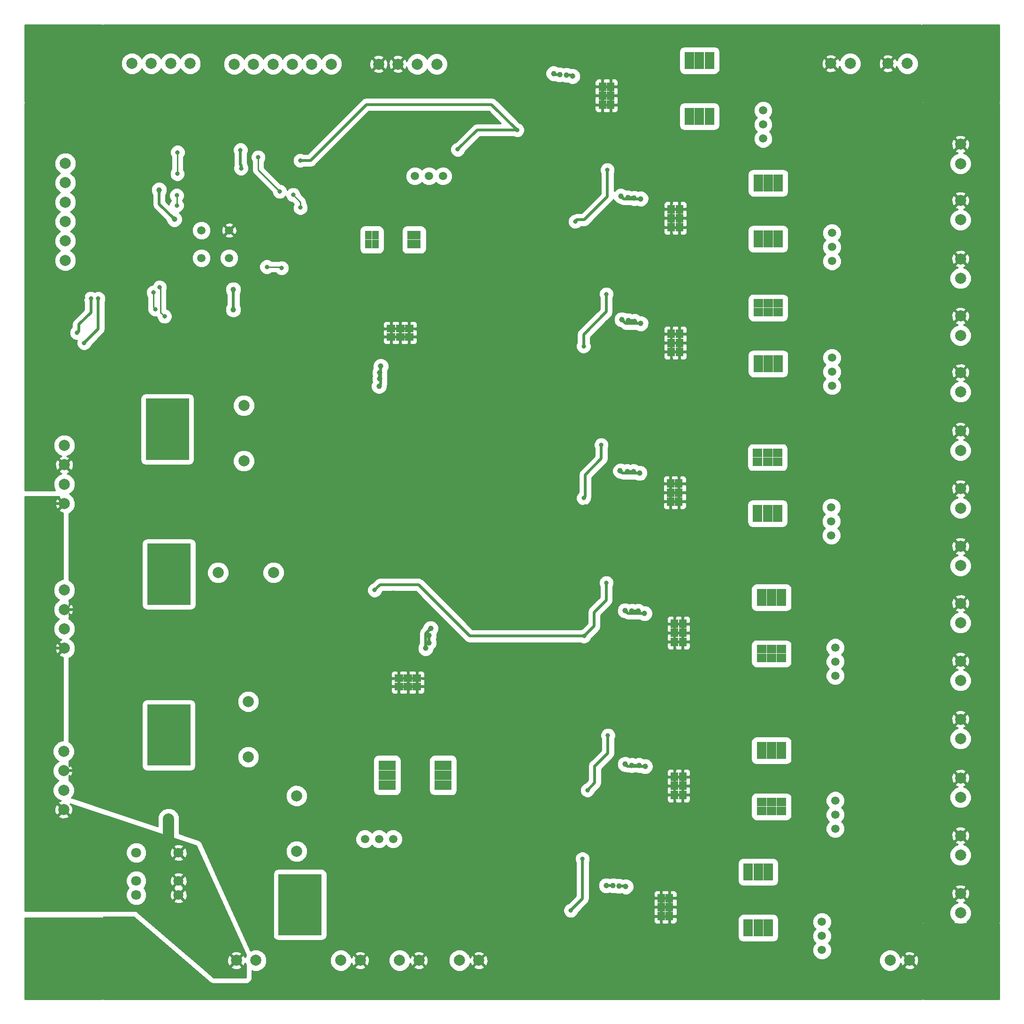
<source format=gbr>
G04 #@! TF.FileFunction,Copper,L2,Bot,Signal*
%FSLAX46Y46*%
G04 Gerber Fmt 4.6, Leading zero omitted, Abs format (unit mm)*
G04 Created by KiCad (PCBNEW 4.0.4-stable) date Monday, December 19, 2016 'PMt' 01:57:05 PM*
%MOMM*%
%LPD*%
G01*
G04 APERTURE LIST*
%ADD10C,0.100000*%
%ADD11C,2.000000*%
%ADD12C,1.500000*%
%ADD13C,1.800000*%
%ADD14C,11.000000*%
%ADD15C,0.700000*%
%ADD16R,1.475000X1.630000*%
%ADD17R,1.630000X1.475000*%
%ADD18R,1.800000X1.550000*%
%ADD19R,1.250000X1.600000*%
%ADD20R,1.550000X1.800000*%
%ADD21R,1.000000X1.000000*%
%ADD22C,1.000000*%
%ADD23C,0.800000*%
%ADD24C,1.000000*%
%ADD25C,0.500000*%
%ADD26C,2.000000*%
%ADD27C,0.250000*%
%ADD28C,0.254000*%
G04 APERTURE END LIST*
D10*
D11*
X56274000Y-8100000D03*
X52774000Y-8100000D03*
X49274000Y-8100000D03*
X45774000Y-8100000D03*
X42274000Y-8100000D03*
X38774000Y-8100000D03*
X8300000Y-26000000D03*
X8300000Y-29500000D03*
X8300000Y-33000000D03*
X8300000Y-36500000D03*
X8300000Y-40000000D03*
X8300000Y-43500000D03*
X41300000Y-133100000D03*
X41300000Y-123100000D03*
X35850000Y-99850000D03*
X45850000Y-99850000D03*
X40500000Y-69700000D03*
X40500000Y-79700000D03*
D12*
X76440000Y-28300000D03*
X73900000Y-28300000D03*
X71360000Y-28300000D03*
X62360000Y-147900000D03*
X64900000Y-147900000D03*
X67440000Y-147900000D03*
X144800000Y-167940000D03*
X144800000Y-165400000D03*
X144800000Y-162860000D03*
X147200000Y-146040000D03*
X147200000Y-143500000D03*
X147200000Y-140960000D03*
X147200000Y-118440000D03*
X147200000Y-115900000D03*
X147200000Y-113360000D03*
X146500000Y-93140000D03*
X146500000Y-90600000D03*
X146500000Y-88060000D03*
X146600000Y-66140000D03*
X146600000Y-63600000D03*
X146600000Y-61060000D03*
X146600000Y-43640000D03*
X146600000Y-41100000D03*
X146600000Y-38560000D03*
X134200000Y-21540000D03*
X134200000Y-19000000D03*
X134200000Y-16460000D03*
D11*
X39150000Y-169800000D03*
X42650000Y-169800000D03*
X149900000Y-8000000D03*
X146400000Y-8000000D03*
X160200000Y-8000000D03*
X156700000Y-8000000D03*
X169800000Y-26050000D03*
X169800000Y-22550000D03*
X169800000Y-36200000D03*
X169800000Y-32700000D03*
X169800000Y-46750000D03*
X169800000Y-43250000D03*
X169800000Y-57050000D03*
X169800000Y-53550000D03*
X169800000Y-67250000D03*
X169800000Y-63750000D03*
X169800000Y-77800000D03*
X169800000Y-74300000D03*
X169800000Y-88200000D03*
X169800000Y-84700000D03*
X169800000Y-98600000D03*
X169800000Y-95100000D03*
X169800000Y-108900000D03*
X169800000Y-105400000D03*
X169800000Y-119300000D03*
X169800000Y-115800000D03*
X169800000Y-129800000D03*
X169800000Y-126300000D03*
X169800000Y-140400000D03*
X169800000Y-136900000D03*
X169800000Y-150800000D03*
X169800000Y-147300000D03*
X169800000Y-161250000D03*
X169800000Y-157750000D03*
X157100000Y-169800000D03*
X160600000Y-169800000D03*
X58000000Y-169800000D03*
X61500000Y-169800000D03*
X68600000Y-169800000D03*
X72100000Y-169800000D03*
X79400000Y-169800000D03*
X82900000Y-169800000D03*
D13*
X21100000Y-150380000D03*
X21100000Y-155460000D03*
X21100000Y-158000000D03*
X28720000Y-150380000D03*
X28720000Y-155460000D03*
X28720000Y-158000000D03*
D14*
X8000000Y-169800000D03*
D15*
X12125000Y-169800000D03*
X10926815Y-172726815D03*
X8000000Y-173925000D03*
X5073185Y-172726815D03*
X3875000Y-169800000D03*
X5073185Y-166873185D03*
X8000000Y-165675000D03*
X10926815Y-166873185D03*
D14*
X8000000Y-8000000D03*
D15*
X12125000Y-8000000D03*
X10926815Y-10926815D03*
X8000000Y-12125000D03*
X5073185Y-10926815D03*
X3875000Y-8000000D03*
X5073185Y-5073185D03*
X8000000Y-3875000D03*
X10926815Y-5073185D03*
D14*
X169800000Y-169800000D03*
D15*
X173925000Y-169800000D03*
X172726815Y-172726815D03*
X169800000Y-173925000D03*
X166873185Y-172726815D03*
X165675000Y-169800000D03*
X166873185Y-166873185D03*
X169800000Y-165675000D03*
X172726815Y-166873185D03*
D14*
X170000000Y-8000000D03*
D15*
X174125000Y-8000000D03*
X172926815Y-10926815D03*
X170000000Y-12125000D03*
X167073185Y-10926815D03*
X165875000Y-8000000D03*
X167073185Y-5073185D03*
X170000000Y-3875000D03*
X172926815Y-5073185D03*
D16*
X105200000Y-13800000D03*
X106675000Y-13800000D03*
X105200000Y-12170000D03*
X106675000Y-12170000D03*
X105200000Y-15430000D03*
X106675000Y-15430000D03*
D17*
X68700000Y-57300000D03*
X68700000Y-55825000D03*
X67070000Y-57300000D03*
X67070000Y-55825000D03*
X70330000Y-57300000D03*
X70330000Y-55825000D03*
D16*
X117600000Y-35900000D03*
X119075000Y-35900000D03*
X117600000Y-34270000D03*
X119075000Y-34270000D03*
X117600000Y-37530000D03*
X119075000Y-37530000D03*
X117600000Y-58400000D03*
X119075000Y-58400000D03*
X117600000Y-56770000D03*
X119075000Y-56770000D03*
X117600000Y-60030000D03*
X119075000Y-60030000D03*
X117500000Y-85400000D03*
X118975000Y-85400000D03*
X117500000Y-83770000D03*
X118975000Y-83770000D03*
X117500000Y-87030000D03*
X118975000Y-87030000D03*
X118200000Y-110700000D03*
X119675000Y-110700000D03*
X118200000Y-109070000D03*
X119675000Y-109070000D03*
X118200000Y-112330000D03*
X119675000Y-112330000D03*
X118200000Y-138300000D03*
X119675000Y-138300000D03*
X118200000Y-136670000D03*
X119675000Y-136670000D03*
X118200000Y-139930000D03*
X119675000Y-139930000D03*
X115800000Y-160200000D03*
X117275000Y-160200000D03*
X115800000Y-158570000D03*
X117275000Y-158570000D03*
X115800000Y-161830000D03*
X117275000Y-161830000D03*
D17*
X70100000Y-118900000D03*
X70100000Y-120375000D03*
X71730000Y-118900000D03*
X71730000Y-120375000D03*
X68470000Y-118900000D03*
X68470000Y-120375000D03*
D11*
X8000000Y-132100000D03*
X8000000Y-135600000D03*
X8000000Y-139100000D03*
X8000000Y-142600000D03*
X8100000Y-103000000D03*
X8100000Y-106500000D03*
X8100000Y-110000000D03*
X8100000Y-113500000D03*
X8100000Y-76900000D03*
X8100000Y-80400000D03*
X8100000Y-83900000D03*
X8100000Y-87400000D03*
X30800000Y-8000000D03*
X27300000Y-8000000D03*
X23800000Y-8000000D03*
X20300000Y-8000000D03*
X75300000Y-8100000D03*
X71800000Y-8100000D03*
X68300000Y-8100000D03*
X64800000Y-8100000D03*
X50038000Y-150114000D03*
X50038000Y-140114000D03*
D12*
X32846000Y-38100000D03*
X37846000Y-38100000D03*
X32846000Y-43100000D03*
X37846000Y-43100000D03*
D18*
X120900000Y-6675000D03*
X122700000Y-6675000D03*
X124500000Y-6675000D03*
X120900000Y-8225000D03*
X122700000Y-8225000D03*
X124500000Y-8225000D03*
X120900000Y-16775000D03*
X122700000Y-16775000D03*
X124500000Y-16775000D03*
X120900000Y-18325000D03*
X122700000Y-18325000D03*
X124500000Y-18325000D03*
D19*
X62975000Y-39000000D03*
X62975000Y-40600000D03*
X64225000Y-39000000D03*
X64225000Y-40600000D03*
X70575000Y-40600000D03*
X70575000Y-39000000D03*
X71825000Y-39000000D03*
X71825000Y-40600000D03*
D18*
X133300000Y-28775000D03*
X135100000Y-28775000D03*
X136900000Y-28775000D03*
X133300000Y-30325000D03*
X135100000Y-30325000D03*
X136900000Y-30325000D03*
X133300000Y-38875000D03*
X135100000Y-38875000D03*
X136900000Y-38875000D03*
X133300000Y-40425000D03*
X135100000Y-40425000D03*
X136900000Y-40425000D03*
X133300000Y-51275000D03*
X135100000Y-51275000D03*
X136900000Y-51275000D03*
X133300000Y-52825000D03*
X135100000Y-52825000D03*
X136900000Y-52825000D03*
X133300000Y-61375000D03*
X135100000Y-61375000D03*
X136900000Y-61375000D03*
X133300000Y-62925000D03*
X135100000Y-62925000D03*
X136900000Y-62925000D03*
X133200000Y-78275000D03*
X135000000Y-78275000D03*
X136800000Y-78275000D03*
X133200000Y-79825000D03*
X135000000Y-79825000D03*
X136800000Y-79825000D03*
X133200000Y-88375000D03*
X135000000Y-88375000D03*
X136800000Y-88375000D03*
X133200000Y-89925000D03*
X135000000Y-89925000D03*
X136800000Y-89925000D03*
X133900000Y-103575000D03*
X135700000Y-103575000D03*
X137500000Y-103575000D03*
X133900000Y-105125000D03*
X135700000Y-105125000D03*
X137500000Y-105125000D03*
X133900000Y-113675000D03*
X135700000Y-113675000D03*
X137500000Y-113675000D03*
X133900000Y-115225000D03*
X135700000Y-115225000D03*
X137500000Y-115225000D03*
X133900000Y-131175000D03*
X135700000Y-131175000D03*
X137500000Y-131175000D03*
X133900000Y-132725000D03*
X135700000Y-132725000D03*
X137500000Y-132725000D03*
X133900000Y-141275000D03*
X135700000Y-141275000D03*
X137500000Y-141275000D03*
X133900000Y-142825000D03*
X135700000Y-142825000D03*
X137500000Y-142825000D03*
X131500000Y-153075000D03*
X133300000Y-153075000D03*
X135100000Y-153075000D03*
X131500000Y-154625000D03*
X133300000Y-154625000D03*
X135100000Y-154625000D03*
X131500000Y-163175000D03*
X133300000Y-163175000D03*
X135100000Y-163175000D03*
X131500000Y-164725000D03*
X133300000Y-164725000D03*
X135100000Y-164725000D03*
D20*
X77225000Y-134600000D03*
X77225000Y-136400000D03*
X77225000Y-138200000D03*
X75675000Y-134600000D03*
X75675000Y-136400000D03*
X75675000Y-138200000D03*
X67125000Y-134600000D03*
X67125000Y-136400000D03*
X67125000Y-138200000D03*
X65575000Y-134600000D03*
X65575000Y-136400000D03*
X65575000Y-138200000D03*
D21*
X54014000Y-154750000D03*
X54014000Y-155750000D03*
X53014000Y-155750000D03*
X53014000Y-154750000D03*
X53014000Y-156750000D03*
X53014000Y-157750000D03*
X54014000Y-157750000D03*
X54014000Y-156750000D03*
X54014000Y-160750000D03*
X54014000Y-161750000D03*
X53014000Y-161750000D03*
X53014000Y-160750000D03*
X53014000Y-158750000D03*
X53014000Y-159750000D03*
X54014000Y-159750000D03*
X54014000Y-158750000D03*
X54014000Y-162750000D03*
X53014000Y-162750000D03*
X53014000Y-163750000D03*
X53014000Y-164750000D03*
X54014000Y-164750000D03*
X54014000Y-163750000D03*
X52014000Y-163750000D03*
X52014000Y-164750000D03*
X51014000Y-164750000D03*
X51014000Y-163750000D03*
X51014000Y-162750000D03*
X52014000Y-162750000D03*
X52014000Y-158750000D03*
X52014000Y-159750000D03*
X51014000Y-159750000D03*
X51014000Y-158750000D03*
X51014000Y-160750000D03*
X51014000Y-161750000D03*
X52014000Y-161750000D03*
X52014000Y-160750000D03*
X52014000Y-156750000D03*
X52014000Y-157750000D03*
X51014000Y-157750000D03*
X51014000Y-156750000D03*
X51014000Y-154750000D03*
X51014000Y-155750000D03*
X52014000Y-155750000D03*
X52014000Y-154750000D03*
X49244000Y-154750000D03*
X50024000Y-154750000D03*
X50024000Y-155750000D03*
X49244000Y-155750000D03*
X49244000Y-156750000D03*
X49244000Y-157750000D03*
X50024000Y-157750000D03*
X49244000Y-158750000D03*
X50024000Y-159750000D03*
X50024000Y-156750000D03*
X49244000Y-159750000D03*
X50024000Y-158750000D03*
X48244000Y-158750000D03*
X48244000Y-159750000D03*
X47244000Y-159750000D03*
X47244000Y-158750000D03*
X47244000Y-160750000D03*
X48244000Y-157750000D03*
X48244000Y-160750000D03*
X47244000Y-157750000D03*
X49244000Y-163750000D03*
X49244000Y-164750000D03*
X50024000Y-164750000D03*
X48244000Y-163750000D03*
X50024000Y-163750000D03*
X48244000Y-164750000D03*
X47244000Y-156750000D03*
X47244000Y-154750000D03*
X47244000Y-155750000D03*
X48244000Y-155750000D03*
X48244000Y-156750000D03*
X48244000Y-154750000D03*
X47244000Y-161750000D03*
X48244000Y-162750000D03*
X47244000Y-164750000D03*
X47244000Y-163750000D03*
X47244000Y-162750000D03*
X48244000Y-161750000D03*
X50024000Y-161750000D03*
X49244000Y-160750000D03*
X50024000Y-162750000D03*
X49244000Y-162750000D03*
X49244000Y-161750000D03*
X50024000Y-160750000D03*
X30340000Y-124160000D03*
X30340000Y-125160000D03*
X29340000Y-125160000D03*
X29340000Y-124160000D03*
X29340000Y-126160000D03*
X29340000Y-127160000D03*
X30340000Y-127160000D03*
X30340000Y-126160000D03*
X30340000Y-130160000D03*
X30340000Y-131160000D03*
X29340000Y-131160000D03*
X29340000Y-130160000D03*
X29340000Y-128160000D03*
X29340000Y-129160000D03*
X30340000Y-129160000D03*
X30340000Y-128160000D03*
X30340000Y-132160000D03*
X29340000Y-132160000D03*
X29340000Y-133160000D03*
X29340000Y-134160000D03*
X30340000Y-134160000D03*
X30340000Y-133160000D03*
X28340000Y-133160000D03*
X28340000Y-134160000D03*
X27340000Y-134160000D03*
X27340000Y-133160000D03*
X27340000Y-132160000D03*
X28340000Y-132160000D03*
X28340000Y-128160000D03*
X28340000Y-129160000D03*
X27340000Y-129160000D03*
X27340000Y-128160000D03*
X27340000Y-130160000D03*
X27340000Y-131160000D03*
X28340000Y-131160000D03*
X28340000Y-130160000D03*
X28340000Y-126160000D03*
X28340000Y-127160000D03*
X27340000Y-127160000D03*
X27340000Y-126160000D03*
X27340000Y-124160000D03*
X27340000Y-125160000D03*
X28340000Y-125160000D03*
X28340000Y-124160000D03*
X25570000Y-124160000D03*
X26350000Y-124160000D03*
X26350000Y-125160000D03*
X25570000Y-125160000D03*
X25570000Y-126160000D03*
X25570000Y-127160000D03*
X26350000Y-127160000D03*
X25570000Y-128160000D03*
X26350000Y-129160000D03*
X26350000Y-126160000D03*
X25570000Y-129160000D03*
X26350000Y-128160000D03*
X24570000Y-128160000D03*
X24570000Y-129160000D03*
X23570000Y-129160000D03*
X23570000Y-128160000D03*
X23570000Y-130160000D03*
X24570000Y-127160000D03*
X24570000Y-130160000D03*
X23570000Y-127160000D03*
X25570000Y-133160000D03*
X25570000Y-134160000D03*
X26350000Y-134160000D03*
X24570000Y-133160000D03*
X26350000Y-133160000D03*
X24570000Y-134160000D03*
X23570000Y-126160000D03*
X23570000Y-124160000D03*
X23570000Y-125160000D03*
X24570000Y-125160000D03*
X24570000Y-126160000D03*
X24570000Y-124160000D03*
X23570000Y-131160000D03*
X24570000Y-132160000D03*
X23570000Y-134160000D03*
X23570000Y-133160000D03*
X23570000Y-132160000D03*
X24570000Y-131160000D03*
X26350000Y-131160000D03*
X25570000Y-130160000D03*
X26350000Y-132160000D03*
X25570000Y-132160000D03*
X25570000Y-131160000D03*
X26350000Y-130160000D03*
X30092000Y-68970000D03*
X30092000Y-69970000D03*
X29092000Y-69970000D03*
X29092000Y-68970000D03*
X29092000Y-70970000D03*
X29092000Y-71970000D03*
X30092000Y-71970000D03*
X30092000Y-70970000D03*
X30092000Y-74970000D03*
X30092000Y-75970000D03*
X29092000Y-75970000D03*
X29092000Y-74970000D03*
X29092000Y-72970000D03*
X29092000Y-73970000D03*
X30092000Y-73970000D03*
X30092000Y-72970000D03*
X30092000Y-76970000D03*
X29092000Y-76970000D03*
X29092000Y-77970000D03*
X29092000Y-78970000D03*
X30092000Y-78970000D03*
X30092000Y-77970000D03*
X28092000Y-77970000D03*
X28092000Y-78970000D03*
X27092000Y-78970000D03*
X27092000Y-77970000D03*
X27092000Y-76970000D03*
X28092000Y-76970000D03*
X28092000Y-72970000D03*
X28092000Y-73970000D03*
X27092000Y-73970000D03*
X27092000Y-72970000D03*
X27092000Y-74970000D03*
X27092000Y-75970000D03*
X28092000Y-75970000D03*
X28092000Y-74970000D03*
X28092000Y-70970000D03*
X28092000Y-71970000D03*
X27092000Y-71970000D03*
X27092000Y-70970000D03*
X27092000Y-68970000D03*
X27092000Y-69970000D03*
X28092000Y-69970000D03*
X28092000Y-68970000D03*
X25322000Y-68970000D03*
X26102000Y-68970000D03*
X26102000Y-69970000D03*
X25322000Y-69970000D03*
X25322000Y-70970000D03*
X25322000Y-71970000D03*
X26102000Y-71970000D03*
X25322000Y-72970000D03*
X26102000Y-73970000D03*
X26102000Y-70970000D03*
X25322000Y-73970000D03*
X26102000Y-72970000D03*
X24322000Y-72970000D03*
X24322000Y-73970000D03*
X23322000Y-73970000D03*
X23322000Y-72970000D03*
X23322000Y-74970000D03*
X24322000Y-71970000D03*
X24322000Y-74970000D03*
X23322000Y-71970000D03*
X25322000Y-77970000D03*
X25322000Y-78970000D03*
X26102000Y-78970000D03*
X24322000Y-77970000D03*
X26102000Y-77970000D03*
X24322000Y-78970000D03*
X23322000Y-70970000D03*
X23322000Y-68970000D03*
X23322000Y-69970000D03*
X24322000Y-69970000D03*
X24322000Y-70970000D03*
X24322000Y-68970000D03*
X23322000Y-75970000D03*
X24322000Y-76970000D03*
X23322000Y-78970000D03*
X23322000Y-77970000D03*
X23322000Y-76970000D03*
X24322000Y-75970000D03*
X26102000Y-75970000D03*
X25322000Y-74970000D03*
X26102000Y-76970000D03*
X25322000Y-76970000D03*
X25322000Y-75970000D03*
X26102000Y-74970000D03*
X30380000Y-95130000D03*
X30380000Y-96130000D03*
X29380000Y-96130000D03*
X29380000Y-95130000D03*
X29380000Y-97130000D03*
X29380000Y-98130000D03*
X30380000Y-98130000D03*
X30380000Y-97130000D03*
X30380000Y-101130000D03*
X30380000Y-102130000D03*
X29380000Y-102130000D03*
X29380000Y-101130000D03*
X29380000Y-99130000D03*
X29380000Y-100130000D03*
X30380000Y-100130000D03*
X30380000Y-99130000D03*
X30380000Y-103130000D03*
X29380000Y-103130000D03*
X29380000Y-104130000D03*
X29380000Y-105130000D03*
X30380000Y-105130000D03*
X30380000Y-104130000D03*
X28380000Y-104130000D03*
X28380000Y-105130000D03*
X27380000Y-105130000D03*
X27380000Y-104130000D03*
X27380000Y-103130000D03*
X28380000Y-103130000D03*
X28380000Y-99130000D03*
X28380000Y-100130000D03*
X27380000Y-100130000D03*
X27380000Y-99130000D03*
X27380000Y-101130000D03*
X27380000Y-102130000D03*
X28380000Y-102130000D03*
X28380000Y-101130000D03*
X28380000Y-97130000D03*
X28380000Y-98130000D03*
X27380000Y-98130000D03*
X27380000Y-97130000D03*
X27380000Y-95130000D03*
X27380000Y-96130000D03*
X28380000Y-96130000D03*
X28380000Y-95130000D03*
X25610000Y-95130000D03*
X26390000Y-95130000D03*
X26390000Y-96130000D03*
X25610000Y-96130000D03*
X25610000Y-97130000D03*
X25610000Y-98130000D03*
X26390000Y-98130000D03*
X25610000Y-99130000D03*
X26390000Y-100130000D03*
X26390000Y-97130000D03*
X25610000Y-100130000D03*
X26390000Y-99130000D03*
X24610000Y-99130000D03*
X24610000Y-100130000D03*
X23610000Y-100130000D03*
X23610000Y-99130000D03*
X23610000Y-101130000D03*
X24610000Y-98130000D03*
X24610000Y-101130000D03*
X23610000Y-98130000D03*
X25610000Y-104130000D03*
X25610000Y-105130000D03*
X26390000Y-105130000D03*
X24610000Y-104130000D03*
X26390000Y-104130000D03*
X24610000Y-105130000D03*
X23610000Y-97130000D03*
X23610000Y-95130000D03*
X23610000Y-96130000D03*
X24610000Y-96130000D03*
X24610000Y-97130000D03*
X24610000Y-95130000D03*
X23610000Y-102130000D03*
X24610000Y-103130000D03*
X23610000Y-105130000D03*
X23610000Y-104130000D03*
X23610000Y-103130000D03*
X24610000Y-102130000D03*
X26390000Y-102130000D03*
X25610000Y-101130000D03*
X26390000Y-103130000D03*
X25610000Y-103130000D03*
X25610000Y-102130000D03*
X26390000Y-101130000D03*
D22*
X52500000Y-174600000D03*
X13300000Y-115000000D03*
X29400000Y-121100000D03*
X30100000Y-83000000D03*
X27400000Y-81000000D03*
X27400000Y-85000000D03*
D23*
X46400000Y-27300000D03*
X47300000Y-29100000D03*
X43500000Y-13700000D03*
X40700000Y-13700000D03*
D11*
X41402000Y-144272000D03*
D23*
X122300000Y-160300000D03*
X119200000Y-168200000D03*
X107900000Y-166300000D03*
X124700000Y-138400000D03*
X121600000Y-146300000D03*
X110300000Y-144400000D03*
D22*
X157200000Y-143010000D03*
X157200000Y-115390000D03*
X156525000Y-90100000D03*
D23*
X124700000Y-110800000D03*
X121600000Y-118700000D03*
X110300000Y-116800000D03*
X124000000Y-85500000D03*
X120900000Y-93400000D03*
X109600000Y-91500000D03*
X124100000Y-58500000D03*
X121000000Y-66400000D03*
X109700000Y-64500000D03*
X124100000Y-36000000D03*
X121000000Y-43900000D03*
X109700000Y-42000000D03*
X111700000Y-13900000D03*
X108600000Y-21800000D03*
X97300000Y-19900000D03*
X76700000Y-43900000D03*
X68800000Y-50800000D03*
X76700000Y-53900000D03*
X74800000Y-65200000D03*
X64000000Y-111000000D03*
X70000000Y-125400000D03*
X62100000Y-122300000D03*
X26000000Y-56200000D03*
X29100000Y-50200000D03*
X44362652Y-34237652D03*
D22*
X74300000Y-150500000D03*
X74300000Y-145800000D03*
X142700000Y-156100000D03*
X73400000Y-18300000D03*
X21500000Y-13600000D03*
X14700000Y-41600000D03*
X14700000Y-38900000D03*
X14700000Y-36200000D03*
X48800000Y-42700000D03*
X45500000Y-51000000D03*
X1900000Y-65400000D03*
X11400000Y-50200000D03*
X29400000Y-92000000D03*
X27200000Y-111000000D03*
X27200000Y-136100000D03*
X27200000Y-140100000D03*
X154400000Y-164900000D03*
X29900000Y-138100000D03*
X29000000Y-65500000D03*
X65399980Y-157899980D03*
X27200000Y-107000000D03*
X29900000Y-109000000D03*
X50200000Y-76200000D03*
X52200000Y-73500000D03*
X54200000Y-76200000D03*
X71300000Y-67600000D03*
X60700000Y-30400000D03*
X62800000Y-27900000D03*
X62800000Y-32400000D03*
X63900000Y-59000000D03*
X62300000Y-61500000D03*
X62300000Y-56600000D03*
X71300000Y-62400000D03*
X73100000Y-65000000D03*
X70700000Y-20600000D03*
X73400000Y-22900000D03*
X76100000Y-20600000D03*
X65700000Y-106000000D03*
X67500000Y-103600000D03*
X67500000Y-108600000D03*
X78100000Y-150500000D03*
X76000000Y-152500000D03*
X76000000Y-148300000D03*
X62700000Y-155600000D03*
X65400000Y-153300000D03*
X68100000Y-155600000D03*
X76500000Y-119600000D03*
X74900000Y-117200000D03*
X76500000Y-114700000D03*
X78100000Y-145800000D03*
X76000000Y-143800000D03*
X65700000Y-111200000D03*
X67500000Y-113800000D03*
X100500000Y-162800000D03*
X102900000Y-164600000D03*
X108100000Y-164600000D03*
X105500000Y-162800000D03*
X111600000Y-153800000D03*
X110700000Y-162800000D03*
X114100000Y-155400000D03*
X116500000Y-153800000D03*
X150200000Y-164900000D03*
X152500000Y-167600000D03*
X152500000Y-162200000D03*
X147400000Y-156100000D03*
X149400000Y-154300000D03*
X142700000Y-152200000D03*
X140700000Y-154300000D03*
X147400000Y-152200000D03*
X145200000Y-154300000D03*
X102900000Y-140900000D03*
X102900000Y-113300000D03*
X110500000Y-142700000D03*
X105300000Y-142700000D03*
X107900000Y-140900000D03*
X116500000Y-133500000D03*
X113100000Y-140900000D03*
X152600000Y-143000000D03*
X154900000Y-145700000D03*
X154900000Y-140300000D03*
X151800000Y-132400000D03*
X149800000Y-130300000D03*
X147600000Y-132400000D03*
X145100000Y-130300000D03*
X145100000Y-134100000D03*
X143100000Y-132400000D03*
X149800000Y-134100000D03*
X118900000Y-131900000D03*
X114000000Y-131900000D03*
X107900000Y-113300000D03*
X105300000Y-115100000D03*
X110500000Y-115100000D03*
X116500000Y-105900000D03*
X113100000Y-113300000D03*
X118900000Y-104300000D03*
X114000000Y-104300000D03*
X152600000Y-115400000D03*
X154900000Y-112700000D03*
X154900000Y-118100000D03*
X149800000Y-106500000D03*
X151800000Y-104800000D03*
X143100000Y-104800000D03*
X145100000Y-102700000D03*
X145100000Y-106500000D03*
X147600000Y-104800000D03*
X149800000Y-102700000D03*
X109800000Y-89800000D03*
X112400000Y-88000000D03*
X118200000Y-79000000D03*
X115800000Y-80600000D03*
X113300000Y-79000000D03*
X107200000Y-88000000D03*
X102200000Y-88000000D03*
X104600000Y-89800000D03*
X154200000Y-92800000D03*
X151900000Y-90100000D03*
X154200000Y-87400000D03*
X142400000Y-79500000D03*
X144400000Y-81200000D03*
X144400000Y-77400000D03*
X149100000Y-77400000D03*
X146900000Y-79500000D03*
X151100000Y-79500000D03*
X149100000Y-81200000D03*
X156600000Y-63100000D03*
X154300000Y-65800000D03*
X152000000Y-63100000D03*
X154300000Y-60400000D03*
X149200000Y-54200000D03*
X149200000Y-50400000D03*
X144500000Y-54200000D03*
X147000000Y-52500000D03*
X144500000Y-50400000D03*
X142500000Y-52500000D03*
X151200000Y-52500000D03*
X104700000Y-62800000D03*
X102300000Y-61000000D03*
X109900000Y-62800000D03*
X107300000Y-61000000D03*
X113400000Y-52000000D03*
X112500000Y-61000000D03*
X118300000Y-52000000D03*
X115900000Y-53600000D03*
X152000000Y-40600000D03*
X154300000Y-37900000D03*
X156600000Y-40600000D03*
X154300000Y-43300000D03*
X144500000Y-27900000D03*
X142500000Y-30000000D03*
X149200000Y-31700000D03*
X149200000Y-27900000D03*
X151200000Y-30000000D03*
X144500000Y-31700000D03*
X147000000Y-30000000D03*
X112500000Y-38500000D03*
X104700000Y-40300000D03*
X102300000Y-38500000D03*
X109900000Y-40300000D03*
X107300000Y-38500000D03*
X118300000Y-29500000D03*
X115900000Y-31100000D03*
X113400000Y-29500000D03*
X89900000Y-16400000D03*
X92300000Y-18200000D03*
X94900000Y-16400000D03*
X97500000Y-18200000D03*
X134600000Y-7900000D03*
X136800000Y-9600000D03*
X130100000Y-7900000D03*
X136800000Y-5800000D03*
X138800000Y-7900000D03*
X132100000Y-9600000D03*
X132100000Y-5800000D03*
X144200000Y-18500000D03*
X141900000Y-21200000D03*
X139600000Y-18500000D03*
X141900000Y-15800000D03*
X103500000Y-9000000D03*
X101000000Y-7400000D03*
X105900000Y-7400000D03*
X100100000Y-16400000D03*
X64900000Y-66200000D03*
X65200000Y-62600000D03*
X65000000Y-63800000D03*
X65000000Y-64900000D03*
X74200000Y-109900000D03*
X73300000Y-113500000D03*
X73900000Y-112500000D03*
X73900000Y-111200000D03*
X105900000Y-156300000D03*
X107100000Y-156300000D03*
X109400000Y-156500000D03*
X108200000Y-156400000D03*
X109300000Y-134400000D03*
X112900000Y-134800000D03*
X111800000Y-134600000D03*
X110500000Y-134600000D03*
X109300000Y-106700000D03*
X112800000Y-107200000D03*
X111700000Y-106800000D03*
X110500000Y-106800000D03*
X108400000Y-81500000D03*
X111900000Y-81900000D03*
X110800000Y-81600000D03*
X109700000Y-81600000D03*
X108700000Y-54200000D03*
X112100000Y-54900000D03*
X111000000Y-54500000D03*
X109900000Y-54400000D03*
X108500000Y-31900000D03*
X112100000Y-32400000D03*
X110900000Y-32300000D03*
X109800000Y-32200000D03*
X99800000Y-10300000D03*
X98700000Y-10100000D03*
X96400000Y-9800000D03*
X97500000Y-10000000D03*
X38608000Y-52398001D03*
X25210000Y-30800000D03*
X27971912Y-36099912D03*
X38608000Y-48768000D03*
D23*
X64100000Y-103000000D03*
X99500000Y-160800000D03*
X101600000Y-151500000D03*
X102500000Y-139100000D03*
X106200000Y-129200000D03*
X101900000Y-111300000D03*
X105900000Y-101700000D03*
X101800000Y-86400000D03*
X105000000Y-76800000D03*
X101800000Y-59000000D03*
X105900000Y-49600000D03*
X100300000Y-36500000D03*
X106100000Y-27200000D03*
X89800000Y-20000000D03*
X79100000Y-23500000D03*
X14235000Y-50425000D03*
X11695000Y-58395000D03*
X50700000Y-25500000D03*
D11*
X26924000Y-144272000D03*
D23*
X39900000Y-23600000D03*
X40000000Y-26900000D03*
X24200000Y-49300000D03*
X24500000Y-52300000D03*
X28400000Y-33600000D03*
X28400000Y-31800000D03*
X28500000Y-27900000D03*
X28550000Y-24020000D03*
X46975011Y-31075011D03*
X43100000Y-24900000D03*
X12900000Y-50400000D03*
X10400000Y-56600000D03*
X25320000Y-48340000D03*
X26200000Y-53600000D03*
X44660000Y-44680000D03*
X47300000Y-44900000D03*
X50700000Y-34000000D03*
X49391376Y-31683318D03*
D24*
X8000000Y-8000000D02*
X10400000Y-8000000D01*
X10400000Y-8000000D02*
X14800000Y-3600000D01*
X14800000Y-3600000D02*
X16700000Y-3600000D01*
X170000000Y-8000000D02*
X168000000Y-8000000D01*
X168000000Y-8000000D02*
X163600000Y-3600000D01*
X163600000Y-3600000D02*
X160900000Y-3600000D01*
X169800000Y-169800000D02*
X167600000Y-169800000D01*
X167600000Y-169800000D02*
X163600000Y-173800000D01*
X163600000Y-173800000D02*
X160700000Y-173800000D01*
X8000000Y-169800000D02*
X10500000Y-169800000D01*
X10500000Y-169800000D02*
X14500000Y-173800000D01*
X14500000Y-173800000D02*
X16600000Y-173800000D01*
D25*
X8000000Y-135600000D02*
X10300000Y-135600000D01*
X8100000Y-106500000D02*
X11100000Y-106500000D01*
X65200000Y-62600000D02*
X65200000Y-65900000D01*
X65200000Y-65900000D02*
X64900000Y-66200000D01*
X65000000Y-64900000D02*
X65000000Y-63800000D01*
X73300000Y-113500000D02*
X73300000Y-110800000D01*
X73300000Y-110800000D02*
X74200000Y-109900000D01*
X73900000Y-111200000D02*
X73900000Y-112500000D01*
X107100000Y-156300000D02*
X105900000Y-156300000D01*
X108200000Y-156400000D02*
X109300000Y-156400000D01*
X109300000Y-156400000D02*
X109400000Y-156500000D01*
X112900000Y-134800000D02*
X109700000Y-134800000D01*
X109700000Y-134800000D02*
X109300000Y-134400000D01*
X110500000Y-134600000D02*
X111800000Y-134600000D01*
X112800000Y-107200000D02*
X109800000Y-107200000D01*
X109800000Y-107200000D02*
X109300000Y-106700000D01*
X110500000Y-106800000D02*
X111700000Y-106800000D01*
X111900000Y-81900000D02*
X108800000Y-81900000D01*
X108800000Y-81900000D02*
X108400000Y-81500000D01*
X109700000Y-81600000D02*
X110800000Y-81600000D01*
X112100000Y-54900000D02*
X109400000Y-54900000D01*
X109400000Y-54900000D02*
X108700000Y-54200000D01*
X109900000Y-54400000D02*
X110900000Y-54400000D01*
X110900000Y-54400000D02*
X111000000Y-54500000D01*
X112100000Y-32400000D02*
X109000000Y-32400000D01*
X109000000Y-32400000D02*
X108500000Y-31900000D01*
X109800000Y-32200000D02*
X110800000Y-32200000D01*
X110800000Y-32200000D02*
X110900000Y-32300000D01*
X98700000Y-10100000D02*
X99600000Y-10100000D01*
X99600000Y-10100000D02*
X99800000Y-10300000D01*
X97500000Y-10000000D02*
X96600000Y-10000000D01*
X96600000Y-10000000D02*
X96400000Y-9800000D01*
X38608000Y-52398001D02*
X38608000Y-48768000D01*
X27971912Y-36099912D02*
X25210000Y-33338000D01*
X25210000Y-33338000D02*
X25210000Y-30800000D01*
X82600000Y-20000000D02*
X79100000Y-23500000D01*
X84000000Y-20000000D02*
X82600000Y-20000000D01*
X89800000Y-20000000D02*
X84000000Y-20000000D01*
X101899999Y-36200001D02*
X106100000Y-32000000D01*
X106100000Y-32000000D02*
X106100000Y-27200000D01*
X100300000Y-36500000D02*
X100599999Y-36200001D01*
X100599999Y-36200001D02*
X101899999Y-36200001D01*
X101800000Y-56900000D02*
X105900000Y-52800000D01*
X105900000Y-52800000D02*
X105900000Y-49600000D01*
X101800000Y-59000000D02*
X101800000Y-56900000D01*
X101800000Y-86400000D02*
X102099999Y-86100001D01*
X102099999Y-86100001D02*
X102099999Y-82200001D01*
X102099999Y-82200001D02*
X105000000Y-79300000D01*
X105000000Y-79300000D02*
X105000000Y-76800000D01*
X105900000Y-104800000D02*
X105900000Y-101700000D01*
X103700000Y-107000000D02*
X105900000Y-104800000D01*
X103900000Y-134700000D02*
X106200000Y-132400000D01*
X106200000Y-132400000D02*
X106200000Y-129200000D01*
X103800000Y-134700000D02*
X103900000Y-134700000D01*
X65100000Y-102000000D02*
X64100000Y-103000000D01*
X72000000Y-102000000D02*
X65100000Y-102000000D01*
X81300000Y-111300000D02*
X72000000Y-102000000D01*
X101900000Y-111300000D02*
X81300000Y-111300000D01*
X101600000Y-156600000D02*
X101600000Y-151500000D01*
X101600000Y-156600000D02*
X101600000Y-158700000D01*
X101600000Y-158700000D02*
X99500000Y-160800000D01*
X103800000Y-134700000D02*
X103800000Y-137800000D01*
X103800000Y-137800000D02*
X102500000Y-139100000D01*
X103700000Y-107000000D02*
X103700000Y-109500000D01*
X103700000Y-109500000D02*
X101900000Y-111300000D01*
X62600000Y-15400000D02*
X85200000Y-15400000D01*
X85200000Y-15400000D02*
X89800000Y-20000000D01*
X52525020Y-25474980D02*
X62600000Y-15400000D01*
X52525020Y-25500000D02*
X52525020Y-25474980D01*
X50700000Y-25500000D02*
X52525020Y-25500000D01*
X11700000Y-58400000D02*
X14235000Y-55865000D01*
X14235000Y-55865000D02*
X14235000Y-50425000D01*
D26*
X26924000Y-144272000D02*
X26924000Y-148584000D01*
D25*
X8100000Y-113500000D02*
X5800000Y-113500000D01*
X8100000Y-87400000D02*
X5900000Y-87400000D01*
X39900000Y-26234315D02*
X39900000Y-23600000D01*
X40000000Y-26900000D02*
X40000000Y-26334315D01*
X40000000Y-26334315D02*
X39900000Y-26234315D01*
D27*
X28500000Y-26650000D02*
X28550000Y-26600000D01*
X28550000Y-26600000D02*
X28550000Y-24020000D01*
X24200000Y-49300000D02*
X24200001Y-52000001D01*
X24200001Y-52000001D02*
X24500000Y-52300000D01*
X28400000Y-33600000D02*
X28400000Y-31800000D01*
X28500000Y-27900000D02*
X28500000Y-26650000D01*
X43100000Y-27021002D02*
X43100000Y-24900000D01*
X46975011Y-31075011D02*
X43100000Y-27200000D01*
X43100000Y-27200000D02*
X43100000Y-27021002D01*
D25*
X12900000Y-50400000D02*
X12900000Y-52900000D01*
X10712350Y-55087650D02*
X10712350Y-56287650D01*
X12900000Y-52900000D02*
X10712350Y-55087650D01*
X10712350Y-56287650D02*
X10400000Y-56600000D01*
D27*
X44660000Y-44680000D02*
X47080000Y-44680000D01*
X47080000Y-44680000D02*
X47300000Y-44900000D01*
X50700000Y-34000000D02*
X50700000Y-32991942D01*
X50700000Y-32991942D02*
X49408058Y-31700000D01*
X25500000Y-49700000D02*
X25500000Y-48600000D01*
X25500000Y-52900000D02*
X25500000Y-49700000D01*
X26200000Y-53600000D02*
X25500000Y-52900000D01*
D28*
G36*
X7127073Y-86247468D02*
X7873000Y-86993395D01*
X7873000Y-87352605D01*
X6947468Y-86427073D01*
X6680613Y-86525736D01*
X6454092Y-87135461D01*
X6478144Y-87785460D01*
X6680613Y-88274264D01*
X6947468Y-88372927D01*
X7873000Y-87447395D01*
X7873000Y-87806605D01*
X7127073Y-88552532D01*
X7225736Y-88819387D01*
X7835461Y-89045908D01*
X7873000Y-89044519D01*
X7873000Y-101032801D01*
X7710456Y-101032659D01*
X6987240Y-101331486D01*
X6433431Y-101884329D01*
X6133342Y-102607023D01*
X6132659Y-103389544D01*
X6431486Y-104112760D01*
X6984329Y-104666569D01*
X7184853Y-104749834D01*
X6987240Y-104831486D01*
X6433431Y-105384329D01*
X6133342Y-106107023D01*
X6132659Y-106889544D01*
X6431486Y-107612760D01*
X6984329Y-108166569D01*
X7184853Y-108249834D01*
X6987240Y-108331486D01*
X6433431Y-108884329D01*
X6133342Y-109607023D01*
X6132659Y-110389544D01*
X6431486Y-111112760D01*
X6984329Y-111666569D01*
X7604063Y-111923905D01*
X7225736Y-112080613D01*
X7127073Y-112347468D01*
X7873000Y-113093395D01*
X7873000Y-113452605D01*
X6947468Y-112527073D01*
X6680613Y-112625736D01*
X6454092Y-113235461D01*
X6478144Y-113885460D01*
X6680613Y-114374264D01*
X6947468Y-114472927D01*
X7873000Y-113547395D01*
X7873000Y-113906605D01*
X7127073Y-114652532D01*
X7225736Y-114919387D01*
X7835461Y-115145908D01*
X7873000Y-115144519D01*
X7873000Y-130132888D01*
X7610456Y-130132659D01*
X6887240Y-130431486D01*
X6333431Y-130984329D01*
X6033342Y-131707023D01*
X6032659Y-132489544D01*
X6331486Y-133212760D01*
X6884329Y-133766569D01*
X7084853Y-133849834D01*
X6887240Y-133931486D01*
X6333431Y-134484329D01*
X6033342Y-135207023D01*
X6032659Y-135989544D01*
X6331486Y-136712760D01*
X6884329Y-137266569D01*
X7084853Y-137349834D01*
X6887240Y-137431486D01*
X6333431Y-137984329D01*
X6033342Y-138707023D01*
X6032659Y-139489544D01*
X6331486Y-140212760D01*
X6884329Y-140766569D01*
X7504063Y-141023905D01*
X7125736Y-141180613D01*
X7027073Y-141447468D01*
X8000000Y-142420395D01*
X8014143Y-142406253D01*
X8193748Y-142585858D01*
X8179605Y-142600000D01*
X9152532Y-143572927D01*
X9419387Y-143474264D01*
X9645908Y-142864539D01*
X9621856Y-142214540D01*
X9419387Y-141725736D01*
X9152534Y-141627074D01*
X9234304Y-141545304D01*
X31907437Y-149103016D01*
X40873000Y-168727637D01*
X40873000Y-168950276D01*
X40726095Y-169304063D01*
X40569387Y-168925736D01*
X40302532Y-168827073D01*
X39329605Y-169800000D01*
X40302532Y-170772927D01*
X40569387Y-170674264D01*
X40717837Y-170274682D01*
X40873000Y-170650204D01*
X40873000Y-172873000D01*
X35046981Y-172873000D01*
X32806436Y-170952532D01*
X38177073Y-170952532D01*
X38275736Y-171219387D01*
X38885461Y-171445908D01*
X39535460Y-171421856D01*
X40024264Y-171219387D01*
X40122927Y-170952532D01*
X39150000Y-169979605D01*
X38177073Y-170952532D01*
X32806436Y-170952532D01*
X31153186Y-169535461D01*
X37504092Y-169535461D01*
X37528144Y-170185460D01*
X37730613Y-170674264D01*
X37997468Y-170772927D01*
X38970395Y-169800000D01*
X37997468Y-168827073D01*
X37730613Y-168925736D01*
X37504092Y-169535461D01*
X31153186Y-169535461D01*
X30117195Y-168647468D01*
X38177073Y-168647468D01*
X39150000Y-169620395D01*
X40122927Y-168647468D01*
X40024264Y-168380613D01*
X39414539Y-168154092D01*
X38764540Y-168178144D01*
X38275736Y-168380613D01*
X38177073Y-168647468D01*
X30117195Y-168647468D01*
X21082651Y-160903574D01*
X21038624Y-160879016D01*
X21000000Y-160873000D01*
X1042000Y-160873000D01*
X1042000Y-155829740D01*
X19232676Y-155829740D01*
X19516311Y-156516189D01*
X19729662Y-156729912D01*
X19518157Y-156941048D01*
X19233324Y-157627001D01*
X19232676Y-158369740D01*
X19516311Y-159056189D01*
X20041048Y-159581843D01*
X20727001Y-159866676D01*
X21469740Y-159867324D01*
X22156189Y-159583689D01*
X22660598Y-159080159D01*
X27819446Y-159080159D01*
X27905852Y-159336643D01*
X28479336Y-159546458D01*
X29089460Y-159520839D01*
X29534148Y-159336643D01*
X29620554Y-159080159D01*
X28720000Y-158179605D01*
X27819446Y-159080159D01*
X22660598Y-159080159D01*
X22681843Y-159058952D01*
X22966676Y-158372999D01*
X22967211Y-157759336D01*
X27173542Y-157759336D01*
X27199161Y-158369460D01*
X27383357Y-158814148D01*
X27639841Y-158900554D01*
X28540395Y-158000000D01*
X28899605Y-158000000D01*
X29800159Y-158900554D01*
X30056643Y-158814148D01*
X30266458Y-158240664D01*
X30240839Y-157630540D01*
X30056643Y-157185852D01*
X29800159Y-157099446D01*
X28899605Y-158000000D01*
X28540395Y-158000000D01*
X27639841Y-157099446D01*
X27383357Y-157185852D01*
X27173542Y-157759336D01*
X22967211Y-157759336D01*
X22967324Y-157630260D01*
X22683689Y-156943811D01*
X22470338Y-156730088D01*
X22660598Y-156540159D01*
X27819446Y-156540159D01*
X27883401Y-156730000D01*
X27819446Y-156919841D01*
X28720000Y-157820395D01*
X29620554Y-156919841D01*
X29556599Y-156730000D01*
X29620554Y-156540159D01*
X28720000Y-155639605D01*
X27819446Y-156540159D01*
X22660598Y-156540159D01*
X22681843Y-156518952D01*
X22966676Y-155832999D01*
X22967211Y-155219336D01*
X27173542Y-155219336D01*
X27199161Y-155829460D01*
X27383357Y-156274148D01*
X27639841Y-156360554D01*
X28540395Y-155460000D01*
X28899605Y-155460000D01*
X29800159Y-156360554D01*
X30056643Y-156274148D01*
X30266458Y-155700664D01*
X30240839Y-155090540D01*
X30056643Y-154645852D01*
X29800159Y-154559446D01*
X28899605Y-155460000D01*
X28540395Y-155460000D01*
X27639841Y-154559446D01*
X27383357Y-154645852D01*
X27173542Y-155219336D01*
X22967211Y-155219336D01*
X22967324Y-155090260D01*
X22683689Y-154403811D01*
X22659761Y-154379841D01*
X27819446Y-154379841D01*
X28720000Y-155280395D01*
X29620554Y-154379841D01*
X29534148Y-154123357D01*
X28960664Y-153913542D01*
X28350540Y-153939161D01*
X27905852Y-154123357D01*
X27819446Y-154379841D01*
X22659761Y-154379841D01*
X22158952Y-153878157D01*
X21472999Y-153593324D01*
X20730260Y-153592676D01*
X20043811Y-153876311D01*
X19518157Y-154401048D01*
X19233324Y-155087001D01*
X19232676Y-155829740D01*
X1042000Y-155829740D01*
X1042000Y-150749740D01*
X19232676Y-150749740D01*
X19516311Y-151436189D01*
X20041048Y-151961843D01*
X20727001Y-152246676D01*
X21469740Y-152247324D01*
X22156189Y-151963689D01*
X22660598Y-151460159D01*
X27819446Y-151460159D01*
X27905852Y-151716643D01*
X28479336Y-151926458D01*
X29089460Y-151900839D01*
X29534148Y-151716643D01*
X29620554Y-151460159D01*
X28720000Y-150559605D01*
X27819446Y-151460159D01*
X22660598Y-151460159D01*
X22681843Y-151438952D01*
X22966676Y-150752999D01*
X22967211Y-150139336D01*
X27173542Y-150139336D01*
X27199161Y-150749460D01*
X27383357Y-151194148D01*
X27639841Y-151280554D01*
X28540395Y-150380000D01*
X28899605Y-150380000D01*
X29800159Y-151280554D01*
X30056643Y-151194148D01*
X30266458Y-150620664D01*
X30240839Y-150010540D01*
X30056643Y-149565852D01*
X29800159Y-149479446D01*
X28899605Y-150380000D01*
X28540395Y-150380000D01*
X27639841Y-149479446D01*
X27383357Y-149565852D01*
X27173542Y-150139336D01*
X22967211Y-150139336D01*
X22967324Y-150010260D01*
X22683689Y-149323811D01*
X22659761Y-149299841D01*
X27819446Y-149299841D01*
X28720000Y-150200395D01*
X29620554Y-149299841D01*
X29534148Y-149043357D01*
X28960664Y-148833542D01*
X28350540Y-148859161D01*
X27905852Y-149043357D01*
X27819446Y-149299841D01*
X22659761Y-149299841D01*
X22158952Y-148798157D01*
X21472999Y-148513324D01*
X20730260Y-148512676D01*
X20043811Y-148796311D01*
X19518157Y-149321048D01*
X19233324Y-150007001D01*
X19232676Y-150749740D01*
X1042000Y-150749740D01*
X1042000Y-143752532D01*
X7027073Y-143752532D01*
X7125736Y-144019387D01*
X7735461Y-144245908D01*
X8385460Y-144221856D01*
X8874264Y-144019387D01*
X8972927Y-143752532D01*
X8000000Y-142779605D01*
X7027073Y-143752532D01*
X1042000Y-143752532D01*
X1042000Y-142335461D01*
X6354092Y-142335461D01*
X6378144Y-142985460D01*
X6580613Y-143474264D01*
X6847468Y-143572927D01*
X7820395Y-142600000D01*
X6847468Y-141627073D01*
X6580613Y-141725736D01*
X6354092Y-142335461D01*
X1042000Y-142335461D01*
X1042000Y-86127000D01*
X7171613Y-86127000D01*
X7127073Y-86247468D01*
X7127073Y-86247468D01*
G37*
X7127073Y-86247468D02*
X7873000Y-86993395D01*
X7873000Y-87352605D01*
X6947468Y-86427073D01*
X6680613Y-86525736D01*
X6454092Y-87135461D01*
X6478144Y-87785460D01*
X6680613Y-88274264D01*
X6947468Y-88372927D01*
X7873000Y-87447395D01*
X7873000Y-87806605D01*
X7127073Y-88552532D01*
X7225736Y-88819387D01*
X7835461Y-89045908D01*
X7873000Y-89044519D01*
X7873000Y-101032801D01*
X7710456Y-101032659D01*
X6987240Y-101331486D01*
X6433431Y-101884329D01*
X6133342Y-102607023D01*
X6132659Y-103389544D01*
X6431486Y-104112760D01*
X6984329Y-104666569D01*
X7184853Y-104749834D01*
X6987240Y-104831486D01*
X6433431Y-105384329D01*
X6133342Y-106107023D01*
X6132659Y-106889544D01*
X6431486Y-107612760D01*
X6984329Y-108166569D01*
X7184853Y-108249834D01*
X6987240Y-108331486D01*
X6433431Y-108884329D01*
X6133342Y-109607023D01*
X6132659Y-110389544D01*
X6431486Y-111112760D01*
X6984329Y-111666569D01*
X7604063Y-111923905D01*
X7225736Y-112080613D01*
X7127073Y-112347468D01*
X7873000Y-113093395D01*
X7873000Y-113452605D01*
X6947468Y-112527073D01*
X6680613Y-112625736D01*
X6454092Y-113235461D01*
X6478144Y-113885460D01*
X6680613Y-114374264D01*
X6947468Y-114472927D01*
X7873000Y-113547395D01*
X7873000Y-113906605D01*
X7127073Y-114652532D01*
X7225736Y-114919387D01*
X7835461Y-115145908D01*
X7873000Y-115144519D01*
X7873000Y-130132888D01*
X7610456Y-130132659D01*
X6887240Y-130431486D01*
X6333431Y-130984329D01*
X6033342Y-131707023D01*
X6032659Y-132489544D01*
X6331486Y-133212760D01*
X6884329Y-133766569D01*
X7084853Y-133849834D01*
X6887240Y-133931486D01*
X6333431Y-134484329D01*
X6033342Y-135207023D01*
X6032659Y-135989544D01*
X6331486Y-136712760D01*
X6884329Y-137266569D01*
X7084853Y-137349834D01*
X6887240Y-137431486D01*
X6333431Y-137984329D01*
X6033342Y-138707023D01*
X6032659Y-139489544D01*
X6331486Y-140212760D01*
X6884329Y-140766569D01*
X7504063Y-141023905D01*
X7125736Y-141180613D01*
X7027073Y-141447468D01*
X8000000Y-142420395D01*
X8014143Y-142406253D01*
X8193748Y-142585858D01*
X8179605Y-142600000D01*
X9152532Y-143572927D01*
X9419387Y-143474264D01*
X9645908Y-142864539D01*
X9621856Y-142214540D01*
X9419387Y-141725736D01*
X9152534Y-141627074D01*
X9234304Y-141545304D01*
X31907437Y-149103016D01*
X40873000Y-168727637D01*
X40873000Y-168950276D01*
X40726095Y-169304063D01*
X40569387Y-168925736D01*
X40302532Y-168827073D01*
X39329605Y-169800000D01*
X40302532Y-170772927D01*
X40569387Y-170674264D01*
X40717837Y-170274682D01*
X40873000Y-170650204D01*
X40873000Y-172873000D01*
X35046981Y-172873000D01*
X32806436Y-170952532D01*
X38177073Y-170952532D01*
X38275736Y-171219387D01*
X38885461Y-171445908D01*
X39535460Y-171421856D01*
X40024264Y-171219387D01*
X40122927Y-170952532D01*
X39150000Y-169979605D01*
X38177073Y-170952532D01*
X32806436Y-170952532D01*
X31153186Y-169535461D01*
X37504092Y-169535461D01*
X37528144Y-170185460D01*
X37730613Y-170674264D01*
X37997468Y-170772927D01*
X38970395Y-169800000D01*
X37997468Y-168827073D01*
X37730613Y-168925736D01*
X37504092Y-169535461D01*
X31153186Y-169535461D01*
X30117195Y-168647468D01*
X38177073Y-168647468D01*
X39150000Y-169620395D01*
X40122927Y-168647468D01*
X40024264Y-168380613D01*
X39414539Y-168154092D01*
X38764540Y-168178144D01*
X38275736Y-168380613D01*
X38177073Y-168647468D01*
X30117195Y-168647468D01*
X21082651Y-160903574D01*
X21038624Y-160879016D01*
X21000000Y-160873000D01*
X1042000Y-160873000D01*
X1042000Y-155829740D01*
X19232676Y-155829740D01*
X19516311Y-156516189D01*
X19729662Y-156729912D01*
X19518157Y-156941048D01*
X19233324Y-157627001D01*
X19232676Y-158369740D01*
X19516311Y-159056189D01*
X20041048Y-159581843D01*
X20727001Y-159866676D01*
X21469740Y-159867324D01*
X22156189Y-159583689D01*
X22660598Y-159080159D01*
X27819446Y-159080159D01*
X27905852Y-159336643D01*
X28479336Y-159546458D01*
X29089460Y-159520839D01*
X29534148Y-159336643D01*
X29620554Y-159080159D01*
X28720000Y-158179605D01*
X27819446Y-159080159D01*
X22660598Y-159080159D01*
X22681843Y-159058952D01*
X22966676Y-158372999D01*
X22967211Y-157759336D01*
X27173542Y-157759336D01*
X27199161Y-158369460D01*
X27383357Y-158814148D01*
X27639841Y-158900554D01*
X28540395Y-158000000D01*
X28899605Y-158000000D01*
X29800159Y-158900554D01*
X30056643Y-158814148D01*
X30266458Y-158240664D01*
X30240839Y-157630540D01*
X30056643Y-157185852D01*
X29800159Y-157099446D01*
X28899605Y-158000000D01*
X28540395Y-158000000D01*
X27639841Y-157099446D01*
X27383357Y-157185852D01*
X27173542Y-157759336D01*
X22967211Y-157759336D01*
X22967324Y-157630260D01*
X22683689Y-156943811D01*
X22470338Y-156730088D01*
X22660598Y-156540159D01*
X27819446Y-156540159D01*
X27883401Y-156730000D01*
X27819446Y-156919841D01*
X28720000Y-157820395D01*
X29620554Y-156919841D01*
X29556599Y-156730000D01*
X29620554Y-156540159D01*
X28720000Y-155639605D01*
X27819446Y-156540159D01*
X22660598Y-156540159D01*
X22681843Y-156518952D01*
X22966676Y-155832999D01*
X22967211Y-155219336D01*
X27173542Y-155219336D01*
X27199161Y-155829460D01*
X27383357Y-156274148D01*
X27639841Y-156360554D01*
X28540395Y-155460000D01*
X28899605Y-155460000D01*
X29800159Y-156360554D01*
X30056643Y-156274148D01*
X30266458Y-155700664D01*
X30240839Y-155090540D01*
X30056643Y-154645852D01*
X29800159Y-154559446D01*
X28899605Y-155460000D01*
X28540395Y-155460000D01*
X27639841Y-154559446D01*
X27383357Y-154645852D01*
X27173542Y-155219336D01*
X22967211Y-155219336D01*
X22967324Y-155090260D01*
X22683689Y-154403811D01*
X22659761Y-154379841D01*
X27819446Y-154379841D01*
X28720000Y-155280395D01*
X29620554Y-154379841D01*
X29534148Y-154123357D01*
X28960664Y-153913542D01*
X28350540Y-153939161D01*
X27905852Y-154123357D01*
X27819446Y-154379841D01*
X22659761Y-154379841D01*
X22158952Y-153878157D01*
X21472999Y-153593324D01*
X20730260Y-153592676D01*
X20043811Y-153876311D01*
X19518157Y-154401048D01*
X19233324Y-155087001D01*
X19232676Y-155829740D01*
X1042000Y-155829740D01*
X1042000Y-150749740D01*
X19232676Y-150749740D01*
X19516311Y-151436189D01*
X20041048Y-151961843D01*
X20727001Y-152246676D01*
X21469740Y-152247324D01*
X22156189Y-151963689D01*
X22660598Y-151460159D01*
X27819446Y-151460159D01*
X27905852Y-151716643D01*
X28479336Y-151926458D01*
X29089460Y-151900839D01*
X29534148Y-151716643D01*
X29620554Y-151460159D01*
X28720000Y-150559605D01*
X27819446Y-151460159D01*
X22660598Y-151460159D01*
X22681843Y-151438952D01*
X22966676Y-150752999D01*
X22967211Y-150139336D01*
X27173542Y-150139336D01*
X27199161Y-150749460D01*
X27383357Y-151194148D01*
X27639841Y-151280554D01*
X28540395Y-150380000D01*
X28899605Y-150380000D01*
X29800159Y-151280554D01*
X30056643Y-151194148D01*
X30266458Y-150620664D01*
X30240839Y-150010540D01*
X30056643Y-149565852D01*
X29800159Y-149479446D01*
X28899605Y-150380000D01*
X28540395Y-150380000D01*
X27639841Y-149479446D01*
X27383357Y-149565852D01*
X27173542Y-150139336D01*
X22967211Y-150139336D01*
X22967324Y-150010260D01*
X22683689Y-149323811D01*
X22659761Y-149299841D01*
X27819446Y-149299841D01*
X28720000Y-150200395D01*
X29620554Y-149299841D01*
X29534148Y-149043357D01*
X28960664Y-148833542D01*
X28350540Y-148859161D01*
X27905852Y-149043357D01*
X27819446Y-149299841D01*
X22659761Y-149299841D01*
X22158952Y-148798157D01*
X21472999Y-148513324D01*
X20730260Y-148512676D01*
X20043811Y-148796311D01*
X19518157Y-149321048D01*
X19233324Y-150007001D01*
X19232676Y-150749740D01*
X1042000Y-150749740D01*
X1042000Y-143752532D01*
X7027073Y-143752532D01*
X7125736Y-144019387D01*
X7735461Y-144245908D01*
X8385460Y-144221856D01*
X8874264Y-144019387D01*
X8972927Y-143752532D01*
X8000000Y-142779605D01*
X7027073Y-143752532D01*
X1042000Y-143752532D01*
X1042000Y-142335461D01*
X6354092Y-142335461D01*
X6378144Y-142985460D01*
X6580613Y-143474264D01*
X6847468Y-143572927D01*
X7820395Y-142600000D01*
X6847468Y-141627073D01*
X6580613Y-141725736D01*
X6354092Y-142335461D01*
X1042000Y-142335461D01*
X1042000Y-86127000D01*
X7171613Y-86127000D01*
X7127073Y-86247468D01*
G36*
X162873025Y-15002539D02*
X162881685Y-15046159D01*
X162908965Y-15088553D01*
X162950590Y-15116994D01*
X163000000Y-15127000D01*
X176758000Y-15127000D01*
X176758000Y-162873000D01*
X170958354Y-162873000D01*
X171466569Y-162365671D01*
X171766658Y-161642977D01*
X171767341Y-160860456D01*
X171468514Y-160137240D01*
X170915671Y-159583431D01*
X170295937Y-159326095D01*
X170674264Y-159169387D01*
X170772927Y-158902532D01*
X169800000Y-157929605D01*
X168827073Y-158902532D01*
X168925736Y-159169387D01*
X169325318Y-159317837D01*
X168687240Y-159581486D01*
X168133431Y-160134329D01*
X167833342Y-160857023D01*
X167832659Y-161639544D01*
X168131486Y-162362760D01*
X168640836Y-162873000D01*
X163000000Y-162873000D01*
X162953841Y-162881685D01*
X162911447Y-162908965D01*
X162883006Y-162950590D01*
X162873000Y-163000000D01*
X162873000Y-176758000D01*
X15127000Y-176758000D01*
X15127000Y-162000000D01*
X15120791Y-161967000D01*
X20642284Y-161967000D01*
X34370685Y-173734201D01*
X34623783Y-173890814D01*
X35000000Y-173967000D01*
X41000000Y-173967000D01*
X41351463Y-173900868D01*
X41674261Y-173693153D01*
X41890814Y-173376217D01*
X41967000Y-173000000D01*
X41967000Y-171646230D01*
X42257023Y-171766658D01*
X43039544Y-171767341D01*
X43762760Y-171468514D01*
X44316569Y-170915671D01*
X44616658Y-170192977D01*
X44616660Y-170189544D01*
X56032659Y-170189544D01*
X56331486Y-170912760D01*
X56884329Y-171466569D01*
X57607023Y-171766658D01*
X58389544Y-171767341D01*
X59112760Y-171468514D01*
X59629643Y-170952532D01*
X60527073Y-170952532D01*
X60625736Y-171219387D01*
X61235461Y-171445908D01*
X61885460Y-171421856D01*
X62374264Y-171219387D01*
X62472927Y-170952532D01*
X61500000Y-169979605D01*
X60527073Y-170952532D01*
X59629643Y-170952532D01*
X59666569Y-170915671D01*
X59923905Y-170295937D01*
X60080613Y-170674264D01*
X60347468Y-170772927D01*
X61320395Y-169800000D01*
X61679605Y-169800000D01*
X62652532Y-170772927D01*
X62919387Y-170674264D01*
X63099466Y-170189544D01*
X66632659Y-170189544D01*
X66931486Y-170912760D01*
X67484329Y-171466569D01*
X68207023Y-171766658D01*
X68989544Y-171767341D01*
X69712760Y-171468514D01*
X70229643Y-170952532D01*
X71127073Y-170952532D01*
X71225736Y-171219387D01*
X71835461Y-171445908D01*
X72485460Y-171421856D01*
X72974264Y-171219387D01*
X73072927Y-170952532D01*
X72100000Y-169979605D01*
X71127073Y-170952532D01*
X70229643Y-170952532D01*
X70266569Y-170915671D01*
X70523905Y-170295937D01*
X70680613Y-170674264D01*
X70947468Y-170772927D01*
X71920395Y-169800000D01*
X72279605Y-169800000D01*
X73252532Y-170772927D01*
X73519387Y-170674264D01*
X73699466Y-170189544D01*
X77432659Y-170189544D01*
X77731486Y-170912760D01*
X78284329Y-171466569D01*
X79007023Y-171766658D01*
X79789544Y-171767341D01*
X80512760Y-171468514D01*
X81029643Y-170952532D01*
X81927073Y-170952532D01*
X82025736Y-171219387D01*
X82635461Y-171445908D01*
X83285460Y-171421856D01*
X83774264Y-171219387D01*
X83872927Y-170952532D01*
X82900000Y-169979605D01*
X81927073Y-170952532D01*
X81029643Y-170952532D01*
X81066569Y-170915671D01*
X81323905Y-170295937D01*
X81480613Y-170674264D01*
X81747468Y-170772927D01*
X82720395Y-169800000D01*
X83079605Y-169800000D01*
X84052532Y-170772927D01*
X84319387Y-170674264D01*
X84499466Y-170189544D01*
X155132659Y-170189544D01*
X155431486Y-170912760D01*
X155984329Y-171466569D01*
X156707023Y-171766658D01*
X157489544Y-171767341D01*
X158212760Y-171468514D01*
X158729643Y-170952532D01*
X159627073Y-170952532D01*
X159725736Y-171219387D01*
X160335461Y-171445908D01*
X160985460Y-171421856D01*
X161474264Y-171219387D01*
X161572927Y-170952532D01*
X160600000Y-169979605D01*
X159627073Y-170952532D01*
X158729643Y-170952532D01*
X158766569Y-170915671D01*
X159023905Y-170295937D01*
X159180613Y-170674264D01*
X159447468Y-170772927D01*
X160420395Y-169800000D01*
X160779605Y-169800000D01*
X161752532Y-170772927D01*
X162019387Y-170674264D01*
X162245908Y-170064539D01*
X162221856Y-169414540D01*
X162019387Y-168925736D01*
X161752532Y-168827073D01*
X160779605Y-169800000D01*
X160420395Y-169800000D01*
X159447468Y-168827073D01*
X159180613Y-168925736D01*
X159032163Y-169325318D01*
X158768514Y-168687240D01*
X158728812Y-168647468D01*
X159627073Y-168647468D01*
X160600000Y-169620395D01*
X161572927Y-168647468D01*
X161474264Y-168380613D01*
X160864539Y-168154092D01*
X160214540Y-168178144D01*
X159725736Y-168380613D01*
X159627073Y-168647468D01*
X158728812Y-168647468D01*
X158215671Y-168133431D01*
X157492977Y-167833342D01*
X156710456Y-167832659D01*
X155987240Y-168131486D01*
X155433431Y-168684329D01*
X155133342Y-169407023D01*
X155132659Y-170189544D01*
X84499466Y-170189544D01*
X84545908Y-170064539D01*
X84521856Y-169414540D01*
X84319387Y-168925736D01*
X84052532Y-168827073D01*
X83079605Y-169800000D01*
X82720395Y-169800000D01*
X81747468Y-168827073D01*
X81480613Y-168925736D01*
X81332163Y-169325318D01*
X81068514Y-168687240D01*
X81028812Y-168647468D01*
X81927073Y-168647468D01*
X82900000Y-169620395D01*
X83872927Y-168647468D01*
X83774264Y-168380613D01*
X83164539Y-168154092D01*
X82514540Y-168178144D01*
X82025736Y-168380613D01*
X81927073Y-168647468D01*
X81028812Y-168647468D01*
X80515671Y-168133431D01*
X79792977Y-167833342D01*
X79010456Y-167832659D01*
X78287240Y-168131486D01*
X77733431Y-168684329D01*
X77433342Y-169407023D01*
X77432659Y-170189544D01*
X73699466Y-170189544D01*
X73745908Y-170064539D01*
X73721856Y-169414540D01*
X73519387Y-168925736D01*
X73252532Y-168827073D01*
X72279605Y-169800000D01*
X71920395Y-169800000D01*
X70947468Y-168827073D01*
X70680613Y-168925736D01*
X70532163Y-169325318D01*
X70268514Y-168687240D01*
X70228812Y-168647468D01*
X71127073Y-168647468D01*
X72100000Y-169620395D01*
X73072927Y-168647468D01*
X72974264Y-168380613D01*
X72364539Y-168154092D01*
X71714540Y-168178144D01*
X71225736Y-168380613D01*
X71127073Y-168647468D01*
X70228812Y-168647468D01*
X69715671Y-168133431D01*
X68992977Y-167833342D01*
X68210456Y-167832659D01*
X67487240Y-168131486D01*
X66933431Y-168684329D01*
X66633342Y-169407023D01*
X66632659Y-170189544D01*
X63099466Y-170189544D01*
X63145908Y-170064539D01*
X63121856Y-169414540D01*
X62919387Y-168925736D01*
X62652532Y-168827073D01*
X61679605Y-169800000D01*
X61320395Y-169800000D01*
X60347468Y-168827073D01*
X60080613Y-168925736D01*
X59932163Y-169325318D01*
X59668514Y-168687240D01*
X59628812Y-168647468D01*
X60527073Y-168647468D01*
X61500000Y-169620395D01*
X62472927Y-168647468D01*
X62374264Y-168380613D01*
X61764539Y-168154092D01*
X61114540Y-168178144D01*
X60625736Y-168380613D01*
X60527073Y-168647468D01*
X59628812Y-168647468D01*
X59115671Y-168133431D01*
X58392977Y-167833342D01*
X57610456Y-167832659D01*
X56887240Y-168131486D01*
X56333431Y-168684329D01*
X56033342Y-169407023D01*
X56032659Y-170189544D01*
X44616660Y-170189544D01*
X44617341Y-169410456D01*
X44318514Y-168687240D01*
X43765671Y-168133431D01*
X43042977Y-167833342D01*
X42260456Y-167832659D01*
X41761142Y-168038972D01*
X35461612Y-154250000D01*
X45758056Y-154250000D01*
X45758056Y-165250000D01*
X45825484Y-165608349D01*
X46037268Y-165937470D01*
X46360413Y-166158266D01*
X46744000Y-166235944D01*
X54514000Y-166235944D01*
X54872349Y-166168516D01*
X55201470Y-165956732D01*
X55422266Y-165633587D01*
X55499944Y-165250000D01*
X55499944Y-161070720D01*
X98132763Y-161070720D01*
X98340438Y-161573332D01*
X98724646Y-161958210D01*
X99226894Y-162166762D01*
X99770720Y-162167237D01*
X99895328Y-162115750D01*
X114427500Y-162115750D01*
X114427500Y-162771310D01*
X114524173Y-163004699D01*
X114702802Y-163183327D01*
X114936191Y-163280000D01*
X115514250Y-163280000D01*
X115673000Y-163121250D01*
X115673000Y-162115750D01*
X115902500Y-162115750D01*
X115902500Y-162771310D01*
X115927000Y-162830458D01*
X115927000Y-163121250D01*
X116085750Y-163280000D01*
X116989250Y-163280000D01*
X117148000Y-163121250D01*
X117148000Y-162830458D01*
X117172500Y-162771310D01*
X117172500Y-162115750D01*
X117148000Y-162091250D01*
X117148000Y-161957000D01*
X117402000Y-161957000D01*
X117402000Y-163121250D01*
X117560750Y-163280000D01*
X118138809Y-163280000D01*
X118372198Y-163183327D01*
X118550827Y-163004699D01*
X118647500Y-162771310D01*
X118647500Y-162400000D01*
X129614056Y-162400000D01*
X129614056Y-165500000D01*
X129681484Y-165858349D01*
X129893268Y-166187470D01*
X130216413Y-166408266D01*
X130600000Y-166485944D01*
X136000000Y-166485944D01*
X136358349Y-166418516D01*
X136687470Y-166206732D01*
X136908266Y-165883587D01*
X136985944Y-165500000D01*
X136985944Y-163200034D01*
X143082703Y-163200034D01*
X143343549Y-163831332D01*
X143641794Y-164130097D01*
X143345247Y-164426128D01*
X143083299Y-165056969D01*
X143082703Y-165740034D01*
X143343549Y-166371332D01*
X143641794Y-166670097D01*
X143345247Y-166966128D01*
X143083299Y-167596969D01*
X143082703Y-168280034D01*
X143343549Y-168911332D01*
X143826128Y-169394753D01*
X144456969Y-169656701D01*
X145140034Y-169657297D01*
X145771332Y-169396451D01*
X146254753Y-168913872D01*
X146516701Y-168283031D01*
X146517297Y-167599966D01*
X146256451Y-166968668D01*
X145958206Y-166669903D01*
X146254753Y-166373872D01*
X146516701Y-165743031D01*
X146517297Y-165059966D01*
X146256451Y-164428668D01*
X145958206Y-164129903D01*
X146254753Y-163833872D01*
X146516701Y-163203031D01*
X146517297Y-162519966D01*
X146256451Y-161888668D01*
X145773872Y-161405247D01*
X145143031Y-161143299D01*
X144459966Y-161142703D01*
X143828668Y-161403549D01*
X143345247Y-161886128D01*
X143083299Y-162516969D01*
X143082703Y-163200034D01*
X136985944Y-163200034D01*
X136985944Y-162400000D01*
X136918516Y-162041651D01*
X136706732Y-161712530D01*
X136383587Y-161491734D01*
X136000000Y-161414056D01*
X130600000Y-161414056D01*
X130241651Y-161481484D01*
X129912530Y-161693268D01*
X129691734Y-162016413D01*
X129614056Y-162400000D01*
X118647500Y-162400000D01*
X118647500Y-162115750D01*
X118488750Y-161957000D01*
X117402000Y-161957000D01*
X117148000Y-161957000D01*
X115927000Y-161957000D01*
X115927000Y-162091250D01*
X115902500Y-162115750D01*
X115673000Y-162115750D01*
X115673000Y-161957000D01*
X114586250Y-161957000D01*
X114427500Y-162115750D01*
X99895328Y-162115750D01*
X100273332Y-161959562D01*
X100658210Y-161575354D01*
X100809081Y-161212017D01*
X101535348Y-160485750D01*
X114427500Y-160485750D01*
X114427500Y-161544250D01*
X114586250Y-161703000D01*
X115673000Y-161703000D01*
X115673000Y-160485750D01*
X115902500Y-160485750D01*
X115902500Y-161544250D01*
X115927000Y-161568750D01*
X115927000Y-161703000D01*
X117148000Y-161703000D01*
X117148000Y-161568750D01*
X117172500Y-161544250D01*
X117172500Y-160485750D01*
X117148000Y-160461250D01*
X117148000Y-160327000D01*
X117402000Y-160327000D01*
X117402000Y-161703000D01*
X118488750Y-161703000D01*
X118647500Y-161544250D01*
X118647500Y-160485750D01*
X118488750Y-160327000D01*
X117402000Y-160327000D01*
X117148000Y-160327000D01*
X115927000Y-160327000D01*
X115927000Y-160461250D01*
X115902500Y-160485750D01*
X115673000Y-160485750D01*
X115673000Y-160327000D01*
X114586250Y-160327000D01*
X114427500Y-160485750D01*
X101535348Y-160485750D01*
X102460549Y-159560549D01*
X102724361Y-159165726D01*
X102786019Y-158855750D01*
X114427500Y-158855750D01*
X114427500Y-159914250D01*
X114586250Y-160073000D01*
X115673000Y-160073000D01*
X115673000Y-158855750D01*
X115902500Y-158855750D01*
X115902500Y-159914250D01*
X115927000Y-159938750D01*
X115927000Y-160073000D01*
X117148000Y-160073000D01*
X117148000Y-159938750D01*
X117172500Y-159914250D01*
X117172500Y-158855750D01*
X117148000Y-158831250D01*
X117148000Y-158697000D01*
X117402000Y-158697000D01*
X117402000Y-160073000D01*
X118488750Y-160073000D01*
X118647500Y-159914250D01*
X118647500Y-158855750D01*
X118488750Y-158697000D01*
X117402000Y-158697000D01*
X117148000Y-158697000D01*
X115927000Y-158697000D01*
X115927000Y-158831250D01*
X115902500Y-158855750D01*
X115673000Y-158855750D01*
X115673000Y-158697000D01*
X114586250Y-158697000D01*
X114427500Y-158855750D01*
X102786019Y-158855750D01*
X102817000Y-158700000D01*
X102817000Y-156590524D01*
X104432746Y-156590524D01*
X104655613Y-157129903D01*
X105067926Y-157542937D01*
X105606916Y-157766745D01*
X106190524Y-157767254D01*
X106500095Y-157639342D01*
X106806916Y-157766745D01*
X107390524Y-157767254D01*
X107529261Y-157709929D01*
X107906916Y-157866745D01*
X108490524Y-157867254D01*
X108679384Y-157789218D01*
X109106916Y-157966745D01*
X109690524Y-157967254D01*
X110229903Y-157744387D01*
X110345802Y-157628690D01*
X114427500Y-157628690D01*
X114427500Y-158284250D01*
X114586250Y-158443000D01*
X115673000Y-158443000D01*
X115673000Y-157628690D01*
X115902500Y-157628690D01*
X115902500Y-158284250D01*
X115927000Y-158308750D01*
X115927000Y-158443000D01*
X117148000Y-158443000D01*
X117148000Y-158308750D01*
X117172500Y-158284250D01*
X117172500Y-157628690D01*
X117148000Y-157569542D01*
X117148000Y-157278750D01*
X117402000Y-157278750D01*
X117402000Y-158443000D01*
X118488750Y-158443000D01*
X118647500Y-158284250D01*
X118647500Y-157628690D01*
X118588173Y-157485461D01*
X168154092Y-157485461D01*
X168178144Y-158135460D01*
X168380613Y-158624264D01*
X168647468Y-158722927D01*
X169620395Y-157750000D01*
X169979605Y-157750000D01*
X170952532Y-158722927D01*
X171219387Y-158624264D01*
X171445908Y-158014539D01*
X171421856Y-157364540D01*
X171219387Y-156875736D01*
X170952532Y-156777073D01*
X169979605Y-157750000D01*
X169620395Y-157750000D01*
X168647468Y-156777073D01*
X168380613Y-156875736D01*
X168154092Y-157485461D01*
X118588173Y-157485461D01*
X118550827Y-157395301D01*
X118372198Y-157216673D01*
X118138809Y-157120000D01*
X117560750Y-157120000D01*
X117402000Y-157278750D01*
X117148000Y-157278750D01*
X116989250Y-157120000D01*
X116085750Y-157120000D01*
X115927000Y-157278750D01*
X115927000Y-157569542D01*
X115902500Y-157628690D01*
X115673000Y-157628690D01*
X115673000Y-157278750D01*
X115514250Y-157120000D01*
X114936191Y-157120000D01*
X114702802Y-157216673D01*
X114524173Y-157395301D01*
X114427500Y-157628690D01*
X110345802Y-157628690D01*
X110642937Y-157332074D01*
X110866745Y-156793084D01*
X110866915Y-156597468D01*
X168827073Y-156597468D01*
X169800000Y-157570395D01*
X170772927Y-156597468D01*
X170674264Y-156330613D01*
X170064539Y-156104092D01*
X169414540Y-156128144D01*
X168925736Y-156330613D01*
X168827073Y-156597468D01*
X110866915Y-156597468D01*
X110867254Y-156209476D01*
X110644387Y-155670097D01*
X110232074Y-155257063D01*
X109693084Y-155033255D01*
X109109476Y-155032746D01*
X108920616Y-155110782D01*
X108493084Y-154933255D01*
X107909476Y-154932746D01*
X107770739Y-154990071D01*
X107393084Y-154833255D01*
X106809476Y-154832746D01*
X106499905Y-154960658D01*
X106193084Y-154833255D01*
X105609476Y-154832746D01*
X105070097Y-155055613D01*
X104657063Y-155467926D01*
X104433255Y-156006916D01*
X104432746Y-156590524D01*
X102817000Y-156590524D01*
X102817000Y-152300000D01*
X129614056Y-152300000D01*
X129614056Y-155400000D01*
X129681484Y-155758349D01*
X129893268Y-156087470D01*
X130216413Y-156308266D01*
X130600000Y-156385944D01*
X136000000Y-156385944D01*
X136358349Y-156318516D01*
X136687470Y-156106732D01*
X136908266Y-155783587D01*
X136985944Y-155400000D01*
X136985944Y-152300000D01*
X136918516Y-151941651D01*
X136706732Y-151612530D01*
X136383587Y-151391734D01*
X136000000Y-151314056D01*
X130600000Y-151314056D01*
X130241651Y-151381484D01*
X129912530Y-151593268D01*
X129691734Y-151916413D01*
X129614056Y-152300000D01*
X102817000Y-152300000D01*
X102817000Y-152133772D01*
X102966762Y-151773106D01*
X102967237Y-151229280D01*
X102950819Y-151189544D01*
X167832659Y-151189544D01*
X168131486Y-151912760D01*
X168684329Y-152466569D01*
X169407023Y-152766658D01*
X170189544Y-152767341D01*
X170912760Y-152468514D01*
X171466569Y-151915671D01*
X171766658Y-151192977D01*
X171767341Y-150410456D01*
X171468514Y-149687240D01*
X170915671Y-149133431D01*
X170295937Y-148876095D01*
X170674264Y-148719387D01*
X170772927Y-148452532D01*
X169800000Y-147479605D01*
X168827073Y-148452532D01*
X168925736Y-148719387D01*
X169325318Y-148867837D01*
X168687240Y-149131486D01*
X168133431Y-149684329D01*
X167833342Y-150407023D01*
X167832659Y-151189544D01*
X102950819Y-151189544D01*
X102759562Y-150726668D01*
X102375354Y-150341790D01*
X101873106Y-150133238D01*
X101329280Y-150132763D01*
X100826668Y-150340438D01*
X100441790Y-150724646D01*
X100233238Y-151226894D01*
X100232763Y-151770720D01*
X100383000Y-152134321D01*
X100383000Y-158195902D01*
X99087597Y-159491305D01*
X98726668Y-159640438D01*
X98341790Y-160024646D01*
X98133238Y-160526894D01*
X98132763Y-161070720D01*
X55499944Y-161070720D01*
X55499944Y-154250000D01*
X55432516Y-153891651D01*
X55220732Y-153562530D01*
X54897587Y-153341734D01*
X54514000Y-153264056D01*
X46744000Y-153264056D01*
X46385651Y-153331484D01*
X46056530Y-153543268D01*
X45835734Y-153866413D01*
X45758056Y-154250000D01*
X35461612Y-154250000D01*
X33750034Y-150503544D01*
X48070659Y-150503544D01*
X48369486Y-151226760D01*
X48922329Y-151780569D01*
X49645023Y-152080658D01*
X50427544Y-152081341D01*
X51150760Y-151782514D01*
X51704569Y-151229671D01*
X52004658Y-150506977D01*
X52005341Y-149724456D01*
X51706514Y-149001240D01*
X51153671Y-148447431D01*
X50654204Y-148240034D01*
X60642703Y-148240034D01*
X60903549Y-148871332D01*
X61386128Y-149354753D01*
X62016969Y-149616701D01*
X62700034Y-149617297D01*
X63331332Y-149356451D01*
X63630097Y-149058206D01*
X63926128Y-149354753D01*
X64556969Y-149616701D01*
X65240034Y-149617297D01*
X65871332Y-149356451D01*
X66170097Y-149058206D01*
X66466128Y-149354753D01*
X67096969Y-149616701D01*
X67780034Y-149617297D01*
X68411332Y-149356451D01*
X68894753Y-148873872D01*
X69156701Y-148243031D01*
X69157297Y-147559966D01*
X68896451Y-146928668D01*
X68413872Y-146445247D01*
X67783031Y-146183299D01*
X67099966Y-146182703D01*
X66468668Y-146443549D01*
X66169903Y-146741794D01*
X65873872Y-146445247D01*
X65243031Y-146183299D01*
X64559966Y-146182703D01*
X63928668Y-146443549D01*
X63629903Y-146741794D01*
X63333872Y-146445247D01*
X62703031Y-146183299D01*
X62019966Y-146182703D01*
X61388668Y-146443549D01*
X60905247Y-146926128D01*
X60643299Y-147556969D01*
X60642703Y-148240034D01*
X50654204Y-148240034D01*
X50430977Y-148147342D01*
X49648456Y-148146659D01*
X48925240Y-148445486D01*
X48371431Y-148998329D01*
X48071342Y-149721023D01*
X48070659Y-150503544D01*
X33750034Y-150503544D01*
X32879558Y-148598171D01*
X32638611Y-148273870D01*
X32305792Y-148082623D01*
X28891000Y-146944359D01*
X28891000Y-144273144D01*
X28891341Y-143882456D01*
X28592514Y-143159240D01*
X28039671Y-142605431D01*
X27316977Y-142305342D01*
X26534456Y-142304659D01*
X25811240Y-142603486D01*
X25257431Y-143156329D01*
X24957342Y-143879023D01*
X24956659Y-144661544D01*
X24957000Y-144662369D01*
X24957000Y-145633026D01*
X9568554Y-140503544D01*
X48070659Y-140503544D01*
X48369486Y-141226760D01*
X48922329Y-141780569D01*
X49645023Y-142080658D01*
X50427544Y-142081341D01*
X51150760Y-141782514D01*
X51704569Y-141229671D01*
X52004658Y-140506977D01*
X52005341Y-139724456D01*
X51706514Y-139001240D01*
X51153671Y-138447431D01*
X50430977Y-138147342D01*
X49648456Y-138146659D01*
X48925240Y-138445486D01*
X48371431Y-138998329D01*
X48071342Y-139721023D01*
X48070659Y-140503544D01*
X9568554Y-140503544D01*
X9425846Y-140455975D01*
X9666569Y-140215671D01*
X9966658Y-139492977D01*
X9967341Y-138710456D01*
X9668514Y-137987240D01*
X9115671Y-137433431D01*
X8967000Y-137371697D01*
X8967000Y-136768563D01*
X8972927Y-136752532D01*
X8967000Y-136746605D01*
X8967000Y-136387395D01*
X9152532Y-136572927D01*
X9419387Y-136474264D01*
X9645908Y-135864539D01*
X9621856Y-135214540D01*
X9419387Y-134725736D01*
X9152532Y-134627073D01*
X8967000Y-134812605D01*
X8967000Y-134453395D01*
X8972927Y-134447468D01*
X8967000Y-134431437D01*
X8967000Y-133828741D01*
X9112760Y-133768514D01*
X9666569Y-133215671D01*
X9966658Y-132492977D01*
X9967341Y-131710456D01*
X9668514Y-130987240D01*
X9115671Y-130433431D01*
X8967000Y-130371697D01*
X8967000Y-123660000D01*
X22084056Y-123660000D01*
X22084056Y-134660000D01*
X22151484Y-135018349D01*
X22363268Y-135347470D01*
X22686413Y-135568266D01*
X23070000Y-135645944D01*
X30840000Y-135645944D01*
X31198349Y-135578516D01*
X31527470Y-135366732D01*
X31748266Y-135043587D01*
X31825944Y-134660000D01*
X31825944Y-133489544D01*
X39332659Y-133489544D01*
X39631486Y-134212760D01*
X40184329Y-134766569D01*
X40907023Y-135066658D01*
X41689544Y-135067341D01*
X42412760Y-134768514D01*
X42966569Y-134215671D01*
X43180694Y-133700000D01*
X63814056Y-133700000D01*
X63814056Y-139100000D01*
X63881484Y-139458349D01*
X64093268Y-139787470D01*
X64416413Y-140008266D01*
X64800000Y-140085944D01*
X67900000Y-140085944D01*
X68258349Y-140018516D01*
X68587470Y-139806732D01*
X68808266Y-139483587D01*
X68885944Y-139100000D01*
X68885944Y-133700000D01*
X73914056Y-133700000D01*
X73914056Y-139100000D01*
X73981484Y-139458349D01*
X74193268Y-139787470D01*
X74516413Y-140008266D01*
X74900000Y-140085944D01*
X78000000Y-140085944D01*
X78358349Y-140018516D01*
X78687470Y-139806732D01*
X78908266Y-139483587D01*
X78931122Y-139370720D01*
X101132763Y-139370720D01*
X101340438Y-139873332D01*
X101724646Y-140258210D01*
X102226894Y-140466762D01*
X102770720Y-140467237D01*
X103273332Y-140259562D01*
X103317220Y-140215750D01*
X116827500Y-140215750D01*
X116827500Y-140871310D01*
X116924173Y-141104699D01*
X117102802Y-141283327D01*
X117336191Y-141380000D01*
X117914250Y-141380000D01*
X118073000Y-141221250D01*
X118073000Y-140215750D01*
X118302500Y-140215750D01*
X118302500Y-140871310D01*
X118327000Y-140930458D01*
X118327000Y-141221250D01*
X118485750Y-141380000D01*
X119389250Y-141380000D01*
X119548000Y-141221250D01*
X119548000Y-140930458D01*
X119572500Y-140871310D01*
X119572500Y-140215750D01*
X119548000Y-140191250D01*
X119548000Y-140057000D01*
X119802000Y-140057000D01*
X119802000Y-141221250D01*
X119960750Y-141380000D01*
X120538809Y-141380000D01*
X120772198Y-141283327D01*
X120950827Y-141104699D01*
X121047500Y-140871310D01*
X121047500Y-140500000D01*
X132014056Y-140500000D01*
X132014056Y-143600000D01*
X132081484Y-143958349D01*
X132293268Y-144287470D01*
X132616413Y-144508266D01*
X133000000Y-144585944D01*
X138400000Y-144585944D01*
X138758349Y-144518516D01*
X139087470Y-144306732D01*
X139308266Y-143983587D01*
X139385944Y-143600000D01*
X139385944Y-141300034D01*
X145482703Y-141300034D01*
X145743549Y-141931332D01*
X146041794Y-142230097D01*
X145745247Y-142526128D01*
X145483299Y-143156969D01*
X145482703Y-143840034D01*
X145743549Y-144471332D01*
X146041794Y-144770097D01*
X145745247Y-145066128D01*
X145483299Y-145696969D01*
X145482703Y-146380034D01*
X145743549Y-147011332D01*
X146226128Y-147494753D01*
X146856969Y-147756701D01*
X147540034Y-147757297D01*
X148171332Y-147496451D01*
X148633126Y-147035461D01*
X168154092Y-147035461D01*
X168178144Y-147685460D01*
X168380613Y-148174264D01*
X168647468Y-148272927D01*
X169620395Y-147300000D01*
X169979605Y-147300000D01*
X170952532Y-148272927D01*
X171219387Y-148174264D01*
X171445908Y-147564539D01*
X171421856Y-146914540D01*
X171219387Y-146425736D01*
X170952532Y-146327073D01*
X169979605Y-147300000D01*
X169620395Y-147300000D01*
X168647468Y-146327073D01*
X168380613Y-146425736D01*
X168154092Y-147035461D01*
X148633126Y-147035461D01*
X148654753Y-147013872D01*
X148916701Y-146383031D01*
X148916906Y-146147468D01*
X168827073Y-146147468D01*
X169800000Y-147120395D01*
X170772927Y-146147468D01*
X170674264Y-145880613D01*
X170064539Y-145654092D01*
X169414540Y-145678144D01*
X168925736Y-145880613D01*
X168827073Y-146147468D01*
X148916906Y-146147468D01*
X148917297Y-145699966D01*
X148656451Y-145068668D01*
X148358206Y-144769903D01*
X148654753Y-144473872D01*
X148916701Y-143843031D01*
X148917297Y-143159966D01*
X148656451Y-142528668D01*
X148358206Y-142229903D01*
X148654753Y-141933872D01*
X148916701Y-141303031D01*
X148917149Y-140789544D01*
X167832659Y-140789544D01*
X168131486Y-141512760D01*
X168684329Y-142066569D01*
X169407023Y-142366658D01*
X170189544Y-142367341D01*
X170912760Y-142068514D01*
X171466569Y-141515671D01*
X171766658Y-140792977D01*
X171767341Y-140010456D01*
X171468514Y-139287240D01*
X170915671Y-138733431D01*
X170295937Y-138476095D01*
X170674264Y-138319387D01*
X170772927Y-138052532D01*
X169800000Y-137079605D01*
X168827073Y-138052532D01*
X168925736Y-138319387D01*
X169325318Y-138467837D01*
X168687240Y-138731486D01*
X168133431Y-139284329D01*
X167833342Y-140007023D01*
X167832659Y-140789544D01*
X148917149Y-140789544D01*
X148917297Y-140619966D01*
X148656451Y-139988668D01*
X148173872Y-139505247D01*
X147543031Y-139243299D01*
X146859966Y-139242703D01*
X146228668Y-139503549D01*
X145745247Y-139986128D01*
X145483299Y-140616969D01*
X145482703Y-141300034D01*
X139385944Y-141300034D01*
X139385944Y-140500000D01*
X139318516Y-140141651D01*
X139106732Y-139812530D01*
X138783587Y-139591734D01*
X138400000Y-139514056D01*
X133000000Y-139514056D01*
X132641651Y-139581484D01*
X132312530Y-139793268D01*
X132091734Y-140116413D01*
X132014056Y-140500000D01*
X121047500Y-140500000D01*
X121047500Y-140215750D01*
X120888750Y-140057000D01*
X119802000Y-140057000D01*
X119548000Y-140057000D01*
X118327000Y-140057000D01*
X118327000Y-140191250D01*
X118302500Y-140215750D01*
X118073000Y-140215750D01*
X118073000Y-140057000D01*
X116986250Y-140057000D01*
X116827500Y-140215750D01*
X103317220Y-140215750D01*
X103658210Y-139875354D01*
X103809081Y-139512017D01*
X104660549Y-138660549D01*
X104710528Y-138585750D01*
X116827500Y-138585750D01*
X116827500Y-139644250D01*
X116986250Y-139803000D01*
X118073000Y-139803000D01*
X118073000Y-138585750D01*
X118302500Y-138585750D01*
X118302500Y-139644250D01*
X118327000Y-139668750D01*
X118327000Y-139803000D01*
X119548000Y-139803000D01*
X119548000Y-139668750D01*
X119572500Y-139644250D01*
X119572500Y-138585750D01*
X119548000Y-138561250D01*
X119548000Y-138427000D01*
X119802000Y-138427000D01*
X119802000Y-139803000D01*
X120888750Y-139803000D01*
X121047500Y-139644250D01*
X121047500Y-138585750D01*
X120888750Y-138427000D01*
X119802000Y-138427000D01*
X119548000Y-138427000D01*
X118327000Y-138427000D01*
X118327000Y-138561250D01*
X118302500Y-138585750D01*
X118073000Y-138585750D01*
X118073000Y-138427000D01*
X116986250Y-138427000D01*
X116827500Y-138585750D01*
X104710528Y-138585750D01*
X104924362Y-138265725D01*
X105017000Y-137800000D01*
X105017000Y-136955750D01*
X116827500Y-136955750D01*
X116827500Y-138014250D01*
X116986250Y-138173000D01*
X118073000Y-138173000D01*
X118073000Y-136955750D01*
X118302500Y-136955750D01*
X118302500Y-138014250D01*
X118327000Y-138038750D01*
X118327000Y-138173000D01*
X119548000Y-138173000D01*
X119548000Y-138038750D01*
X119572500Y-138014250D01*
X119572500Y-136955750D01*
X119548000Y-136931250D01*
X119548000Y-136797000D01*
X119802000Y-136797000D01*
X119802000Y-138173000D01*
X120888750Y-138173000D01*
X121047500Y-138014250D01*
X121047500Y-136955750D01*
X120888750Y-136797000D01*
X119802000Y-136797000D01*
X119548000Y-136797000D01*
X118327000Y-136797000D01*
X118327000Y-136931250D01*
X118302500Y-136955750D01*
X118073000Y-136955750D01*
X118073000Y-136797000D01*
X116986250Y-136797000D01*
X116827500Y-136955750D01*
X105017000Y-136955750D01*
X105017000Y-136635461D01*
X168154092Y-136635461D01*
X168178144Y-137285460D01*
X168380613Y-137774264D01*
X168647468Y-137872927D01*
X169620395Y-136900000D01*
X169979605Y-136900000D01*
X170952532Y-137872927D01*
X171219387Y-137774264D01*
X171445908Y-137164539D01*
X171421856Y-136514540D01*
X171219387Y-136025736D01*
X170952532Y-135927073D01*
X169979605Y-136900000D01*
X169620395Y-136900000D01*
X168647468Y-135927073D01*
X168380613Y-136025736D01*
X168154092Y-136635461D01*
X105017000Y-136635461D01*
X105017000Y-135304098D01*
X105630574Y-134690524D01*
X107832746Y-134690524D01*
X108055613Y-135229903D01*
X108467926Y-135642937D01*
X109006916Y-135866745D01*
X109148230Y-135866868D01*
X109234274Y-135924361D01*
X109700000Y-136017000D01*
X110087117Y-136017000D01*
X110206916Y-136066745D01*
X110790524Y-136067254D01*
X110912148Y-136017000D01*
X111387117Y-136017000D01*
X111506916Y-136066745D01*
X112090524Y-136067254D01*
X112108550Y-136059806D01*
X112606916Y-136266745D01*
X113190524Y-136267254D01*
X113729903Y-136044387D01*
X114046152Y-135728690D01*
X116827500Y-135728690D01*
X116827500Y-136384250D01*
X116986250Y-136543000D01*
X118073000Y-136543000D01*
X118073000Y-135728690D01*
X118302500Y-135728690D01*
X118302500Y-136384250D01*
X118327000Y-136408750D01*
X118327000Y-136543000D01*
X119548000Y-136543000D01*
X119548000Y-136408750D01*
X119572500Y-136384250D01*
X119572500Y-135728690D01*
X119548000Y-135669542D01*
X119548000Y-135378750D01*
X119802000Y-135378750D01*
X119802000Y-136543000D01*
X120888750Y-136543000D01*
X121047500Y-136384250D01*
X121047500Y-135747468D01*
X168827073Y-135747468D01*
X169800000Y-136720395D01*
X170772927Y-135747468D01*
X170674264Y-135480613D01*
X170064539Y-135254092D01*
X169414540Y-135278144D01*
X168925736Y-135480613D01*
X168827073Y-135747468D01*
X121047500Y-135747468D01*
X121047500Y-135728690D01*
X120950827Y-135495301D01*
X120772198Y-135316673D01*
X120538809Y-135220000D01*
X119960750Y-135220000D01*
X119802000Y-135378750D01*
X119548000Y-135378750D01*
X119389250Y-135220000D01*
X118485750Y-135220000D01*
X118327000Y-135378750D01*
X118327000Y-135669542D01*
X118302500Y-135728690D01*
X118073000Y-135728690D01*
X118073000Y-135378750D01*
X117914250Y-135220000D01*
X117336191Y-135220000D01*
X117102802Y-135316673D01*
X116924173Y-135495301D01*
X116827500Y-135728690D01*
X114046152Y-135728690D01*
X114142937Y-135632074D01*
X114366745Y-135093084D01*
X114367254Y-134509476D01*
X114144387Y-133970097D01*
X113732074Y-133557063D01*
X113193084Y-133333255D01*
X112609476Y-133332746D01*
X112591450Y-133340194D01*
X112093084Y-133133255D01*
X111509476Y-133132746D01*
X111149782Y-133281369D01*
X110793084Y-133133255D01*
X110209476Y-133132746D01*
X110137491Y-133162490D01*
X110132074Y-133157063D01*
X109593084Y-132933255D01*
X109009476Y-132932746D01*
X108470097Y-133155613D01*
X108057063Y-133567926D01*
X107833255Y-134106916D01*
X107832746Y-134690524D01*
X105630574Y-134690524D01*
X107060549Y-133260549D01*
X107090535Y-133215671D01*
X107324361Y-132865726D01*
X107417000Y-132400000D01*
X107417000Y-130400000D01*
X132014056Y-130400000D01*
X132014056Y-133500000D01*
X132081484Y-133858349D01*
X132293268Y-134187470D01*
X132616413Y-134408266D01*
X133000000Y-134485944D01*
X138400000Y-134485944D01*
X138758349Y-134418516D01*
X139087470Y-134206732D01*
X139308266Y-133883587D01*
X139385944Y-133500000D01*
X139385944Y-130400000D01*
X139346344Y-130189544D01*
X167832659Y-130189544D01*
X168131486Y-130912760D01*
X168684329Y-131466569D01*
X169407023Y-131766658D01*
X170189544Y-131767341D01*
X170912760Y-131468514D01*
X171466569Y-130915671D01*
X171766658Y-130192977D01*
X171767341Y-129410456D01*
X171468514Y-128687240D01*
X170915671Y-128133431D01*
X170295937Y-127876095D01*
X170674264Y-127719387D01*
X170772927Y-127452532D01*
X169800000Y-126479605D01*
X168827073Y-127452532D01*
X168925736Y-127719387D01*
X169325318Y-127867837D01*
X168687240Y-128131486D01*
X168133431Y-128684329D01*
X167833342Y-129407023D01*
X167832659Y-130189544D01*
X139346344Y-130189544D01*
X139318516Y-130041651D01*
X139106732Y-129712530D01*
X138783587Y-129491734D01*
X138400000Y-129414056D01*
X133000000Y-129414056D01*
X132641651Y-129481484D01*
X132312530Y-129693268D01*
X132091734Y-130016413D01*
X132014056Y-130400000D01*
X107417000Y-130400000D01*
X107417000Y-129833772D01*
X107566762Y-129473106D01*
X107567237Y-128929280D01*
X107359562Y-128426668D01*
X106975354Y-128041790D01*
X106473106Y-127833238D01*
X105929280Y-127832763D01*
X105426668Y-128040438D01*
X105041790Y-128424646D01*
X104833238Y-128926894D01*
X104832763Y-129470720D01*
X104983000Y-129834321D01*
X104983000Y-131895902D01*
X103240817Y-133638085D01*
X102939451Y-133839451D01*
X102675639Y-134234274D01*
X102583000Y-134700000D01*
X102583000Y-137295902D01*
X102087597Y-137791305D01*
X101726668Y-137940438D01*
X101341790Y-138324646D01*
X101133238Y-138826894D01*
X101132763Y-139370720D01*
X78931122Y-139370720D01*
X78985944Y-139100000D01*
X78985944Y-133700000D01*
X78918516Y-133341651D01*
X78706732Y-133012530D01*
X78383587Y-132791734D01*
X78000000Y-132714056D01*
X74900000Y-132714056D01*
X74541651Y-132781484D01*
X74212530Y-132993268D01*
X73991734Y-133316413D01*
X73914056Y-133700000D01*
X68885944Y-133700000D01*
X68818516Y-133341651D01*
X68606732Y-133012530D01*
X68283587Y-132791734D01*
X67900000Y-132714056D01*
X64800000Y-132714056D01*
X64441651Y-132781484D01*
X64112530Y-132993268D01*
X63891734Y-133316413D01*
X63814056Y-133700000D01*
X43180694Y-133700000D01*
X43266658Y-133492977D01*
X43267341Y-132710456D01*
X42968514Y-131987240D01*
X42415671Y-131433431D01*
X41692977Y-131133342D01*
X40910456Y-131132659D01*
X40187240Y-131431486D01*
X39633431Y-131984329D01*
X39333342Y-132707023D01*
X39332659Y-133489544D01*
X31825944Y-133489544D01*
X31825944Y-126035461D01*
X168154092Y-126035461D01*
X168178144Y-126685460D01*
X168380613Y-127174264D01*
X168647468Y-127272927D01*
X169620395Y-126300000D01*
X169979605Y-126300000D01*
X170952532Y-127272927D01*
X171219387Y-127174264D01*
X171445908Y-126564539D01*
X171421856Y-125914540D01*
X171219387Y-125425736D01*
X170952532Y-125327073D01*
X169979605Y-126300000D01*
X169620395Y-126300000D01*
X168647468Y-125327073D01*
X168380613Y-125425736D01*
X168154092Y-126035461D01*
X31825944Y-126035461D01*
X31825944Y-125147468D01*
X168827073Y-125147468D01*
X169800000Y-126120395D01*
X170772927Y-125147468D01*
X170674264Y-124880613D01*
X170064539Y-124654092D01*
X169414540Y-124678144D01*
X168925736Y-124880613D01*
X168827073Y-125147468D01*
X31825944Y-125147468D01*
X31825944Y-123660000D01*
X31793871Y-123489544D01*
X39332659Y-123489544D01*
X39631486Y-124212760D01*
X40184329Y-124766569D01*
X40907023Y-125066658D01*
X41689544Y-125067341D01*
X42412760Y-124768514D01*
X42966569Y-124215671D01*
X43266658Y-123492977D01*
X43267341Y-122710456D01*
X42968514Y-121987240D01*
X42415671Y-121433431D01*
X41692977Y-121133342D01*
X40910456Y-121132659D01*
X40187240Y-121431486D01*
X39633431Y-121984329D01*
X39333342Y-122707023D01*
X39332659Y-123489544D01*
X31793871Y-123489544D01*
X31758516Y-123301651D01*
X31546732Y-122972530D01*
X31223587Y-122751734D01*
X30840000Y-122674056D01*
X23070000Y-122674056D01*
X22711651Y-122741484D01*
X22382530Y-122953268D01*
X22161734Y-123276413D01*
X22084056Y-123660000D01*
X8967000Y-123660000D01*
X8967000Y-120660750D01*
X67020000Y-120660750D01*
X67020000Y-121238809D01*
X67116673Y-121472198D01*
X67295301Y-121650827D01*
X67528690Y-121747500D01*
X68184250Y-121747500D01*
X68343000Y-121588750D01*
X68343000Y-120502000D01*
X68597000Y-120502000D01*
X68597000Y-121588750D01*
X68755750Y-121747500D01*
X69814250Y-121747500D01*
X69973000Y-121588750D01*
X69973000Y-120502000D01*
X70227000Y-120502000D01*
X70227000Y-121588750D01*
X70385750Y-121747500D01*
X71444250Y-121747500D01*
X71603000Y-121588750D01*
X71603000Y-120502000D01*
X71857000Y-120502000D01*
X71857000Y-121588750D01*
X72015750Y-121747500D01*
X72671310Y-121747500D01*
X72904699Y-121650827D01*
X73083327Y-121472198D01*
X73180000Y-121238809D01*
X73180000Y-120660750D01*
X73021250Y-120502000D01*
X71857000Y-120502000D01*
X71603000Y-120502000D01*
X70227000Y-120502000D01*
X69973000Y-120502000D01*
X68597000Y-120502000D01*
X68343000Y-120502000D01*
X67178750Y-120502000D01*
X67020000Y-120660750D01*
X8967000Y-120660750D01*
X8967000Y-119185750D01*
X67020000Y-119185750D01*
X67020000Y-120089250D01*
X67178750Y-120248000D01*
X67469542Y-120248000D01*
X67528690Y-120272500D01*
X68184250Y-120272500D01*
X68208750Y-120248000D01*
X68343000Y-120248000D01*
X68343000Y-119027000D01*
X68597000Y-119027000D01*
X68597000Y-120248000D01*
X68731250Y-120248000D01*
X68755750Y-120272500D01*
X69814250Y-120272500D01*
X69838750Y-120248000D01*
X69973000Y-120248000D01*
X69973000Y-119027000D01*
X70227000Y-119027000D01*
X70227000Y-120248000D01*
X70361250Y-120248000D01*
X70385750Y-120272500D01*
X71444250Y-120272500D01*
X71468750Y-120248000D01*
X71603000Y-120248000D01*
X71603000Y-119027000D01*
X71857000Y-119027000D01*
X71857000Y-120248000D01*
X71991250Y-120248000D01*
X72015750Y-120272500D01*
X72671310Y-120272500D01*
X72730458Y-120248000D01*
X73021250Y-120248000D01*
X73180000Y-120089250D01*
X73180000Y-119185750D01*
X73021250Y-119027000D01*
X72730458Y-119027000D01*
X72671310Y-119002500D01*
X72015750Y-119002500D01*
X71991250Y-119027000D01*
X71857000Y-119027000D01*
X71603000Y-119027000D01*
X71468750Y-119027000D01*
X71444250Y-119002500D01*
X70385750Y-119002500D01*
X70361250Y-119027000D01*
X70227000Y-119027000D01*
X69973000Y-119027000D01*
X69838750Y-119027000D01*
X69814250Y-119002500D01*
X68755750Y-119002500D01*
X68731250Y-119027000D01*
X68597000Y-119027000D01*
X68343000Y-119027000D01*
X68208750Y-119027000D01*
X68184250Y-119002500D01*
X67528690Y-119002500D01*
X67469542Y-119027000D01*
X67178750Y-119027000D01*
X67020000Y-119185750D01*
X8967000Y-119185750D01*
X8967000Y-118036191D01*
X67020000Y-118036191D01*
X67020000Y-118614250D01*
X67178750Y-118773000D01*
X68343000Y-118773000D01*
X68343000Y-117686250D01*
X68597000Y-117686250D01*
X68597000Y-118773000D01*
X69973000Y-118773000D01*
X69973000Y-117686250D01*
X70227000Y-117686250D01*
X70227000Y-118773000D01*
X71603000Y-118773000D01*
X71603000Y-117686250D01*
X71857000Y-117686250D01*
X71857000Y-118773000D01*
X73021250Y-118773000D01*
X73180000Y-118614250D01*
X73180000Y-118036191D01*
X73083327Y-117802802D01*
X72904699Y-117624173D01*
X72671310Y-117527500D01*
X72015750Y-117527500D01*
X71857000Y-117686250D01*
X71603000Y-117686250D01*
X71444250Y-117527500D01*
X70385750Y-117527500D01*
X70227000Y-117686250D01*
X69973000Y-117686250D01*
X69814250Y-117527500D01*
X68755750Y-117527500D01*
X68597000Y-117686250D01*
X68343000Y-117686250D01*
X68184250Y-117527500D01*
X67528690Y-117527500D01*
X67295301Y-117624173D01*
X67116673Y-117802802D01*
X67020000Y-118036191D01*
X8967000Y-118036191D01*
X8967000Y-115270060D01*
X9212760Y-115168514D01*
X9766569Y-114615671D01*
X10066658Y-113892977D01*
X10066747Y-113790524D01*
X71832746Y-113790524D01*
X72055613Y-114329903D01*
X72467926Y-114742937D01*
X73006916Y-114966745D01*
X73590524Y-114967254D01*
X74129903Y-114744387D01*
X74542937Y-114332074D01*
X74766745Y-113793084D01*
X74766820Y-113707535D01*
X75142937Y-113332074D01*
X75366745Y-112793084D01*
X75367254Y-112209476D01*
X75218631Y-111849782D01*
X75366745Y-111493084D01*
X75367254Y-110909476D01*
X75337459Y-110837368D01*
X75442937Y-110732074D01*
X75666745Y-110193084D01*
X75667254Y-109609476D01*
X75444387Y-109070097D01*
X75032074Y-108657063D01*
X74493084Y-108433255D01*
X73909476Y-108432746D01*
X73370097Y-108655613D01*
X72957063Y-109067926D01*
X72733255Y-109606916D01*
X72733221Y-109645681D01*
X72439451Y-109939451D01*
X72175639Y-110334274D01*
X72083000Y-110800000D01*
X72083000Y-112642034D01*
X72057063Y-112667926D01*
X71833255Y-113206916D01*
X71832746Y-113790524D01*
X10066747Y-113790524D01*
X10067341Y-113110456D01*
X9768514Y-112387240D01*
X9215671Y-111833431D01*
X9015147Y-111750166D01*
X9212760Y-111668514D01*
X9766569Y-111115671D01*
X10066658Y-110392977D01*
X10067341Y-109610456D01*
X9768514Y-108887240D01*
X9215671Y-108333431D01*
X8967000Y-108230174D01*
X8967000Y-107922396D01*
X8974264Y-107919387D01*
X9072927Y-107652532D01*
X8967000Y-107546605D01*
X8967000Y-107187395D01*
X9252532Y-107472927D01*
X9519387Y-107374264D01*
X9745908Y-106764539D01*
X9721856Y-106114540D01*
X9519387Y-105625736D01*
X9252532Y-105527073D01*
X8967000Y-105812605D01*
X8967000Y-105453395D01*
X9072927Y-105347468D01*
X8974264Y-105080613D01*
X8967000Y-105077914D01*
X8967000Y-104770060D01*
X9212760Y-104668514D01*
X9766569Y-104115671D01*
X10066658Y-103392977D01*
X10067341Y-102610456D01*
X9768514Y-101887240D01*
X9215671Y-101333431D01*
X8967000Y-101230174D01*
X8967000Y-94630000D01*
X22124056Y-94630000D01*
X22124056Y-105630000D01*
X22191484Y-105988349D01*
X22403268Y-106317470D01*
X22726413Y-106538266D01*
X23110000Y-106615944D01*
X30880000Y-106615944D01*
X31238349Y-106548516D01*
X31567470Y-106336732D01*
X31788266Y-106013587D01*
X31865944Y-105630000D01*
X31865944Y-103270720D01*
X62732763Y-103270720D01*
X62940438Y-103773332D01*
X63324646Y-104158210D01*
X63826894Y-104366762D01*
X64370720Y-104367237D01*
X64873332Y-104159562D01*
X65258210Y-103775354D01*
X65409081Y-103412017D01*
X65604098Y-103217000D01*
X71495902Y-103217000D01*
X80439451Y-112160549D01*
X80834274Y-112424361D01*
X81300000Y-112517000D01*
X101266228Y-112517000D01*
X101626894Y-112666762D01*
X102170720Y-112667237D01*
X102295328Y-112615750D01*
X116827500Y-112615750D01*
X116827500Y-113271310D01*
X116924173Y-113504699D01*
X117102802Y-113683327D01*
X117336191Y-113780000D01*
X117914250Y-113780000D01*
X118073000Y-113621250D01*
X118073000Y-112615750D01*
X118302500Y-112615750D01*
X118302500Y-113271310D01*
X118327000Y-113330458D01*
X118327000Y-113621250D01*
X118485750Y-113780000D01*
X119389250Y-113780000D01*
X119548000Y-113621250D01*
X119548000Y-113330458D01*
X119572500Y-113271310D01*
X119572500Y-112615750D01*
X119548000Y-112591250D01*
X119548000Y-112457000D01*
X119802000Y-112457000D01*
X119802000Y-113621250D01*
X119960750Y-113780000D01*
X120538809Y-113780000D01*
X120772198Y-113683327D01*
X120950827Y-113504699D01*
X121047500Y-113271310D01*
X121047500Y-112900000D01*
X132014056Y-112900000D01*
X132014056Y-116000000D01*
X132081484Y-116358349D01*
X132293268Y-116687470D01*
X132616413Y-116908266D01*
X133000000Y-116985944D01*
X138400000Y-116985944D01*
X138758349Y-116918516D01*
X139087470Y-116706732D01*
X139308266Y-116383587D01*
X139385944Y-116000000D01*
X139385944Y-113700034D01*
X145482703Y-113700034D01*
X145743549Y-114331332D01*
X146041794Y-114630097D01*
X145745247Y-114926128D01*
X145483299Y-115556969D01*
X145482703Y-116240034D01*
X145743549Y-116871332D01*
X146041794Y-117170097D01*
X145745247Y-117466128D01*
X145483299Y-118096969D01*
X145482703Y-118780034D01*
X145743549Y-119411332D01*
X146226128Y-119894753D01*
X146856969Y-120156701D01*
X147540034Y-120157297D01*
X148171332Y-119896451D01*
X148378600Y-119689544D01*
X167832659Y-119689544D01*
X168131486Y-120412760D01*
X168684329Y-120966569D01*
X169407023Y-121266658D01*
X170189544Y-121267341D01*
X170912760Y-120968514D01*
X171466569Y-120415671D01*
X171766658Y-119692977D01*
X171767341Y-118910456D01*
X171468514Y-118187240D01*
X170915671Y-117633431D01*
X170295937Y-117376095D01*
X170674264Y-117219387D01*
X170772927Y-116952532D01*
X169800000Y-115979605D01*
X168827073Y-116952532D01*
X168925736Y-117219387D01*
X169325318Y-117367837D01*
X168687240Y-117631486D01*
X168133431Y-118184329D01*
X167833342Y-118907023D01*
X167832659Y-119689544D01*
X148378600Y-119689544D01*
X148654753Y-119413872D01*
X148916701Y-118783031D01*
X148917297Y-118099966D01*
X148656451Y-117468668D01*
X148358206Y-117169903D01*
X148654753Y-116873872D01*
X148916701Y-116243031D01*
X148917297Y-115559966D01*
X148907172Y-115535461D01*
X168154092Y-115535461D01*
X168178144Y-116185460D01*
X168380613Y-116674264D01*
X168647468Y-116772927D01*
X169620395Y-115800000D01*
X169979605Y-115800000D01*
X170952532Y-116772927D01*
X171219387Y-116674264D01*
X171445908Y-116064539D01*
X171421856Y-115414540D01*
X171219387Y-114925736D01*
X170952532Y-114827073D01*
X169979605Y-115800000D01*
X169620395Y-115800000D01*
X168647468Y-114827073D01*
X168380613Y-114925736D01*
X168154092Y-115535461D01*
X148907172Y-115535461D01*
X148656451Y-114928668D01*
X148375741Y-114647468D01*
X168827073Y-114647468D01*
X169800000Y-115620395D01*
X170772927Y-114647468D01*
X170674264Y-114380613D01*
X170064539Y-114154092D01*
X169414540Y-114178144D01*
X168925736Y-114380613D01*
X168827073Y-114647468D01*
X148375741Y-114647468D01*
X148358206Y-114629903D01*
X148654753Y-114333872D01*
X148916701Y-113703031D01*
X148917297Y-113019966D01*
X148656451Y-112388668D01*
X148173872Y-111905247D01*
X147543031Y-111643299D01*
X146859966Y-111642703D01*
X146228668Y-111903549D01*
X145745247Y-112386128D01*
X145483299Y-113016969D01*
X145482703Y-113700034D01*
X139385944Y-113700034D01*
X139385944Y-112900000D01*
X139318516Y-112541651D01*
X139106732Y-112212530D01*
X138783587Y-111991734D01*
X138400000Y-111914056D01*
X133000000Y-111914056D01*
X132641651Y-111981484D01*
X132312530Y-112193268D01*
X132091734Y-112516413D01*
X132014056Y-112900000D01*
X121047500Y-112900000D01*
X121047500Y-112615750D01*
X120888750Y-112457000D01*
X119802000Y-112457000D01*
X119548000Y-112457000D01*
X118327000Y-112457000D01*
X118327000Y-112591250D01*
X118302500Y-112615750D01*
X118073000Y-112615750D01*
X118073000Y-112457000D01*
X116986250Y-112457000D01*
X116827500Y-112615750D01*
X102295328Y-112615750D01*
X102673332Y-112459562D01*
X103058210Y-112075354D01*
X103209081Y-111712017D01*
X103935348Y-110985750D01*
X116827500Y-110985750D01*
X116827500Y-112044250D01*
X116986250Y-112203000D01*
X118073000Y-112203000D01*
X118073000Y-110985750D01*
X118302500Y-110985750D01*
X118302500Y-112044250D01*
X118327000Y-112068750D01*
X118327000Y-112203000D01*
X119548000Y-112203000D01*
X119548000Y-112068750D01*
X119572500Y-112044250D01*
X119572500Y-110985750D01*
X119548000Y-110961250D01*
X119548000Y-110827000D01*
X119802000Y-110827000D01*
X119802000Y-112203000D01*
X120888750Y-112203000D01*
X121047500Y-112044250D01*
X121047500Y-110985750D01*
X120888750Y-110827000D01*
X119802000Y-110827000D01*
X119548000Y-110827000D01*
X118327000Y-110827000D01*
X118327000Y-110961250D01*
X118302500Y-110985750D01*
X118073000Y-110985750D01*
X118073000Y-110827000D01*
X116986250Y-110827000D01*
X116827500Y-110985750D01*
X103935348Y-110985750D01*
X104560549Y-110360549D01*
X104824361Y-109965726D01*
X104917000Y-109500000D01*
X104917000Y-109355750D01*
X116827500Y-109355750D01*
X116827500Y-110414250D01*
X116986250Y-110573000D01*
X118073000Y-110573000D01*
X118073000Y-109355750D01*
X118302500Y-109355750D01*
X118302500Y-110414250D01*
X118327000Y-110438750D01*
X118327000Y-110573000D01*
X119548000Y-110573000D01*
X119548000Y-110438750D01*
X119572500Y-110414250D01*
X119572500Y-109355750D01*
X119548000Y-109331250D01*
X119548000Y-109197000D01*
X119802000Y-109197000D01*
X119802000Y-110573000D01*
X120888750Y-110573000D01*
X121047500Y-110414250D01*
X121047500Y-109355750D01*
X120981294Y-109289544D01*
X167832659Y-109289544D01*
X168131486Y-110012760D01*
X168684329Y-110566569D01*
X169407023Y-110866658D01*
X170189544Y-110867341D01*
X170912760Y-110568514D01*
X171466569Y-110015671D01*
X171766658Y-109292977D01*
X171767341Y-108510456D01*
X171468514Y-107787240D01*
X170915671Y-107233431D01*
X170295937Y-106976095D01*
X170674264Y-106819387D01*
X170772927Y-106552532D01*
X169800000Y-105579605D01*
X168827073Y-106552532D01*
X168925736Y-106819387D01*
X169325318Y-106967837D01*
X168687240Y-107231486D01*
X168133431Y-107784329D01*
X167833342Y-108507023D01*
X167832659Y-109289544D01*
X120981294Y-109289544D01*
X120888750Y-109197000D01*
X119802000Y-109197000D01*
X119548000Y-109197000D01*
X118327000Y-109197000D01*
X118327000Y-109331250D01*
X118302500Y-109355750D01*
X118073000Y-109355750D01*
X118073000Y-109197000D01*
X116986250Y-109197000D01*
X116827500Y-109355750D01*
X104917000Y-109355750D01*
X104917000Y-107504098D01*
X105430574Y-106990524D01*
X107832746Y-106990524D01*
X108055613Y-107529903D01*
X108467926Y-107942937D01*
X109006916Y-108166745D01*
X109098504Y-108166825D01*
X109334274Y-108324361D01*
X109800000Y-108417000D01*
X111942034Y-108417000D01*
X111967926Y-108442937D01*
X112506916Y-108666745D01*
X113090524Y-108667254D01*
X113629903Y-108444387D01*
X113946152Y-108128690D01*
X116827500Y-108128690D01*
X116827500Y-108784250D01*
X116986250Y-108943000D01*
X118073000Y-108943000D01*
X118073000Y-108128690D01*
X118302500Y-108128690D01*
X118302500Y-108784250D01*
X118327000Y-108808750D01*
X118327000Y-108943000D01*
X119548000Y-108943000D01*
X119548000Y-108808750D01*
X119572500Y-108784250D01*
X119572500Y-108128690D01*
X119548000Y-108069542D01*
X119548000Y-107778750D01*
X119802000Y-107778750D01*
X119802000Y-108943000D01*
X120888750Y-108943000D01*
X121047500Y-108784250D01*
X121047500Y-108128690D01*
X120950827Y-107895301D01*
X120772198Y-107716673D01*
X120538809Y-107620000D01*
X119960750Y-107620000D01*
X119802000Y-107778750D01*
X119548000Y-107778750D01*
X119389250Y-107620000D01*
X118485750Y-107620000D01*
X118327000Y-107778750D01*
X118327000Y-108069542D01*
X118302500Y-108128690D01*
X118073000Y-108128690D01*
X118073000Y-107778750D01*
X117914250Y-107620000D01*
X117336191Y-107620000D01*
X117102802Y-107716673D01*
X116924173Y-107895301D01*
X116827500Y-108128690D01*
X113946152Y-108128690D01*
X114042937Y-108032074D01*
X114266745Y-107493084D01*
X114267254Y-106909476D01*
X114044387Y-106370097D01*
X113632074Y-105957063D01*
X113093084Y-105733255D01*
X112707623Y-105732919D01*
X112532074Y-105557063D01*
X111993084Y-105333255D01*
X111409476Y-105332746D01*
X111099905Y-105460658D01*
X110793084Y-105333255D01*
X110209476Y-105332746D01*
X110020616Y-105410782D01*
X109593084Y-105233255D01*
X109009476Y-105232746D01*
X108470097Y-105455613D01*
X108057063Y-105867926D01*
X107833255Y-106406916D01*
X107832746Y-106990524D01*
X105430574Y-106990524D01*
X106760549Y-105660549D01*
X106790353Y-105615944D01*
X107024361Y-105265726D01*
X107117000Y-104800000D01*
X107117000Y-102800000D01*
X132014056Y-102800000D01*
X132014056Y-105900000D01*
X132081484Y-106258349D01*
X132293268Y-106587470D01*
X132616413Y-106808266D01*
X133000000Y-106885944D01*
X138400000Y-106885944D01*
X138758349Y-106818516D01*
X139087470Y-106606732D01*
X139308266Y-106283587D01*
X139385944Y-105900000D01*
X139385944Y-105135461D01*
X168154092Y-105135461D01*
X168178144Y-105785460D01*
X168380613Y-106274264D01*
X168647468Y-106372927D01*
X169620395Y-105400000D01*
X169979605Y-105400000D01*
X170952532Y-106372927D01*
X171219387Y-106274264D01*
X171445908Y-105664539D01*
X171421856Y-105014540D01*
X171219387Y-104525736D01*
X170952532Y-104427073D01*
X169979605Y-105400000D01*
X169620395Y-105400000D01*
X168647468Y-104427073D01*
X168380613Y-104525736D01*
X168154092Y-105135461D01*
X139385944Y-105135461D01*
X139385944Y-104247468D01*
X168827073Y-104247468D01*
X169800000Y-105220395D01*
X170772927Y-104247468D01*
X170674264Y-103980613D01*
X170064539Y-103754092D01*
X169414540Y-103778144D01*
X168925736Y-103980613D01*
X168827073Y-104247468D01*
X139385944Y-104247468D01*
X139385944Y-102800000D01*
X139318516Y-102441651D01*
X139106732Y-102112530D01*
X138783587Y-101891734D01*
X138400000Y-101814056D01*
X133000000Y-101814056D01*
X132641651Y-101881484D01*
X132312530Y-102093268D01*
X132091734Y-102416413D01*
X132014056Y-102800000D01*
X107117000Y-102800000D01*
X107117000Y-102333772D01*
X107266762Y-101973106D01*
X107267237Y-101429280D01*
X107059562Y-100926668D01*
X106675354Y-100541790D01*
X106173106Y-100333238D01*
X105629280Y-100332763D01*
X105126668Y-100540438D01*
X104741790Y-100924646D01*
X104533238Y-101426894D01*
X104532763Y-101970720D01*
X104683000Y-102334321D01*
X104683000Y-104295902D01*
X102839451Y-106139451D01*
X102575639Y-106534274D01*
X102483000Y-107000000D01*
X102483000Y-108995902D01*
X101487597Y-109991305D01*
X101265679Y-110083000D01*
X81804098Y-110083000D01*
X72860549Y-101139451D01*
X72672180Y-101013587D01*
X72465726Y-100875639D01*
X72000000Y-100783000D01*
X65100000Y-100783000D01*
X64634275Y-100875638D01*
X64239451Y-101139451D01*
X63687597Y-101691305D01*
X63326668Y-101840438D01*
X62941790Y-102224646D01*
X62733238Y-102726894D01*
X62732763Y-103270720D01*
X31865944Y-103270720D01*
X31865944Y-100239544D01*
X33882659Y-100239544D01*
X34181486Y-100962760D01*
X34734329Y-101516569D01*
X35457023Y-101816658D01*
X36239544Y-101817341D01*
X36962760Y-101518514D01*
X37516569Y-100965671D01*
X37816658Y-100242977D01*
X37816660Y-100239544D01*
X43882659Y-100239544D01*
X44181486Y-100962760D01*
X44734329Y-101516569D01*
X45457023Y-101816658D01*
X46239544Y-101817341D01*
X46962760Y-101518514D01*
X47516569Y-100965671D01*
X47816658Y-100242977D01*
X47817341Y-99460456D01*
X47622764Y-98989544D01*
X167832659Y-98989544D01*
X168131486Y-99712760D01*
X168684329Y-100266569D01*
X169407023Y-100566658D01*
X170189544Y-100567341D01*
X170912760Y-100268514D01*
X171466569Y-99715671D01*
X171766658Y-98992977D01*
X171767341Y-98210456D01*
X171468514Y-97487240D01*
X170915671Y-96933431D01*
X170295937Y-96676095D01*
X170674264Y-96519387D01*
X170772927Y-96252532D01*
X169800000Y-95279605D01*
X168827073Y-96252532D01*
X168925736Y-96519387D01*
X169325318Y-96667837D01*
X168687240Y-96931486D01*
X168133431Y-97484329D01*
X167833342Y-98207023D01*
X167832659Y-98989544D01*
X47622764Y-98989544D01*
X47518514Y-98737240D01*
X46965671Y-98183431D01*
X46242977Y-97883342D01*
X45460456Y-97882659D01*
X44737240Y-98181486D01*
X44183431Y-98734329D01*
X43883342Y-99457023D01*
X43882659Y-100239544D01*
X37816660Y-100239544D01*
X37817341Y-99460456D01*
X37518514Y-98737240D01*
X36965671Y-98183431D01*
X36242977Y-97883342D01*
X35460456Y-97882659D01*
X34737240Y-98181486D01*
X34183431Y-98734329D01*
X33883342Y-99457023D01*
X33882659Y-100239544D01*
X31865944Y-100239544D01*
X31865944Y-94630000D01*
X31798516Y-94271651D01*
X31586732Y-93942530D01*
X31263587Y-93721734D01*
X30880000Y-93644056D01*
X23110000Y-93644056D01*
X22751651Y-93711484D01*
X22422530Y-93923268D01*
X22201734Y-94246413D01*
X22124056Y-94630000D01*
X8967000Y-94630000D01*
X8967000Y-89170060D01*
X9212760Y-89068514D01*
X9766569Y-88515671D01*
X10066658Y-87792977D01*
X10067341Y-87010456D01*
X9926965Y-86670720D01*
X100432763Y-86670720D01*
X100640438Y-87173332D01*
X101024646Y-87558210D01*
X101526894Y-87766762D01*
X102070720Y-87767237D01*
X102573332Y-87559562D01*
X102817569Y-87315750D01*
X116127500Y-87315750D01*
X116127500Y-87971310D01*
X116224173Y-88204699D01*
X116402802Y-88383327D01*
X116636191Y-88480000D01*
X117214250Y-88480000D01*
X117373000Y-88321250D01*
X117373000Y-87315750D01*
X117602500Y-87315750D01*
X117602500Y-87971310D01*
X117627000Y-88030458D01*
X117627000Y-88321250D01*
X117785750Y-88480000D01*
X118689250Y-88480000D01*
X118848000Y-88321250D01*
X118848000Y-88030458D01*
X118872500Y-87971310D01*
X118872500Y-87315750D01*
X118848000Y-87291250D01*
X118848000Y-87157000D01*
X119102000Y-87157000D01*
X119102000Y-88321250D01*
X119260750Y-88480000D01*
X119838809Y-88480000D01*
X120072198Y-88383327D01*
X120250827Y-88204699D01*
X120347500Y-87971310D01*
X120347500Y-87600000D01*
X131314056Y-87600000D01*
X131314056Y-90700000D01*
X131381484Y-91058349D01*
X131593268Y-91387470D01*
X131916413Y-91608266D01*
X132300000Y-91685944D01*
X137700000Y-91685944D01*
X138058349Y-91618516D01*
X138387470Y-91406732D01*
X138608266Y-91083587D01*
X138685944Y-90700000D01*
X138685944Y-88400034D01*
X144782703Y-88400034D01*
X145043549Y-89031332D01*
X145341794Y-89330097D01*
X145045247Y-89626128D01*
X144783299Y-90256969D01*
X144782703Y-90940034D01*
X145043549Y-91571332D01*
X145341794Y-91870097D01*
X145045247Y-92166128D01*
X144783299Y-92796969D01*
X144782703Y-93480034D01*
X145043549Y-94111332D01*
X145526128Y-94594753D01*
X146156969Y-94856701D01*
X146840034Y-94857297D01*
X146892881Y-94835461D01*
X168154092Y-94835461D01*
X168178144Y-95485460D01*
X168380613Y-95974264D01*
X168647468Y-96072927D01*
X169620395Y-95100000D01*
X169979605Y-95100000D01*
X170952532Y-96072927D01*
X171219387Y-95974264D01*
X171445908Y-95364539D01*
X171421856Y-94714540D01*
X171219387Y-94225736D01*
X170952532Y-94127073D01*
X169979605Y-95100000D01*
X169620395Y-95100000D01*
X168647468Y-94127073D01*
X168380613Y-94225736D01*
X168154092Y-94835461D01*
X146892881Y-94835461D01*
X147471332Y-94596451D01*
X147954753Y-94113872D01*
X148023849Y-93947468D01*
X168827073Y-93947468D01*
X169800000Y-94920395D01*
X170772927Y-93947468D01*
X170674264Y-93680613D01*
X170064539Y-93454092D01*
X169414540Y-93478144D01*
X168925736Y-93680613D01*
X168827073Y-93947468D01*
X148023849Y-93947468D01*
X148216701Y-93483031D01*
X148217297Y-92799966D01*
X147956451Y-92168668D01*
X147658206Y-91869903D01*
X147954753Y-91573872D01*
X148216701Y-90943031D01*
X148217297Y-90259966D01*
X147956451Y-89628668D01*
X147658206Y-89329903D01*
X147954753Y-89033872D01*
X148139254Y-88589544D01*
X167832659Y-88589544D01*
X168131486Y-89312760D01*
X168684329Y-89866569D01*
X169407023Y-90166658D01*
X170189544Y-90167341D01*
X170912760Y-89868514D01*
X171466569Y-89315671D01*
X171766658Y-88592977D01*
X171767341Y-87810456D01*
X171468514Y-87087240D01*
X170915671Y-86533431D01*
X170295937Y-86276095D01*
X170674264Y-86119387D01*
X170772927Y-85852532D01*
X169800000Y-84879605D01*
X168827073Y-85852532D01*
X168925736Y-86119387D01*
X169325318Y-86267837D01*
X168687240Y-86531486D01*
X168133431Y-87084329D01*
X167833342Y-87807023D01*
X167832659Y-88589544D01*
X148139254Y-88589544D01*
X148216701Y-88403031D01*
X148217297Y-87719966D01*
X147956451Y-87088668D01*
X147473872Y-86605247D01*
X146843031Y-86343299D01*
X146159966Y-86342703D01*
X145528668Y-86603549D01*
X145045247Y-87086128D01*
X144783299Y-87716969D01*
X144782703Y-88400034D01*
X138685944Y-88400034D01*
X138685944Y-87600000D01*
X138618516Y-87241651D01*
X138406732Y-86912530D01*
X138083587Y-86691734D01*
X137700000Y-86614056D01*
X132300000Y-86614056D01*
X131941651Y-86681484D01*
X131612530Y-86893268D01*
X131391734Y-87216413D01*
X131314056Y-87600000D01*
X120347500Y-87600000D01*
X120347500Y-87315750D01*
X120188750Y-87157000D01*
X119102000Y-87157000D01*
X118848000Y-87157000D01*
X117627000Y-87157000D01*
X117627000Y-87291250D01*
X117602500Y-87315750D01*
X117373000Y-87315750D01*
X117373000Y-87157000D01*
X116286250Y-87157000D01*
X116127500Y-87315750D01*
X102817569Y-87315750D01*
X102958210Y-87175354D01*
X103166762Y-86673106D01*
X103166781Y-86651901D01*
X103224361Y-86565726D01*
X103316999Y-86100001D01*
X103316999Y-85685750D01*
X116127500Y-85685750D01*
X116127500Y-86744250D01*
X116286250Y-86903000D01*
X117373000Y-86903000D01*
X117373000Y-85685750D01*
X117602500Y-85685750D01*
X117602500Y-86744250D01*
X117627000Y-86768750D01*
X117627000Y-86903000D01*
X118848000Y-86903000D01*
X118848000Y-86768750D01*
X118872500Y-86744250D01*
X118872500Y-85685750D01*
X118848000Y-85661250D01*
X118848000Y-85527000D01*
X119102000Y-85527000D01*
X119102000Y-86903000D01*
X120188750Y-86903000D01*
X120347500Y-86744250D01*
X120347500Y-85685750D01*
X120188750Y-85527000D01*
X119102000Y-85527000D01*
X118848000Y-85527000D01*
X117627000Y-85527000D01*
X117627000Y-85661250D01*
X117602500Y-85685750D01*
X117373000Y-85685750D01*
X117373000Y-85527000D01*
X116286250Y-85527000D01*
X116127500Y-85685750D01*
X103316999Y-85685750D01*
X103316999Y-84055750D01*
X116127500Y-84055750D01*
X116127500Y-85114250D01*
X116286250Y-85273000D01*
X117373000Y-85273000D01*
X117373000Y-84055750D01*
X117602500Y-84055750D01*
X117602500Y-85114250D01*
X117627000Y-85138750D01*
X117627000Y-85273000D01*
X118848000Y-85273000D01*
X118848000Y-85138750D01*
X118872500Y-85114250D01*
X118872500Y-84055750D01*
X118848000Y-84031250D01*
X118848000Y-83897000D01*
X119102000Y-83897000D01*
X119102000Y-85273000D01*
X120188750Y-85273000D01*
X120347500Y-85114250D01*
X120347500Y-84435461D01*
X168154092Y-84435461D01*
X168178144Y-85085460D01*
X168380613Y-85574264D01*
X168647468Y-85672927D01*
X169620395Y-84700000D01*
X169979605Y-84700000D01*
X170952532Y-85672927D01*
X171219387Y-85574264D01*
X171445908Y-84964539D01*
X171421856Y-84314540D01*
X171219387Y-83825736D01*
X170952532Y-83727073D01*
X169979605Y-84700000D01*
X169620395Y-84700000D01*
X168647468Y-83727073D01*
X168380613Y-83825736D01*
X168154092Y-84435461D01*
X120347500Y-84435461D01*
X120347500Y-84055750D01*
X120188750Y-83897000D01*
X119102000Y-83897000D01*
X118848000Y-83897000D01*
X117627000Y-83897000D01*
X117627000Y-84031250D01*
X117602500Y-84055750D01*
X117373000Y-84055750D01*
X117373000Y-83897000D01*
X116286250Y-83897000D01*
X116127500Y-84055750D01*
X103316999Y-84055750D01*
X103316999Y-82704099D01*
X104230574Y-81790524D01*
X106932746Y-81790524D01*
X107155613Y-82329903D01*
X107567926Y-82742937D01*
X108106916Y-82966745D01*
X108248230Y-82966868D01*
X108334274Y-83024361D01*
X108800000Y-83117000D01*
X111042034Y-83117000D01*
X111067926Y-83142937D01*
X111606916Y-83366745D01*
X112190524Y-83367254D01*
X112729903Y-83144387D01*
X113046152Y-82828690D01*
X116127500Y-82828690D01*
X116127500Y-83484250D01*
X116286250Y-83643000D01*
X117373000Y-83643000D01*
X117373000Y-82828690D01*
X117602500Y-82828690D01*
X117602500Y-83484250D01*
X117627000Y-83508750D01*
X117627000Y-83643000D01*
X118848000Y-83643000D01*
X118848000Y-83508750D01*
X118872500Y-83484250D01*
X118872500Y-82828690D01*
X118848000Y-82769542D01*
X118848000Y-82478750D01*
X119102000Y-82478750D01*
X119102000Y-83643000D01*
X120188750Y-83643000D01*
X120284282Y-83547468D01*
X168827073Y-83547468D01*
X169800000Y-84520395D01*
X170772927Y-83547468D01*
X170674264Y-83280613D01*
X170064539Y-83054092D01*
X169414540Y-83078144D01*
X168925736Y-83280613D01*
X168827073Y-83547468D01*
X120284282Y-83547468D01*
X120347500Y-83484250D01*
X120347500Y-82828690D01*
X120250827Y-82595301D01*
X120072198Y-82416673D01*
X119838809Y-82320000D01*
X119260750Y-82320000D01*
X119102000Y-82478750D01*
X118848000Y-82478750D01*
X118689250Y-82320000D01*
X117785750Y-82320000D01*
X117627000Y-82478750D01*
X117627000Y-82769542D01*
X117602500Y-82828690D01*
X117373000Y-82828690D01*
X117373000Y-82478750D01*
X117214250Y-82320000D01*
X116636191Y-82320000D01*
X116402802Y-82416673D01*
X116224173Y-82595301D01*
X116127500Y-82828690D01*
X113046152Y-82828690D01*
X113142937Y-82732074D01*
X113366745Y-82193084D01*
X113367254Y-81609476D01*
X113144387Y-81070097D01*
X112732074Y-80657063D01*
X112193084Y-80433255D01*
X111707710Y-80432832D01*
X111632074Y-80357063D01*
X111093084Y-80133255D01*
X110509476Y-80132746D01*
X110250029Y-80239948D01*
X109993084Y-80133255D01*
X109409476Y-80132746D01*
X109170492Y-80231492D01*
X108693084Y-80033255D01*
X108109476Y-80032746D01*
X107570097Y-80255613D01*
X107157063Y-80667926D01*
X106933255Y-81206916D01*
X106932746Y-81790524D01*
X104230574Y-81790524D01*
X105860549Y-80160549D01*
X106065654Y-79853587D01*
X106124361Y-79765726D01*
X106217000Y-79300000D01*
X106217000Y-77500000D01*
X131314056Y-77500000D01*
X131314056Y-80600000D01*
X131381484Y-80958349D01*
X131593268Y-81287470D01*
X131916413Y-81508266D01*
X132300000Y-81585944D01*
X137700000Y-81585944D01*
X138058349Y-81518516D01*
X138387470Y-81306732D01*
X138608266Y-80983587D01*
X138685944Y-80600000D01*
X138685944Y-78189544D01*
X167832659Y-78189544D01*
X168131486Y-78912760D01*
X168684329Y-79466569D01*
X169407023Y-79766658D01*
X170189544Y-79767341D01*
X170912760Y-79468514D01*
X171466569Y-78915671D01*
X171766658Y-78192977D01*
X171767341Y-77410456D01*
X171468514Y-76687240D01*
X170915671Y-76133431D01*
X170295937Y-75876095D01*
X170674264Y-75719387D01*
X170772927Y-75452532D01*
X169800000Y-74479605D01*
X168827073Y-75452532D01*
X168925736Y-75719387D01*
X169325318Y-75867837D01*
X168687240Y-76131486D01*
X168133431Y-76684329D01*
X167833342Y-77407023D01*
X167832659Y-78189544D01*
X138685944Y-78189544D01*
X138685944Y-77500000D01*
X138618516Y-77141651D01*
X138406732Y-76812530D01*
X138083587Y-76591734D01*
X137700000Y-76514056D01*
X132300000Y-76514056D01*
X131941651Y-76581484D01*
X131612530Y-76793268D01*
X131391734Y-77116413D01*
X131314056Y-77500000D01*
X106217000Y-77500000D01*
X106217000Y-77433772D01*
X106366762Y-77073106D01*
X106367237Y-76529280D01*
X106159562Y-76026668D01*
X105775354Y-75641790D01*
X105273106Y-75433238D01*
X104729280Y-75432763D01*
X104226668Y-75640438D01*
X103841790Y-76024646D01*
X103633238Y-76526894D01*
X103632763Y-77070720D01*
X103783000Y-77434321D01*
X103783000Y-78795902D01*
X101239450Y-81339452D01*
X100975638Y-81734275D01*
X100882999Y-82200001D01*
X100882999Y-85383857D01*
X100641790Y-85624646D01*
X100433238Y-86126894D01*
X100432763Y-86670720D01*
X9926965Y-86670720D01*
X9768514Y-86287240D01*
X9215671Y-85733431D01*
X9015147Y-85650166D01*
X9212760Y-85568514D01*
X9766569Y-85015671D01*
X10066658Y-84292977D01*
X10067341Y-83510456D01*
X9768514Y-82787240D01*
X9215671Y-82233431D01*
X8595937Y-81976095D01*
X8974264Y-81819387D01*
X9072927Y-81552532D01*
X8100000Y-80579605D01*
X7127073Y-81552532D01*
X7225736Y-81819387D01*
X7625318Y-81967837D01*
X6987240Y-82231486D01*
X6433431Y-82784329D01*
X6133342Y-83507023D01*
X6132659Y-84289544D01*
X6431486Y-85012760D01*
X6451691Y-85033000D01*
X1042000Y-85033000D01*
X1042000Y-80135461D01*
X6454092Y-80135461D01*
X6478144Y-80785460D01*
X6680613Y-81274264D01*
X6947468Y-81372927D01*
X7920395Y-80400000D01*
X8279605Y-80400000D01*
X9252532Y-81372927D01*
X9519387Y-81274264D01*
X9745908Y-80664539D01*
X9721856Y-80014540D01*
X9519387Y-79525736D01*
X9252532Y-79427073D01*
X8279605Y-80400000D01*
X7920395Y-80400000D01*
X6947468Y-79427073D01*
X6680613Y-79525736D01*
X6454092Y-80135461D01*
X1042000Y-80135461D01*
X1042000Y-77289544D01*
X6132659Y-77289544D01*
X6431486Y-78012760D01*
X6984329Y-78566569D01*
X7604063Y-78823905D01*
X7225736Y-78980613D01*
X7127073Y-79247468D01*
X8100000Y-80220395D01*
X9072927Y-79247468D01*
X8974264Y-78980613D01*
X8574682Y-78832163D01*
X9212760Y-78568514D01*
X9766569Y-78015671D01*
X10066658Y-77292977D01*
X10067341Y-76510456D01*
X9768514Y-75787240D01*
X9215671Y-75233431D01*
X8492977Y-74933342D01*
X7710456Y-74932659D01*
X6987240Y-75231486D01*
X6433431Y-75784329D01*
X6133342Y-76507023D01*
X6132659Y-77289544D01*
X1042000Y-77289544D01*
X1042000Y-68470000D01*
X21836056Y-68470000D01*
X21836056Y-79470000D01*
X21903484Y-79828349D01*
X22115268Y-80157470D01*
X22438413Y-80378266D01*
X22822000Y-80455944D01*
X30592000Y-80455944D01*
X30950349Y-80388516D01*
X31279470Y-80176732D01*
X31339043Y-80089544D01*
X38532659Y-80089544D01*
X38831486Y-80812760D01*
X39384329Y-81366569D01*
X40107023Y-81666658D01*
X40889544Y-81667341D01*
X41612760Y-81368514D01*
X42166569Y-80815671D01*
X42466658Y-80092977D01*
X42467341Y-79310456D01*
X42168514Y-78587240D01*
X41615671Y-78033431D01*
X40892977Y-77733342D01*
X40110456Y-77732659D01*
X39387240Y-78031486D01*
X38833431Y-78584329D01*
X38533342Y-79307023D01*
X38532659Y-80089544D01*
X31339043Y-80089544D01*
X31500266Y-79853587D01*
X31577944Y-79470000D01*
X31577944Y-74035461D01*
X168154092Y-74035461D01*
X168178144Y-74685460D01*
X168380613Y-75174264D01*
X168647468Y-75272927D01*
X169620395Y-74300000D01*
X169979605Y-74300000D01*
X170952532Y-75272927D01*
X171219387Y-75174264D01*
X171445908Y-74564539D01*
X171421856Y-73914540D01*
X171219387Y-73425736D01*
X170952532Y-73327073D01*
X169979605Y-74300000D01*
X169620395Y-74300000D01*
X168647468Y-73327073D01*
X168380613Y-73425736D01*
X168154092Y-74035461D01*
X31577944Y-74035461D01*
X31577944Y-73147468D01*
X168827073Y-73147468D01*
X169800000Y-74120395D01*
X170772927Y-73147468D01*
X170674264Y-72880613D01*
X170064539Y-72654092D01*
X169414540Y-72678144D01*
X168925736Y-72880613D01*
X168827073Y-73147468D01*
X31577944Y-73147468D01*
X31577944Y-70089544D01*
X38532659Y-70089544D01*
X38831486Y-70812760D01*
X39384329Y-71366569D01*
X40107023Y-71666658D01*
X40889544Y-71667341D01*
X41612760Y-71368514D01*
X42166569Y-70815671D01*
X42466658Y-70092977D01*
X42467341Y-69310456D01*
X42168514Y-68587240D01*
X41615671Y-68033431D01*
X40892977Y-67733342D01*
X40110456Y-67732659D01*
X39387240Y-68031486D01*
X38833431Y-68584329D01*
X38533342Y-69307023D01*
X38532659Y-70089544D01*
X31577944Y-70089544D01*
X31577944Y-68470000D01*
X31510516Y-68111651D01*
X31298732Y-67782530D01*
X30975587Y-67561734D01*
X30592000Y-67484056D01*
X22822000Y-67484056D01*
X22463651Y-67551484D01*
X22134530Y-67763268D01*
X21913734Y-68086413D01*
X21836056Y-68470000D01*
X1042000Y-68470000D01*
X1042000Y-66490524D01*
X63432746Y-66490524D01*
X63655613Y-67029903D01*
X64067926Y-67442937D01*
X64606916Y-67666745D01*
X65190524Y-67667254D01*
X65729903Y-67444387D01*
X66142937Y-67032074D01*
X66366745Y-66493084D01*
X66367043Y-66151149D01*
X66417000Y-65900000D01*
X66417000Y-65312883D01*
X66466745Y-65193084D01*
X66467254Y-64609476D01*
X66417000Y-64487852D01*
X66417000Y-64212883D01*
X66466745Y-64093084D01*
X66467254Y-63509476D01*
X66437510Y-63437491D01*
X66442937Y-63432074D01*
X66666745Y-62893084D01*
X66667254Y-62309476D01*
X66444387Y-61770097D01*
X66032074Y-61357063D01*
X65493084Y-61133255D01*
X64909476Y-61132746D01*
X64370097Y-61355613D01*
X63957063Y-61767926D01*
X63733255Y-62306916D01*
X63732746Y-62890524D01*
X63762490Y-62962509D01*
X63757063Y-62967926D01*
X63533255Y-63506916D01*
X63532746Y-64090524D01*
X63639948Y-64349971D01*
X63533255Y-64606916D01*
X63532746Y-65190524D01*
X63631492Y-65429508D01*
X63433255Y-65906916D01*
X63432746Y-66490524D01*
X1042000Y-66490524D01*
X1042000Y-56870720D01*
X9032763Y-56870720D01*
X9240438Y-57373332D01*
X9624646Y-57758210D01*
X10126894Y-57966762D01*
X10392558Y-57966994D01*
X10328238Y-58121894D01*
X10327763Y-58665720D01*
X10535438Y-59168332D01*
X10919646Y-59553210D01*
X11421894Y-59761762D01*
X11965720Y-59762237D01*
X12468332Y-59554562D01*
X12752668Y-59270720D01*
X100432763Y-59270720D01*
X100640438Y-59773332D01*
X101024646Y-60158210D01*
X101526894Y-60366762D01*
X102070720Y-60367237D01*
X102195328Y-60315750D01*
X116227500Y-60315750D01*
X116227500Y-60971310D01*
X116324173Y-61204699D01*
X116502802Y-61383327D01*
X116736191Y-61480000D01*
X117314250Y-61480000D01*
X117473000Y-61321250D01*
X117473000Y-60315750D01*
X117702500Y-60315750D01*
X117702500Y-60971310D01*
X117727000Y-61030458D01*
X117727000Y-61321250D01*
X117885750Y-61480000D01*
X118789250Y-61480000D01*
X118948000Y-61321250D01*
X118948000Y-61030458D01*
X118972500Y-60971310D01*
X118972500Y-60315750D01*
X118948000Y-60291250D01*
X118948000Y-60157000D01*
X119202000Y-60157000D01*
X119202000Y-61321250D01*
X119360750Y-61480000D01*
X119938809Y-61480000D01*
X120172198Y-61383327D01*
X120350827Y-61204699D01*
X120447500Y-60971310D01*
X120447500Y-60600000D01*
X131414056Y-60600000D01*
X131414056Y-63700000D01*
X131481484Y-64058349D01*
X131693268Y-64387470D01*
X132016413Y-64608266D01*
X132400000Y-64685944D01*
X137800000Y-64685944D01*
X138158349Y-64618516D01*
X138487470Y-64406732D01*
X138708266Y-64083587D01*
X138785944Y-63700000D01*
X138785944Y-61400034D01*
X144882703Y-61400034D01*
X145143549Y-62031332D01*
X145441794Y-62330097D01*
X145145247Y-62626128D01*
X144883299Y-63256969D01*
X144882703Y-63940034D01*
X145143549Y-64571332D01*
X145441794Y-64870097D01*
X145145247Y-65166128D01*
X144883299Y-65796969D01*
X144882703Y-66480034D01*
X145143549Y-67111332D01*
X145626128Y-67594753D01*
X146256969Y-67856701D01*
X146940034Y-67857297D01*
X147467038Y-67639544D01*
X167832659Y-67639544D01*
X168131486Y-68362760D01*
X168684329Y-68916569D01*
X169407023Y-69216658D01*
X170189544Y-69217341D01*
X170912760Y-68918514D01*
X171466569Y-68365671D01*
X171766658Y-67642977D01*
X171767341Y-66860456D01*
X171468514Y-66137240D01*
X170915671Y-65583431D01*
X170295937Y-65326095D01*
X170674264Y-65169387D01*
X170772927Y-64902532D01*
X169800000Y-63929605D01*
X168827073Y-64902532D01*
X168925736Y-65169387D01*
X169325318Y-65317837D01*
X168687240Y-65581486D01*
X168133431Y-66134329D01*
X167833342Y-66857023D01*
X167832659Y-67639544D01*
X147467038Y-67639544D01*
X147571332Y-67596451D01*
X148054753Y-67113872D01*
X148316701Y-66483031D01*
X148317297Y-65799966D01*
X148056451Y-65168668D01*
X147758206Y-64869903D01*
X148054753Y-64573872D01*
X148316701Y-63943031D01*
X148317100Y-63485461D01*
X168154092Y-63485461D01*
X168178144Y-64135460D01*
X168380613Y-64624264D01*
X168647468Y-64722927D01*
X169620395Y-63750000D01*
X169979605Y-63750000D01*
X170952532Y-64722927D01*
X171219387Y-64624264D01*
X171445908Y-64014539D01*
X171421856Y-63364540D01*
X171219387Y-62875736D01*
X170952532Y-62777073D01*
X169979605Y-63750000D01*
X169620395Y-63750000D01*
X168647468Y-62777073D01*
X168380613Y-62875736D01*
X168154092Y-63485461D01*
X148317100Y-63485461D01*
X148317297Y-63259966D01*
X148056451Y-62628668D01*
X148025306Y-62597468D01*
X168827073Y-62597468D01*
X169800000Y-63570395D01*
X170772927Y-62597468D01*
X170674264Y-62330613D01*
X170064539Y-62104092D01*
X169414540Y-62128144D01*
X168925736Y-62330613D01*
X168827073Y-62597468D01*
X148025306Y-62597468D01*
X147758206Y-62329903D01*
X148054753Y-62033872D01*
X148316701Y-61403031D01*
X148317297Y-60719966D01*
X148056451Y-60088668D01*
X147573872Y-59605247D01*
X146943031Y-59343299D01*
X146259966Y-59342703D01*
X145628668Y-59603549D01*
X145145247Y-60086128D01*
X144883299Y-60716969D01*
X144882703Y-61400034D01*
X138785944Y-61400034D01*
X138785944Y-60600000D01*
X138718516Y-60241651D01*
X138506732Y-59912530D01*
X138183587Y-59691734D01*
X137800000Y-59614056D01*
X132400000Y-59614056D01*
X132041651Y-59681484D01*
X131712530Y-59893268D01*
X131491734Y-60216413D01*
X131414056Y-60600000D01*
X120447500Y-60600000D01*
X120447500Y-60315750D01*
X120288750Y-60157000D01*
X119202000Y-60157000D01*
X118948000Y-60157000D01*
X117727000Y-60157000D01*
X117727000Y-60291250D01*
X117702500Y-60315750D01*
X117473000Y-60315750D01*
X117473000Y-60157000D01*
X116386250Y-60157000D01*
X116227500Y-60315750D01*
X102195328Y-60315750D01*
X102573332Y-60159562D01*
X102958210Y-59775354D01*
X103166762Y-59273106D01*
X103167237Y-58729280D01*
X103149251Y-58685750D01*
X116227500Y-58685750D01*
X116227500Y-59744250D01*
X116386250Y-59903000D01*
X117473000Y-59903000D01*
X117473000Y-58685750D01*
X117702500Y-58685750D01*
X117702500Y-59744250D01*
X117727000Y-59768750D01*
X117727000Y-59903000D01*
X118948000Y-59903000D01*
X118948000Y-59768750D01*
X118972500Y-59744250D01*
X118972500Y-58685750D01*
X118948000Y-58661250D01*
X118948000Y-58527000D01*
X119202000Y-58527000D01*
X119202000Y-59903000D01*
X120288750Y-59903000D01*
X120447500Y-59744250D01*
X120447500Y-58685750D01*
X120288750Y-58527000D01*
X119202000Y-58527000D01*
X118948000Y-58527000D01*
X117727000Y-58527000D01*
X117727000Y-58661250D01*
X117702500Y-58685750D01*
X117473000Y-58685750D01*
X117473000Y-58527000D01*
X116386250Y-58527000D01*
X116227500Y-58685750D01*
X103149251Y-58685750D01*
X103017000Y-58365679D01*
X103017000Y-57404098D01*
X103365348Y-57055750D01*
X116227500Y-57055750D01*
X116227500Y-58114250D01*
X116386250Y-58273000D01*
X117473000Y-58273000D01*
X117473000Y-57055750D01*
X117702500Y-57055750D01*
X117702500Y-58114250D01*
X117727000Y-58138750D01*
X117727000Y-58273000D01*
X118948000Y-58273000D01*
X118948000Y-58138750D01*
X118972500Y-58114250D01*
X118972500Y-57055750D01*
X118948000Y-57031250D01*
X118948000Y-56897000D01*
X119202000Y-56897000D01*
X119202000Y-58273000D01*
X120288750Y-58273000D01*
X120447500Y-58114250D01*
X120447500Y-57439544D01*
X167832659Y-57439544D01*
X168131486Y-58162760D01*
X168684329Y-58716569D01*
X169407023Y-59016658D01*
X170189544Y-59017341D01*
X170912760Y-58718514D01*
X171466569Y-58165671D01*
X171766658Y-57442977D01*
X171767341Y-56660456D01*
X171468514Y-55937240D01*
X170915671Y-55383431D01*
X170295937Y-55126095D01*
X170674264Y-54969387D01*
X170772927Y-54702532D01*
X169800000Y-53729605D01*
X168827073Y-54702532D01*
X168925736Y-54969387D01*
X169325318Y-55117837D01*
X168687240Y-55381486D01*
X168133431Y-55934329D01*
X167833342Y-56657023D01*
X167832659Y-57439544D01*
X120447500Y-57439544D01*
X120447500Y-57055750D01*
X120288750Y-56897000D01*
X119202000Y-56897000D01*
X118948000Y-56897000D01*
X117727000Y-56897000D01*
X117727000Y-57031250D01*
X117702500Y-57055750D01*
X117473000Y-57055750D01*
X117473000Y-56897000D01*
X116386250Y-56897000D01*
X116227500Y-57055750D01*
X103365348Y-57055750D01*
X105930574Y-54490524D01*
X107232746Y-54490524D01*
X107455613Y-55029903D01*
X107867926Y-55442937D01*
X108406916Y-55666745D01*
X108445681Y-55666779D01*
X108539451Y-55760549D01*
X108934274Y-56024361D01*
X109400000Y-56117000D01*
X111242034Y-56117000D01*
X111267926Y-56142937D01*
X111806916Y-56366745D01*
X112390524Y-56367254D01*
X112929903Y-56144387D01*
X113246152Y-55828690D01*
X116227500Y-55828690D01*
X116227500Y-56484250D01*
X116386250Y-56643000D01*
X117473000Y-56643000D01*
X117473000Y-55828690D01*
X117702500Y-55828690D01*
X117702500Y-56484250D01*
X117727000Y-56508750D01*
X117727000Y-56643000D01*
X118948000Y-56643000D01*
X118948000Y-56508750D01*
X118972500Y-56484250D01*
X118972500Y-55828690D01*
X118948000Y-55769542D01*
X118948000Y-55478750D01*
X119202000Y-55478750D01*
X119202000Y-56643000D01*
X120288750Y-56643000D01*
X120447500Y-56484250D01*
X120447500Y-55828690D01*
X120350827Y-55595301D01*
X120172198Y-55416673D01*
X119938809Y-55320000D01*
X119360750Y-55320000D01*
X119202000Y-55478750D01*
X118948000Y-55478750D01*
X118789250Y-55320000D01*
X117885750Y-55320000D01*
X117727000Y-55478750D01*
X117727000Y-55769542D01*
X117702500Y-55828690D01*
X117473000Y-55828690D01*
X117473000Y-55478750D01*
X117314250Y-55320000D01*
X116736191Y-55320000D01*
X116502802Y-55416673D01*
X116324173Y-55595301D01*
X116227500Y-55828690D01*
X113246152Y-55828690D01*
X113342937Y-55732074D01*
X113566745Y-55193084D01*
X113567254Y-54609476D01*
X113344387Y-54070097D01*
X112932074Y-53657063D01*
X112393084Y-53433255D01*
X112007623Y-53432919D01*
X111832074Y-53257063D01*
X111293084Y-53033255D01*
X110709476Y-53032746D01*
X110570739Y-53090071D01*
X110193084Y-52933255D01*
X109609476Y-52932746D01*
X109537491Y-52962490D01*
X109532074Y-52957063D01*
X108993084Y-52733255D01*
X108409476Y-52732746D01*
X107870097Y-52955613D01*
X107457063Y-53367926D01*
X107233255Y-53906916D01*
X107232746Y-54490524D01*
X105930574Y-54490524D01*
X106760549Y-53660549D01*
X107024362Y-53265725D01*
X107117000Y-52800000D01*
X107117000Y-50500000D01*
X131414056Y-50500000D01*
X131414056Y-53600000D01*
X131481484Y-53958349D01*
X131693268Y-54287470D01*
X132016413Y-54508266D01*
X132400000Y-54585944D01*
X137800000Y-54585944D01*
X138158349Y-54518516D01*
X138487470Y-54306732D01*
X138708266Y-53983587D01*
X138785944Y-53600000D01*
X138785944Y-53285461D01*
X168154092Y-53285461D01*
X168178144Y-53935460D01*
X168380613Y-54424264D01*
X168647468Y-54522927D01*
X169620395Y-53550000D01*
X169979605Y-53550000D01*
X170952532Y-54522927D01*
X171219387Y-54424264D01*
X171445908Y-53814539D01*
X171421856Y-53164540D01*
X171219387Y-52675736D01*
X170952532Y-52577073D01*
X169979605Y-53550000D01*
X169620395Y-53550000D01*
X168647468Y-52577073D01*
X168380613Y-52675736D01*
X168154092Y-53285461D01*
X138785944Y-53285461D01*
X138785944Y-52397468D01*
X168827073Y-52397468D01*
X169800000Y-53370395D01*
X170772927Y-52397468D01*
X170674264Y-52130613D01*
X170064539Y-51904092D01*
X169414540Y-51928144D01*
X168925736Y-52130613D01*
X168827073Y-52397468D01*
X138785944Y-52397468D01*
X138785944Y-50500000D01*
X138718516Y-50141651D01*
X138506732Y-49812530D01*
X138183587Y-49591734D01*
X137800000Y-49514056D01*
X132400000Y-49514056D01*
X132041651Y-49581484D01*
X131712530Y-49793268D01*
X131491734Y-50116413D01*
X131414056Y-50500000D01*
X107117000Y-50500000D01*
X107117000Y-50233772D01*
X107266762Y-49873106D01*
X107267237Y-49329280D01*
X107059562Y-48826668D01*
X106675354Y-48441790D01*
X106173106Y-48233238D01*
X105629280Y-48232763D01*
X105126668Y-48440438D01*
X104741790Y-48824646D01*
X104533238Y-49326894D01*
X104532763Y-49870720D01*
X104683000Y-50234321D01*
X104683000Y-52295902D01*
X100939451Y-56039451D01*
X100675639Y-56434274D01*
X100583000Y-56900000D01*
X100583000Y-58366228D01*
X100433238Y-58726894D01*
X100432763Y-59270720D01*
X12752668Y-59270720D01*
X12853210Y-59170354D01*
X12996980Y-58824118D01*
X14235348Y-57585750D01*
X65620000Y-57585750D01*
X65620000Y-58163809D01*
X65716673Y-58397198D01*
X65895301Y-58575827D01*
X66128690Y-58672500D01*
X66784250Y-58672500D01*
X66943000Y-58513750D01*
X66943000Y-57427000D01*
X67197000Y-57427000D01*
X67197000Y-58513750D01*
X67355750Y-58672500D01*
X68414250Y-58672500D01*
X68573000Y-58513750D01*
X68573000Y-57427000D01*
X68827000Y-57427000D01*
X68827000Y-58513750D01*
X68985750Y-58672500D01*
X70044250Y-58672500D01*
X70203000Y-58513750D01*
X70203000Y-57427000D01*
X70457000Y-57427000D01*
X70457000Y-58513750D01*
X70615750Y-58672500D01*
X71271310Y-58672500D01*
X71504699Y-58575827D01*
X71683327Y-58397198D01*
X71780000Y-58163809D01*
X71780000Y-57585750D01*
X71621250Y-57427000D01*
X70457000Y-57427000D01*
X70203000Y-57427000D01*
X68827000Y-57427000D01*
X68573000Y-57427000D01*
X67197000Y-57427000D01*
X66943000Y-57427000D01*
X65778750Y-57427000D01*
X65620000Y-57585750D01*
X14235348Y-57585750D01*
X15095549Y-56725549D01*
X15359361Y-56330726D01*
X15403117Y-56110750D01*
X65620000Y-56110750D01*
X65620000Y-57014250D01*
X65778750Y-57173000D01*
X66069542Y-57173000D01*
X66128690Y-57197500D01*
X66784250Y-57197500D01*
X66808750Y-57173000D01*
X66943000Y-57173000D01*
X66943000Y-55952000D01*
X67197000Y-55952000D01*
X67197000Y-57173000D01*
X67331250Y-57173000D01*
X67355750Y-57197500D01*
X68414250Y-57197500D01*
X68438750Y-57173000D01*
X68573000Y-57173000D01*
X68573000Y-55952000D01*
X68827000Y-55952000D01*
X68827000Y-57173000D01*
X68961250Y-57173000D01*
X68985750Y-57197500D01*
X70044250Y-57197500D01*
X70068750Y-57173000D01*
X70203000Y-57173000D01*
X70203000Y-55952000D01*
X70457000Y-55952000D01*
X70457000Y-57173000D01*
X70591250Y-57173000D01*
X70615750Y-57197500D01*
X71271310Y-57197500D01*
X71330458Y-57173000D01*
X71621250Y-57173000D01*
X71780000Y-57014250D01*
X71780000Y-56110750D01*
X71621250Y-55952000D01*
X71330458Y-55952000D01*
X71271310Y-55927500D01*
X70615750Y-55927500D01*
X70591250Y-55952000D01*
X70457000Y-55952000D01*
X70203000Y-55952000D01*
X70068750Y-55952000D01*
X70044250Y-55927500D01*
X68985750Y-55927500D01*
X68961250Y-55952000D01*
X68827000Y-55952000D01*
X68573000Y-55952000D01*
X68438750Y-55952000D01*
X68414250Y-55927500D01*
X67355750Y-55927500D01*
X67331250Y-55952000D01*
X67197000Y-55952000D01*
X66943000Y-55952000D01*
X66808750Y-55952000D01*
X66784250Y-55927500D01*
X66128690Y-55927500D01*
X66069542Y-55952000D01*
X65778750Y-55952000D01*
X65620000Y-56110750D01*
X15403117Y-56110750D01*
X15452000Y-55865000D01*
X15452000Y-51058772D01*
X15601762Y-50698106D01*
X15602237Y-50154280D01*
X15394562Y-49651668D01*
X15313755Y-49570720D01*
X22832763Y-49570720D01*
X23040438Y-50073332D01*
X23108000Y-50141012D01*
X23108001Y-51999996D01*
X23108000Y-52000001D01*
X23133151Y-52126442D01*
X23132763Y-52570720D01*
X23340438Y-53073332D01*
X23724646Y-53458210D01*
X24226894Y-53666762D01*
X24724522Y-53667197D01*
X24727839Y-53672161D01*
X24832845Y-53777167D01*
X24832763Y-53870720D01*
X25040438Y-54373332D01*
X25424646Y-54758210D01*
X25926894Y-54966762D01*
X26470720Y-54967237D01*
X26485352Y-54961191D01*
X65620000Y-54961191D01*
X65620000Y-55539250D01*
X65778750Y-55698000D01*
X66943000Y-55698000D01*
X66943000Y-54611250D01*
X67197000Y-54611250D01*
X67197000Y-55698000D01*
X68573000Y-55698000D01*
X68573000Y-54611250D01*
X68827000Y-54611250D01*
X68827000Y-55698000D01*
X70203000Y-55698000D01*
X70203000Y-54611250D01*
X70457000Y-54611250D01*
X70457000Y-55698000D01*
X71621250Y-55698000D01*
X71780000Y-55539250D01*
X71780000Y-54961191D01*
X71683327Y-54727802D01*
X71504699Y-54549173D01*
X71271310Y-54452500D01*
X70615750Y-54452500D01*
X70457000Y-54611250D01*
X70203000Y-54611250D01*
X70044250Y-54452500D01*
X68985750Y-54452500D01*
X68827000Y-54611250D01*
X68573000Y-54611250D01*
X68414250Y-54452500D01*
X67355750Y-54452500D01*
X67197000Y-54611250D01*
X66943000Y-54611250D01*
X66784250Y-54452500D01*
X66128690Y-54452500D01*
X65895301Y-54549173D01*
X65716673Y-54727802D01*
X65620000Y-54961191D01*
X26485352Y-54961191D01*
X26973332Y-54759562D01*
X27358210Y-54375354D01*
X27566762Y-53873106D01*
X27567237Y-53329280D01*
X27359562Y-52826668D01*
X26975354Y-52441790D01*
X26592000Y-52282607D01*
X26592000Y-49058524D01*
X37140746Y-49058524D01*
X37363613Y-49597903D01*
X37391000Y-49625338D01*
X37391000Y-51540035D01*
X37365063Y-51565927D01*
X37141255Y-52104917D01*
X37140746Y-52688525D01*
X37363613Y-53227904D01*
X37775926Y-53640938D01*
X38314916Y-53864746D01*
X38898524Y-53865255D01*
X39437903Y-53642388D01*
X39850937Y-53230075D01*
X40074745Y-52691085D01*
X40075254Y-52107477D01*
X39852387Y-51568098D01*
X39825000Y-51540663D01*
X39825000Y-49625966D01*
X39850937Y-49600074D01*
X40074745Y-49061084D01*
X40075254Y-48477476D01*
X39852387Y-47938097D01*
X39440074Y-47525063D01*
X38901084Y-47301255D01*
X38317476Y-47300746D01*
X37778097Y-47523613D01*
X37365063Y-47935926D01*
X37141255Y-48474916D01*
X37140746Y-49058524D01*
X26592000Y-49058524D01*
X26592000Y-48841318D01*
X26686762Y-48613106D01*
X26687237Y-48069280D01*
X26479562Y-47566668D01*
X26095354Y-47181790D01*
X25993615Y-47139544D01*
X167832659Y-47139544D01*
X168131486Y-47862760D01*
X168684329Y-48416569D01*
X169407023Y-48716658D01*
X170189544Y-48717341D01*
X170912760Y-48418514D01*
X171466569Y-47865671D01*
X171766658Y-47142977D01*
X171767341Y-46360456D01*
X171468514Y-45637240D01*
X170915671Y-45083431D01*
X170295937Y-44826095D01*
X170674264Y-44669387D01*
X170772927Y-44402532D01*
X169800000Y-43429605D01*
X168827073Y-44402532D01*
X168925736Y-44669387D01*
X169325318Y-44817837D01*
X168687240Y-45081486D01*
X168133431Y-45634329D01*
X167833342Y-46357023D01*
X167832659Y-47139544D01*
X25993615Y-47139544D01*
X25593106Y-46973238D01*
X25049280Y-46972763D01*
X24546668Y-47180438D01*
X24161790Y-47564646D01*
X24008905Y-47932833D01*
X23929280Y-47932763D01*
X23426668Y-48140438D01*
X23041790Y-48524646D01*
X22833238Y-49026894D01*
X22832763Y-49570720D01*
X15313755Y-49570720D01*
X15010354Y-49266790D01*
X14508106Y-49058238D01*
X13964280Y-49057763D01*
X13597320Y-49209388D01*
X13173106Y-49033238D01*
X12629280Y-49032763D01*
X12126668Y-49240438D01*
X11741790Y-49624646D01*
X11533238Y-50126894D01*
X11532763Y-50670720D01*
X11683000Y-51034321D01*
X11683000Y-52395902D01*
X9851801Y-54227101D01*
X9587989Y-54621924D01*
X9495350Y-55087650D01*
X9495350Y-55571527D01*
X9241790Y-55824646D01*
X9033238Y-56326894D01*
X9032763Y-56870720D01*
X1042000Y-56870720D01*
X1042000Y-26389544D01*
X6332659Y-26389544D01*
X6631486Y-27112760D01*
X7184329Y-27666569D01*
X7384853Y-27749834D01*
X7187240Y-27831486D01*
X6633431Y-28384329D01*
X6333342Y-29107023D01*
X6332659Y-29889544D01*
X6631486Y-30612760D01*
X7184329Y-31166569D01*
X7384853Y-31249834D01*
X7187240Y-31331486D01*
X6633431Y-31884329D01*
X6333342Y-32607023D01*
X6332659Y-33389544D01*
X6631486Y-34112760D01*
X7184329Y-34666569D01*
X7384853Y-34749834D01*
X7187240Y-34831486D01*
X6633431Y-35384329D01*
X6333342Y-36107023D01*
X6332659Y-36889544D01*
X6631486Y-37612760D01*
X7184329Y-38166569D01*
X7384853Y-38249834D01*
X7187240Y-38331486D01*
X6633431Y-38884329D01*
X6333342Y-39607023D01*
X6332659Y-40389544D01*
X6631486Y-41112760D01*
X7184329Y-41666569D01*
X7384853Y-41749834D01*
X7187240Y-41831486D01*
X6633431Y-42384329D01*
X6333342Y-43107023D01*
X6332659Y-43889544D01*
X6631486Y-44612760D01*
X7184329Y-45166569D01*
X7907023Y-45466658D01*
X8689544Y-45467341D01*
X9412760Y-45168514D01*
X9630934Y-44950720D01*
X43292763Y-44950720D01*
X43500438Y-45453332D01*
X43884646Y-45838210D01*
X44386894Y-46046762D01*
X44930720Y-46047237D01*
X45433332Y-45839562D01*
X45501012Y-45772000D01*
X46238934Y-45772000D01*
X46524646Y-46058210D01*
X47026894Y-46266762D01*
X47570720Y-46267237D01*
X48073332Y-46059562D01*
X48458210Y-45675354D01*
X48666762Y-45173106D01*
X48667237Y-44629280D01*
X48459562Y-44126668D01*
X48075354Y-43741790D01*
X47573106Y-43533238D01*
X47029280Y-43532763D01*
X46895596Y-43588000D01*
X45501449Y-43588000D01*
X45435354Y-43521790D01*
X44933106Y-43313238D01*
X44389280Y-43312763D01*
X43886668Y-43520438D01*
X43501790Y-43904646D01*
X43293238Y-44406894D01*
X43292763Y-44950720D01*
X9630934Y-44950720D01*
X9966569Y-44615671D01*
X10266658Y-43892977D01*
X10267053Y-43440034D01*
X31128703Y-43440034D01*
X31389549Y-44071332D01*
X31872128Y-44554753D01*
X32502969Y-44816701D01*
X33186034Y-44817297D01*
X33817332Y-44556451D01*
X34300753Y-44073872D01*
X34562701Y-43443031D01*
X34562703Y-43440034D01*
X36128703Y-43440034D01*
X36389549Y-44071332D01*
X36872128Y-44554753D01*
X37502969Y-44816701D01*
X38186034Y-44817297D01*
X38817332Y-44556451D01*
X39300753Y-44073872D01*
X39562701Y-43443031D01*
X39563297Y-42759966D01*
X39302451Y-42128668D01*
X38819872Y-41645247D01*
X38189031Y-41383299D01*
X37505966Y-41382703D01*
X36874668Y-41643549D01*
X36391247Y-42126128D01*
X36129299Y-42756969D01*
X36128703Y-43440034D01*
X34562703Y-43440034D01*
X34563297Y-42759966D01*
X34302451Y-42128668D01*
X33819872Y-41645247D01*
X33189031Y-41383299D01*
X32505966Y-41382703D01*
X31874668Y-41643549D01*
X31391247Y-42126128D01*
X31129299Y-42756969D01*
X31128703Y-43440034D01*
X10267053Y-43440034D01*
X10267341Y-43110456D01*
X9968514Y-42387240D01*
X9415671Y-41833431D01*
X9215147Y-41750166D01*
X9412760Y-41668514D01*
X9966569Y-41115671D01*
X10266658Y-40392977D01*
X10267341Y-39610456D01*
X9968514Y-38887240D01*
X9522089Y-38440034D01*
X31128703Y-38440034D01*
X31389549Y-39071332D01*
X31872128Y-39554753D01*
X32502969Y-39816701D01*
X33186034Y-39817297D01*
X33817332Y-39556451D01*
X34300753Y-39073872D01*
X34301730Y-39071517D01*
X37054088Y-39071517D01*
X37122077Y-39312460D01*
X37641171Y-39497201D01*
X38191448Y-39469230D01*
X38569923Y-39312460D01*
X38637912Y-39071517D01*
X37846000Y-38279605D01*
X37054088Y-39071517D01*
X34301730Y-39071517D01*
X34562701Y-38443031D01*
X34563179Y-37895171D01*
X36448799Y-37895171D01*
X36476770Y-38445448D01*
X36633540Y-38823923D01*
X36874483Y-38891912D01*
X37666395Y-38100000D01*
X38025605Y-38100000D01*
X38817517Y-38891912D01*
X39058460Y-38823923D01*
X39243201Y-38304829D01*
X39237873Y-38200000D01*
X61364056Y-38200000D01*
X61364056Y-41400000D01*
X61431484Y-41758349D01*
X61643268Y-42087470D01*
X61966413Y-42308266D01*
X62350000Y-42385944D01*
X64850000Y-42385944D01*
X65208349Y-42318516D01*
X65537470Y-42106732D01*
X65758266Y-41783587D01*
X65835944Y-41400000D01*
X65835944Y-38200000D01*
X68964056Y-38200000D01*
X68964056Y-41400000D01*
X69031484Y-41758349D01*
X69243268Y-42087470D01*
X69566413Y-42308266D01*
X69950000Y-42385944D01*
X72450000Y-42385944D01*
X72808349Y-42318516D01*
X73137470Y-42106732D01*
X73358266Y-41783587D01*
X73435944Y-41400000D01*
X73435944Y-38200000D01*
X73368516Y-37841651D01*
X73156732Y-37512530D01*
X72833587Y-37291734D01*
X72450000Y-37214056D01*
X69950000Y-37214056D01*
X69591651Y-37281484D01*
X69262530Y-37493268D01*
X69041734Y-37816413D01*
X68964056Y-38200000D01*
X65835944Y-38200000D01*
X65768516Y-37841651D01*
X65556732Y-37512530D01*
X65233587Y-37291734D01*
X64850000Y-37214056D01*
X62350000Y-37214056D01*
X61991651Y-37281484D01*
X61662530Y-37493268D01*
X61441734Y-37816413D01*
X61364056Y-38200000D01*
X39237873Y-38200000D01*
X39215230Y-37754552D01*
X39058460Y-37376077D01*
X38817517Y-37308088D01*
X38025605Y-38100000D01*
X37666395Y-38100000D01*
X36874483Y-37308088D01*
X36633540Y-37376077D01*
X36448799Y-37895171D01*
X34563179Y-37895171D01*
X34563297Y-37759966D01*
X34302451Y-37128668D01*
X34302267Y-37128483D01*
X37054088Y-37128483D01*
X37846000Y-37920395D01*
X38637912Y-37128483D01*
X38569923Y-36887540D01*
X38241677Y-36770720D01*
X98932763Y-36770720D01*
X99140438Y-37273332D01*
X99524646Y-37658210D01*
X100026894Y-37866762D01*
X100570720Y-37867237D01*
X100695328Y-37815750D01*
X116227500Y-37815750D01*
X116227500Y-38471310D01*
X116324173Y-38704699D01*
X116502802Y-38883327D01*
X116736191Y-38980000D01*
X117314250Y-38980000D01*
X117473000Y-38821250D01*
X117473000Y-37815750D01*
X117702500Y-37815750D01*
X117702500Y-38471310D01*
X117727000Y-38530458D01*
X117727000Y-38821250D01*
X117885750Y-38980000D01*
X118789250Y-38980000D01*
X118948000Y-38821250D01*
X118948000Y-38530458D01*
X118972500Y-38471310D01*
X118972500Y-37815750D01*
X118948000Y-37791250D01*
X118948000Y-37657000D01*
X119202000Y-37657000D01*
X119202000Y-38821250D01*
X119360750Y-38980000D01*
X119938809Y-38980000D01*
X120172198Y-38883327D01*
X120350827Y-38704699D01*
X120447500Y-38471310D01*
X120447500Y-38100000D01*
X131414056Y-38100000D01*
X131414056Y-41200000D01*
X131481484Y-41558349D01*
X131693268Y-41887470D01*
X132016413Y-42108266D01*
X132400000Y-42185944D01*
X137800000Y-42185944D01*
X138158349Y-42118516D01*
X138487470Y-41906732D01*
X138708266Y-41583587D01*
X138785944Y-41200000D01*
X138785944Y-38900034D01*
X144882703Y-38900034D01*
X145143549Y-39531332D01*
X145441794Y-39830097D01*
X145145247Y-40126128D01*
X144883299Y-40756969D01*
X144882703Y-41440034D01*
X145143549Y-42071332D01*
X145441794Y-42370097D01*
X145145247Y-42666128D01*
X144883299Y-43296969D01*
X144882703Y-43980034D01*
X145143549Y-44611332D01*
X145626128Y-45094753D01*
X146256969Y-45356701D01*
X146940034Y-45357297D01*
X147571332Y-45096451D01*
X148054753Y-44613872D01*
X148316701Y-43983031D01*
X148317297Y-43299966D01*
X148187347Y-42985461D01*
X168154092Y-42985461D01*
X168178144Y-43635460D01*
X168380613Y-44124264D01*
X168647468Y-44222927D01*
X169620395Y-43250000D01*
X169979605Y-43250000D01*
X170952532Y-44222927D01*
X171219387Y-44124264D01*
X171445908Y-43514539D01*
X171421856Y-42864540D01*
X171219387Y-42375736D01*
X170952532Y-42277073D01*
X169979605Y-43250000D01*
X169620395Y-43250000D01*
X168647468Y-42277073D01*
X168380613Y-42375736D01*
X168154092Y-42985461D01*
X148187347Y-42985461D01*
X148056451Y-42668668D01*
X147758206Y-42369903D01*
X148031115Y-42097468D01*
X168827073Y-42097468D01*
X169800000Y-43070395D01*
X170772927Y-42097468D01*
X170674264Y-41830613D01*
X170064539Y-41604092D01*
X169414540Y-41628144D01*
X168925736Y-41830613D01*
X168827073Y-42097468D01*
X148031115Y-42097468D01*
X148054753Y-42073872D01*
X148316701Y-41443031D01*
X148317297Y-40759966D01*
X148056451Y-40128668D01*
X147758206Y-39829903D01*
X148054753Y-39533872D01*
X148316701Y-38903031D01*
X148317297Y-38219966D01*
X148056451Y-37588668D01*
X147573872Y-37105247D01*
X146943031Y-36843299D01*
X146259966Y-36842703D01*
X145628668Y-37103549D01*
X145145247Y-37586128D01*
X144883299Y-38216969D01*
X144882703Y-38900034D01*
X138785944Y-38900034D01*
X138785944Y-38100000D01*
X138718516Y-37741651D01*
X138506732Y-37412530D01*
X138183587Y-37191734D01*
X137800000Y-37114056D01*
X132400000Y-37114056D01*
X132041651Y-37181484D01*
X131712530Y-37393268D01*
X131491734Y-37716413D01*
X131414056Y-38100000D01*
X120447500Y-38100000D01*
X120447500Y-37815750D01*
X120288750Y-37657000D01*
X119202000Y-37657000D01*
X118948000Y-37657000D01*
X117727000Y-37657000D01*
X117727000Y-37791250D01*
X117702500Y-37815750D01*
X117473000Y-37815750D01*
X117473000Y-37657000D01*
X116386250Y-37657000D01*
X116227500Y-37815750D01*
X100695328Y-37815750D01*
X101073332Y-37659562D01*
X101316316Y-37417001D01*
X101899999Y-37417001D01*
X102365725Y-37324362D01*
X102760548Y-37060550D01*
X103635348Y-36185750D01*
X116227500Y-36185750D01*
X116227500Y-37244250D01*
X116386250Y-37403000D01*
X117473000Y-37403000D01*
X117473000Y-36185750D01*
X117702500Y-36185750D01*
X117702500Y-37244250D01*
X117727000Y-37268750D01*
X117727000Y-37403000D01*
X118948000Y-37403000D01*
X118948000Y-37268750D01*
X118972500Y-37244250D01*
X118972500Y-36185750D01*
X118948000Y-36161250D01*
X118948000Y-36027000D01*
X119202000Y-36027000D01*
X119202000Y-37403000D01*
X120288750Y-37403000D01*
X120447500Y-37244250D01*
X120447500Y-36589544D01*
X167832659Y-36589544D01*
X168131486Y-37312760D01*
X168684329Y-37866569D01*
X169407023Y-38166658D01*
X170189544Y-38167341D01*
X170912760Y-37868514D01*
X171466569Y-37315671D01*
X171766658Y-36592977D01*
X171767341Y-35810456D01*
X171468514Y-35087240D01*
X170915671Y-34533431D01*
X170295937Y-34276095D01*
X170674264Y-34119387D01*
X170772927Y-33852532D01*
X169800000Y-32879605D01*
X168827073Y-33852532D01*
X168925736Y-34119387D01*
X169325318Y-34267837D01*
X168687240Y-34531486D01*
X168133431Y-35084329D01*
X167833342Y-35807023D01*
X167832659Y-36589544D01*
X120447500Y-36589544D01*
X120447500Y-36185750D01*
X120288750Y-36027000D01*
X119202000Y-36027000D01*
X118948000Y-36027000D01*
X117727000Y-36027000D01*
X117727000Y-36161250D01*
X117702500Y-36185750D01*
X117473000Y-36185750D01*
X117473000Y-36027000D01*
X116386250Y-36027000D01*
X116227500Y-36185750D01*
X103635348Y-36185750D01*
X105265348Y-34555750D01*
X116227500Y-34555750D01*
X116227500Y-35614250D01*
X116386250Y-35773000D01*
X117473000Y-35773000D01*
X117473000Y-34555750D01*
X117702500Y-34555750D01*
X117702500Y-35614250D01*
X117727000Y-35638750D01*
X117727000Y-35773000D01*
X118948000Y-35773000D01*
X118948000Y-35638750D01*
X118972500Y-35614250D01*
X118972500Y-34555750D01*
X118948000Y-34531250D01*
X118948000Y-34397000D01*
X119202000Y-34397000D01*
X119202000Y-35773000D01*
X120288750Y-35773000D01*
X120447500Y-35614250D01*
X120447500Y-34555750D01*
X120288750Y-34397000D01*
X119202000Y-34397000D01*
X118948000Y-34397000D01*
X117727000Y-34397000D01*
X117727000Y-34531250D01*
X117702500Y-34555750D01*
X117473000Y-34555750D01*
X117473000Y-34397000D01*
X116386250Y-34397000D01*
X116227500Y-34555750D01*
X105265348Y-34555750D01*
X106960549Y-32860549D01*
X107176224Y-32537768D01*
X107255613Y-32729903D01*
X107667926Y-33142937D01*
X108206916Y-33366745D01*
X108298504Y-33366825D01*
X108534274Y-33524361D01*
X109000000Y-33617000D01*
X109387117Y-33617000D01*
X109506916Y-33666745D01*
X110090524Y-33667254D01*
X110212148Y-33617000D01*
X110246290Y-33617000D01*
X110606916Y-33766745D01*
X111190524Y-33767254D01*
X111379384Y-33689218D01*
X111806916Y-33866745D01*
X112390524Y-33867254D01*
X112929903Y-33644387D01*
X113246152Y-33328690D01*
X116227500Y-33328690D01*
X116227500Y-33984250D01*
X116386250Y-34143000D01*
X117473000Y-34143000D01*
X117473000Y-33328690D01*
X117702500Y-33328690D01*
X117702500Y-33984250D01*
X117727000Y-34008750D01*
X117727000Y-34143000D01*
X118948000Y-34143000D01*
X118948000Y-34008750D01*
X118972500Y-33984250D01*
X118972500Y-33328690D01*
X118948000Y-33269542D01*
X118948000Y-32978750D01*
X119202000Y-32978750D01*
X119202000Y-34143000D01*
X120288750Y-34143000D01*
X120447500Y-33984250D01*
X120447500Y-33328690D01*
X120350827Y-33095301D01*
X120172198Y-32916673D01*
X119938809Y-32820000D01*
X119360750Y-32820000D01*
X119202000Y-32978750D01*
X118948000Y-32978750D01*
X118789250Y-32820000D01*
X117885750Y-32820000D01*
X117727000Y-32978750D01*
X117727000Y-33269542D01*
X117702500Y-33328690D01*
X117473000Y-33328690D01*
X117473000Y-32978750D01*
X117314250Y-32820000D01*
X116736191Y-32820000D01*
X116502802Y-32916673D01*
X116324173Y-33095301D01*
X116227500Y-33328690D01*
X113246152Y-33328690D01*
X113342937Y-33232074D01*
X113566745Y-32693084D01*
X113566969Y-32435461D01*
X168154092Y-32435461D01*
X168178144Y-33085460D01*
X168380613Y-33574264D01*
X168647468Y-33672927D01*
X169620395Y-32700000D01*
X169979605Y-32700000D01*
X170952532Y-33672927D01*
X171219387Y-33574264D01*
X171445908Y-32964539D01*
X171421856Y-32314540D01*
X171219387Y-31825736D01*
X170952532Y-31727073D01*
X169979605Y-32700000D01*
X169620395Y-32700000D01*
X168647468Y-31727073D01*
X168380613Y-31825736D01*
X168154092Y-32435461D01*
X113566969Y-32435461D01*
X113567254Y-32109476D01*
X113344387Y-31570097D01*
X112932074Y-31157063D01*
X112393084Y-30933255D01*
X111809476Y-30932746D01*
X111620616Y-31010782D01*
X111193084Y-30833255D01*
X110609476Y-30832746D01*
X110470739Y-30890071D01*
X110093084Y-30733255D01*
X109509476Y-30732746D01*
X109437368Y-30762541D01*
X109332074Y-30657063D01*
X108793084Y-30433255D01*
X108209476Y-30432746D01*
X107670097Y-30655613D01*
X107317000Y-31008094D01*
X107317000Y-28000000D01*
X131414056Y-28000000D01*
X131414056Y-31100000D01*
X131481484Y-31458349D01*
X131693268Y-31787470D01*
X132016413Y-32008266D01*
X132400000Y-32085944D01*
X137800000Y-32085944D01*
X138158349Y-32018516D01*
X138487470Y-31806732D01*
X138664617Y-31547468D01*
X168827073Y-31547468D01*
X169800000Y-32520395D01*
X170772927Y-31547468D01*
X170674264Y-31280613D01*
X170064539Y-31054092D01*
X169414540Y-31078144D01*
X168925736Y-31280613D01*
X168827073Y-31547468D01*
X138664617Y-31547468D01*
X138708266Y-31483587D01*
X138785944Y-31100000D01*
X138785944Y-28000000D01*
X138718516Y-27641651D01*
X138506732Y-27312530D01*
X138183587Y-27091734D01*
X137800000Y-27014056D01*
X132400000Y-27014056D01*
X132041651Y-27081484D01*
X131712530Y-27293268D01*
X131491734Y-27616413D01*
X131414056Y-28000000D01*
X107317000Y-28000000D01*
X107317000Y-27833772D01*
X107466762Y-27473106D01*
X107467237Y-26929280D01*
X107264883Y-26439544D01*
X167832659Y-26439544D01*
X168131486Y-27162760D01*
X168684329Y-27716569D01*
X169407023Y-28016658D01*
X170189544Y-28017341D01*
X170912760Y-27718514D01*
X171466569Y-27165671D01*
X171766658Y-26442977D01*
X171767341Y-25660456D01*
X171468514Y-24937240D01*
X170915671Y-24383431D01*
X170295937Y-24126095D01*
X170674264Y-23969387D01*
X170772927Y-23702532D01*
X169800000Y-22729605D01*
X168827073Y-23702532D01*
X168925736Y-23969387D01*
X169325318Y-24117837D01*
X168687240Y-24381486D01*
X168133431Y-24934329D01*
X167833342Y-25657023D01*
X167832659Y-26439544D01*
X107264883Y-26439544D01*
X107259562Y-26426668D01*
X106875354Y-26041790D01*
X106373106Y-25833238D01*
X105829280Y-25832763D01*
X105326668Y-26040438D01*
X104941790Y-26424646D01*
X104733238Y-26926894D01*
X104732763Y-27470720D01*
X104883000Y-27834321D01*
X104883000Y-31495902D01*
X101395901Y-34983001D01*
X100599999Y-34983001D01*
X100134274Y-35075639D01*
X100048756Y-35132780D01*
X100029280Y-35132763D01*
X99526668Y-35340438D01*
X99141790Y-35724646D01*
X98933238Y-36226894D01*
X98932763Y-36770720D01*
X38241677Y-36770720D01*
X38050829Y-36702799D01*
X37500552Y-36730770D01*
X37122077Y-36887540D01*
X37054088Y-37128483D01*
X34302267Y-37128483D01*
X33819872Y-36645247D01*
X33189031Y-36383299D01*
X32505966Y-36382703D01*
X31874668Y-36643549D01*
X31391247Y-37126128D01*
X31129299Y-37756969D01*
X31128703Y-38440034D01*
X9522089Y-38440034D01*
X9415671Y-38333431D01*
X9215147Y-38250166D01*
X9412760Y-38168514D01*
X9966569Y-37615671D01*
X10266658Y-36892977D01*
X10267341Y-36110456D01*
X9968514Y-35387240D01*
X9415671Y-34833431D01*
X9215147Y-34750166D01*
X9412760Y-34668514D01*
X9966569Y-34115671D01*
X10266658Y-33392977D01*
X10267341Y-32610456D01*
X9968514Y-31887240D01*
X9415671Y-31333431D01*
X9215147Y-31250166D01*
X9412760Y-31168514D01*
X9490886Y-31090524D01*
X23742746Y-31090524D01*
X23965613Y-31629903D01*
X23993000Y-31657338D01*
X23993000Y-33338000D01*
X24085639Y-33803726D01*
X24216785Y-34000000D01*
X24349451Y-34198549D01*
X26504690Y-36353788D01*
X26504658Y-36390436D01*
X26727525Y-36929815D01*
X27139838Y-37342849D01*
X27678828Y-37566657D01*
X28262436Y-37567166D01*
X28801815Y-37344299D01*
X29214849Y-36931986D01*
X29438657Y-36392996D01*
X29439166Y-35809388D01*
X29216299Y-35270009D01*
X28842997Y-34896054D01*
X29173332Y-34759562D01*
X29558210Y-34375354D01*
X29766762Y-33873106D01*
X29767237Y-33329280D01*
X29559562Y-32826668D01*
X29492000Y-32758988D01*
X29492000Y-32641449D01*
X29558210Y-32575354D01*
X29766762Y-32073106D01*
X29767237Y-31529280D01*
X29559562Y-31026668D01*
X29175354Y-30641790D01*
X28673106Y-30433238D01*
X28129280Y-30432763D01*
X27626668Y-30640438D01*
X27241790Y-31024646D01*
X27033238Y-31526894D01*
X27032763Y-32070720D01*
X27240438Y-32573332D01*
X27308000Y-32641012D01*
X27308000Y-32758551D01*
X27241790Y-32824646D01*
X27033238Y-33326894D01*
X27033139Y-33440041D01*
X26427000Y-32833902D01*
X26427000Y-31657966D01*
X26452937Y-31632074D01*
X26676745Y-31093084D01*
X26677254Y-30509476D01*
X26454387Y-29970097D01*
X26042074Y-29557063D01*
X25503084Y-29333255D01*
X24919476Y-29332746D01*
X24380097Y-29555613D01*
X23967063Y-29967926D01*
X23743255Y-30506916D01*
X23742746Y-31090524D01*
X9490886Y-31090524D01*
X9966569Y-30615671D01*
X10266658Y-29892977D01*
X10267341Y-29110456D01*
X9968514Y-28387240D01*
X9752372Y-28170720D01*
X27132763Y-28170720D01*
X27340438Y-28673332D01*
X27724646Y-29058210D01*
X28226894Y-29266762D01*
X28770720Y-29267237D01*
X29273332Y-29059562D01*
X29658210Y-28675354D01*
X29866762Y-28173106D01*
X29867237Y-27629280D01*
X29659562Y-27126668D01*
X29592000Y-27058988D01*
X29592000Y-26851367D01*
X29642001Y-26600000D01*
X29642000Y-26599995D01*
X29642000Y-24861449D01*
X29708210Y-24795354D01*
X29916762Y-24293106D01*
X29917130Y-23870720D01*
X38532763Y-23870720D01*
X38683000Y-24234321D01*
X38683000Y-26234315D01*
X38719680Y-26418718D01*
X38633238Y-26626894D01*
X38632763Y-27170720D01*
X38840438Y-27673332D01*
X39224646Y-28058210D01*
X39726894Y-28266762D01*
X40270720Y-28267237D01*
X40773332Y-28059562D01*
X41158210Y-27675354D01*
X41366762Y-27173106D01*
X41367237Y-26629280D01*
X41190674Y-26201964D01*
X41124361Y-25868589D01*
X41117000Y-25857572D01*
X41117000Y-25170720D01*
X41732763Y-25170720D01*
X41940438Y-25673332D01*
X42008000Y-25741012D01*
X42008000Y-27199995D01*
X42007999Y-27200000D01*
X42091124Y-27617890D01*
X42327839Y-27972161D01*
X45607856Y-31252178D01*
X45607774Y-31345731D01*
X45815449Y-31848343D01*
X46199657Y-32233221D01*
X46701905Y-32441773D01*
X47245731Y-32442248D01*
X47748343Y-32234573D01*
X48025666Y-31957733D01*
X48231814Y-32456650D01*
X48616022Y-32841528D01*
X49118270Y-33050080D01*
X49213900Y-33050164D01*
X49496779Y-33333043D01*
X49333238Y-33726894D01*
X49332763Y-34270720D01*
X49540438Y-34773332D01*
X49924646Y-35158210D01*
X50426894Y-35366762D01*
X50970720Y-35367237D01*
X51473332Y-35159562D01*
X51858210Y-34775354D01*
X52066762Y-34273106D01*
X52067237Y-33729280D01*
X51859562Y-33226668D01*
X51792000Y-33158988D01*
X51792000Y-32991947D01*
X51792001Y-32991942D01*
X51708876Y-32574052D01*
X51472161Y-32219781D01*
X50758531Y-31506151D01*
X50758613Y-31412598D01*
X50550938Y-30909986D01*
X50166730Y-30525108D01*
X49664482Y-30316556D01*
X49120656Y-30316081D01*
X48618044Y-30523756D01*
X48340721Y-30800596D01*
X48134573Y-30301679D01*
X47750365Y-29916801D01*
X47248117Y-29708249D01*
X47152487Y-29708165D01*
X46084356Y-28640034D01*
X69642703Y-28640034D01*
X69903549Y-29271332D01*
X70386128Y-29754753D01*
X71016969Y-30016701D01*
X71700034Y-30017297D01*
X72331332Y-29756451D01*
X72630097Y-29458206D01*
X72926128Y-29754753D01*
X73556969Y-30016701D01*
X74240034Y-30017297D01*
X74871332Y-29756451D01*
X75170097Y-29458206D01*
X75466128Y-29754753D01*
X76096969Y-30016701D01*
X76780034Y-30017297D01*
X77411332Y-29756451D01*
X77894753Y-29273872D01*
X78156701Y-28643031D01*
X78157297Y-27959966D01*
X77896451Y-27328668D01*
X77413872Y-26845247D01*
X76783031Y-26583299D01*
X76099966Y-26582703D01*
X75468668Y-26843549D01*
X75169903Y-27141794D01*
X74873872Y-26845247D01*
X74243031Y-26583299D01*
X73559966Y-26582703D01*
X72928668Y-26843549D01*
X72629903Y-27141794D01*
X72333872Y-26845247D01*
X71703031Y-26583299D01*
X71019966Y-26582703D01*
X70388668Y-26843549D01*
X69905247Y-27326128D01*
X69643299Y-27956969D01*
X69642703Y-28640034D01*
X46084356Y-28640034D01*
X44192000Y-26747678D01*
X44192000Y-25770720D01*
X49332763Y-25770720D01*
X49540438Y-26273332D01*
X49924646Y-26658210D01*
X50426894Y-26866762D01*
X50970720Y-26867237D01*
X51334321Y-26717000D01*
X52525020Y-26717000D01*
X52990746Y-26624361D01*
X53385569Y-26360549D01*
X53435951Y-26285147D01*
X63104098Y-16617000D01*
X84695902Y-16617000D01*
X86861902Y-18783000D01*
X82600000Y-18783000D01*
X82134274Y-18875639D01*
X81739451Y-19139451D01*
X78687597Y-22191305D01*
X78326668Y-22340438D01*
X77941790Y-22724646D01*
X77733238Y-23226894D01*
X77732763Y-23770720D01*
X77940438Y-24273332D01*
X78324646Y-24658210D01*
X78826894Y-24866762D01*
X79370720Y-24867237D01*
X79873332Y-24659562D01*
X80258210Y-24275354D01*
X80409081Y-23912017D01*
X83104098Y-21217000D01*
X89166228Y-21217000D01*
X89526894Y-21366762D01*
X90070720Y-21367237D01*
X90573332Y-21159562D01*
X90958210Y-20775354D01*
X91166762Y-20273106D01*
X91167237Y-19729280D01*
X90959562Y-19226668D01*
X90575354Y-18841790D01*
X90212017Y-18690919D01*
X87236848Y-15715750D01*
X103827500Y-15715750D01*
X103827500Y-16371310D01*
X103924173Y-16604699D01*
X104102802Y-16783327D01*
X104336191Y-16880000D01*
X104914250Y-16880000D01*
X105073000Y-16721250D01*
X105073000Y-15715750D01*
X105302500Y-15715750D01*
X105302500Y-16371310D01*
X105327000Y-16430458D01*
X105327000Y-16721250D01*
X105485750Y-16880000D01*
X106389250Y-16880000D01*
X106548000Y-16721250D01*
X106548000Y-16430458D01*
X106572500Y-16371310D01*
X106572500Y-15715750D01*
X106548000Y-15691250D01*
X106548000Y-15557000D01*
X106802000Y-15557000D01*
X106802000Y-16721250D01*
X106960750Y-16880000D01*
X107538809Y-16880000D01*
X107772198Y-16783327D01*
X107950827Y-16604699D01*
X108047500Y-16371310D01*
X108047500Y-16000000D01*
X119014056Y-16000000D01*
X119014056Y-19100000D01*
X119081484Y-19458349D01*
X119293268Y-19787470D01*
X119616413Y-20008266D01*
X120000000Y-20085944D01*
X125400000Y-20085944D01*
X125758349Y-20018516D01*
X126087470Y-19806732D01*
X126308266Y-19483587D01*
X126385944Y-19100000D01*
X126385944Y-16800034D01*
X132482703Y-16800034D01*
X132743549Y-17431332D01*
X133041794Y-17730097D01*
X132745247Y-18026128D01*
X132483299Y-18656969D01*
X132482703Y-19340034D01*
X132743549Y-19971332D01*
X133041794Y-20270097D01*
X132745247Y-20566128D01*
X132483299Y-21196969D01*
X132482703Y-21880034D01*
X132743549Y-22511332D01*
X133226128Y-22994753D01*
X133856969Y-23256701D01*
X134540034Y-23257297D01*
X135171332Y-22996451D01*
X135654753Y-22513872D01*
X135749597Y-22285461D01*
X168154092Y-22285461D01*
X168178144Y-22935460D01*
X168380613Y-23424264D01*
X168647468Y-23522927D01*
X169620395Y-22550000D01*
X169979605Y-22550000D01*
X170952532Y-23522927D01*
X171219387Y-23424264D01*
X171445908Y-22814539D01*
X171421856Y-22164540D01*
X171219387Y-21675736D01*
X170952532Y-21577073D01*
X169979605Y-22550000D01*
X169620395Y-22550000D01*
X168647468Y-21577073D01*
X168380613Y-21675736D01*
X168154092Y-22285461D01*
X135749597Y-22285461D01*
X135916701Y-21883031D01*
X135917124Y-21397468D01*
X168827073Y-21397468D01*
X169800000Y-22370395D01*
X170772927Y-21397468D01*
X170674264Y-21130613D01*
X170064539Y-20904092D01*
X169414540Y-20928144D01*
X168925736Y-21130613D01*
X168827073Y-21397468D01*
X135917124Y-21397468D01*
X135917297Y-21199966D01*
X135656451Y-20568668D01*
X135358206Y-20269903D01*
X135654753Y-19973872D01*
X135916701Y-19343031D01*
X135917297Y-18659966D01*
X135656451Y-18028668D01*
X135358206Y-17729903D01*
X135654753Y-17433872D01*
X135916701Y-16803031D01*
X135917297Y-16119966D01*
X135656451Y-15488668D01*
X135173872Y-15005247D01*
X134543031Y-14743299D01*
X133859966Y-14742703D01*
X133228668Y-15003549D01*
X132745247Y-15486128D01*
X132483299Y-16116969D01*
X132482703Y-16800034D01*
X126385944Y-16800034D01*
X126385944Y-16000000D01*
X126318516Y-15641651D01*
X126106732Y-15312530D01*
X125783587Y-15091734D01*
X125400000Y-15014056D01*
X120000000Y-15014056D01*
X119641651Y-15081484D01*
X119312530Y-15293268D01*
X119091734Y-15616413D01*
X119014056Y-16000000D01*
X108047500Y-16000000D01*
X108047500Y-15715750D01*
X107888750Y-15557000D01*
X106802000Y-15557000D01*
X106548000Y-15557000D01*
X105327000Y-15557000D01*
X105327000Y-15691250D01*
X105302500Y-15715750D01*
X105073000Y-15715750D01*
X105073000Y-15557000D01*
X103986250Y-15557000D01*
X103827500Y-15715750D01*
X87236848Y-15715750D01*
X86060549Y-14539451D01*
X85984580Y-14488690D01*
X85665726Y-14275639D01*
X85200000Y-14183000D01*
X62600000Y-14183000D01*
X62134274Y-14275639D01*
X61739451Y-14539451D01*
X51995902Y-24283000D01*
X51333772Y-24283000D01*
X50973106Y-24133238D01*
X50429280Y-24132763D01*
X49926668Y-24340438D01*
X49541790Y-24724646D01*
X49333238Y-25226894D01*
X49332763Y-25770720D01*
X44192000Y-25770720D01*
X44192000Y-25741449D01*
X44258210Y-25675354D01*
X44466762Y-25173106D01*
X44467237Y-24629280D01*
X44259562Y-24126668D01*
X43875354Y-23741790D01*
X43373106Y-23533238D01*
X42829280Y-23532763D01*
X42326668Y-23740438D01*
X41941790Y-24124646D01*
X41733238Y-24626894D01*
X41732763Y-25170720D01*
X41117000Y-25170720D01*
X41117000Y-24233772D01*
X41266762Y-23873106D01*
X41267237Y-23329280D01*
X41059562Y-22826668D01*
X40675354Y-22441790D01*
X40173106Y-22233238D01*
X39629280Y-22232763D01*
X39126668Y-22440438D01*
X38741790Y-22824646D01*
X38533238Y-23326894D01*
X38532763Y-23870720D01*
X29917130Y-23870720D01*
X29917237Y-23749280D01*
X29709562Y-23246668D01*
X29325354Y-22861790D01*
X28823106Y-22653238D01*
X28279280Y-22652763D01*
X27776668Y-22860438D01*
X27391790Y-23244646D01*
X27183238Y-23746894D01*
X27182763Y-24290720D01*
X27390438Y-24793332D01*
X27458000Y-24861012D01*
X27458000Y-26398633D01*
X27407999Y-26650000D01*
X27408000Y-26650005D01*
X27408000Y-27058551D01*
X27341790Y-27124646D01*
X27133238Y-27626894D01*
X27132763Y-28170720D01*
X9752372Y-28170720D01*
X9415671Y-27833431D01*
X9215147Y-27750166D01*
X9412760Y-27668514D01*
X9966569Y-27115671D01*
X10266658Y-26392977D01*
X10267341Y-25610456D01*
X9968514Y-24887240D01*
X9415671Y-24333431D01*
X8692977Y-24033342D01*
X7910456Y-24032659D01*
X7187240Y-24331486D01*
X6633431Y-24884329D01*
X6333342Y-25607023D01*
X6332659Y-26389544D01*
X1042000Y-26389544D01*
X1042000Y-15127000D01*
X15000000Y-15127000D01*
X15046159Y-15118315D01*
X15088553Y-15091035D01*
X15116994Y-15049410D01*
X15127000Y-15000000D01*
X15127000Y-14085750D01*
X103827500Y-14085750D01*
X103827500Y-15144250D01*
X103986250Y-15303000D01*
X105073000Y-15303000D01*
X105073000Y-14085750D01*
X105302500Y-14085750D01*
X105302500Y-15144250D01*
X105327000Y-15168750D01*
X105327000Y-15303000D01*
X106548000Y-15303000D01*
X106548000Y-15168750D01*
X106572500Y-15144250D01*
X106572500Y-14085750D01*
X106548000Y-14061250D01*
X106548000Y-13927000D01*
X106802000Y-13927000D01*
X106802000Y-15303000D01*
X107888750Y-15303000D01*
X108047500Y-15144250D01*
X108047500Y-14085750D01*
X107888750Y-13927000D01*
X106802000Y-13927000D01*
X106548000Y-13927000D01*
X105327000Y-13927000D01*
X105327000Y-14061250D01*
X105302500Y-14085750D01*
X105073000Y-14085750D01*
X105073000Y-13927000D01*
X103986250Y-13927000D01*
X103827500Y-14085750D01*
X15127000Y-14085750D01*
X15127000Y-12455750D01*
X103827500Y-12455750D01*
X103827500Y-13514250D01*
X103986250Y-13673000D01*
X105073000Y-13673000D01*
X105073000Y-12455750D01*
X105302500Y-12455750D01*
X105302500Y-13514250D01*
X105327000Y-13538750D01*
X105327000Y-13673000D01*
X106548000Y-13673000D01*
X106548000Y-13538750D01*
X106572500Y-13514250D01*
X106572500Y-12455750D01*
X106548000Y-12431250D01*
X106548000Y-12297000D01*
X106802000Y-12297000D01*
X106802000Y-13673000D01*
X107888750Y-13673000D01*
X108047500Y-13514250D01*
X108047500Y-12455750D01*
X107888750Y-12297000D01*
X106802000Y-12297000D01*
X106548000Y-12297000D01*
X105327000Y-12297000D01*
X105327000Y-12431250D01*
X105302500Y-12455750D01*
X105073000Y-12455750D01*
X105073000Y-12297000D01*
X103986250Y-12297000D01*
X103827500Y-12455750D01*
X15127000Y-12455750D01*
X15127000Y-10090524D01*
X94932746Y-10090524D01*
X95155613Y-10629903D01*
X95567926Y-11042937D01*
X96106916Y-11266745D01*
X96690524Y-11267254D01*
X96708550Y-11259806D01*
X97206916Y-11466745D01*
X97790524Y-11467254D01*
X97979384Y-11389218D01*
X98406916Y-11566745D01*
X98990524Y-11567254D01*
X99008550Y-11559806D01*
X99506916Y-11766745D01*
X100090524Y-11767254D01*
X100629903Y-11544387D01*
X100946152Y-11228690D01*
X103827500Y-11228690D01*
X103827500Y-11884250D01*
X103986250Y-12043000D01*
X105073000Y-12043000D01*
X105073000Y-11228690D01*
X105302500Y-11228690D01*
X105302500Y-11884250D01*
X105327000Y-11908750D01*
X105327000Y-12043000D01*
X106548000Y-12043000D01*
X106548000Y-11908750D01*
X106572500Y-11884250D01*
X106572500Y-11228690D01*
X106548000Y-11169542D01*
X106548000Y-10878750D01*
X106802000Y-10878750D01*
X106802000Y-12043000D01*
X107888750Y-12043000D01*
X108047500Y-11884250D01*
X108047500Y-11228690D01*
X107950827Y-10995301D01*
X107772198Y-10816673D01*
X107538809Y-10720000D01*
X106960750Y-10720000D01*
X106802000Y-10878750D01*
X106548000Y-10878750D01*
X106389250Y-10720000D01*
X105485750Y-10720000D01*
X105327000Y-10878750D01*
X105327000Y-11169542D01*
X105302500Y-11228690D01*
X105073000Y-11228690D01*
X105073000Y-10878750D01*
X104914250Y-10720000D01*
X104336191Y-10720000D01*
X104102802Y-10816673D01*
X103924173Y-10995301D01*
X103827500Y-11228690D01*
X100946152Y-11228690D01*
X101042937Y-11132074D01*
X101266745Y-10593084D01*
X101267254Y-10009476D01*
X101044387Y-9470097D01*
X100632074Y-9057063D01*
X100093084Y-8833255D01*
X99509476Y-8832746D01*
X99491450Y-8840194D01*
X98993084Y-8633255D01*
X98409476Y-8632746D01*
X98220616Y-8710782D01*
X97793084Y-8533255D01*
X97209476Y-8532746D01*
X97191450Y-8540194D01*
X96693084Y-8333255D01*
X96109476Y-8332746D01*
X95570097Y-8555613D01*
X95157063Y-8967926D01*
X94933255Y-9506916D01*
X94932746Y-10090524D01*
X15127000Y-10090524D01*
X15127000Y-8389544D01*
X18332659Y-8389544D01*
X18631486Y-9112760D01*
X19184329Y-9666569D01*
X19907023Y-9966658D01*
X20689544Y-9967341D01*
X21412760Y-9668514D01*
X21966569Y-9115671D01*
X22049834Y-8915147D01*
X22131486Y-9112760D01*
X22684329Y-9666569D01*
X23407023Y-9966658D01*
X24189544Y-9967341D01*
X24912760Y-9668514D01*
X25466569Y-9115671D01*
X25549834Y-8915147D01*
X25631486Y-9112760D01*
X26184329Y-9666569D01*
X26907023Y-9966658D01*
X27689544Y-9967341D01*
X28412760Y-9668514D01*
X28966569Y-9115671D01*
X29049834Y-8915147D01*
X29131486Y-9112760D01*
X29684329Y-9666569D01*
X30407023Y-9966658D01*
X31189544Y-9967341D01*
X31912760Y-9668514D01*
X32466569Y-9115671D01*
X32726559Y-8489544D01*
X36806659Y-8489544D01*
X37105486Y-9212760D01*
X37658329Y-9766569D01*
X38381023Y-10066658D01*
X39163544Y-10067341D01*
X39886760Y-9768514D01*
X40440569Y-9215671D01*
X40523834Y-9015147D01*
X40605486Y-9212760D01*
X41158329Y-9766569D01*
X41881023Y-10066658D01*
X42663544Y-10067341D01*
X43386760Y-9768514D01*
X43940569Y-9215671D01*
X44023834Y-9015147D01*
X44105486Y-9212760D01*
X44658329Y-9766569D01*
X45381023Y-10066658D01*
X46163544Y-10067341D01*
X46886760Y-9768514D01*
X47440569Y-9215671D01*
X47523834Y-9015147D01*
X47605486Y-9212760D01*
X48158329Y-9766569D01*
X48881023Y-10066658D01*
X49663544Y-10067341D01*
X50386760Y-9768514D01*
X50940569Y-9215671D01*
X51023834Y-9015147D01*
X51105486Y-9212760D01*
X51658329Y-9766569D01*
X52381023Y-10066658D01*
X53163544Y-10067341D01*
X53886760Y-9768514D01*
X54440569Y-9215671D01*
X54523834Y-9015147D01*
X54605486Y-9212760D01*
X55158329Y-9766569D01*
X55881023Y-10066658D01*
X56663544Y-10067341D01*
X57386760Y-9768514D01*
X57903643Y-9252532D01*
X63827073Y-9252532D01*
X63925736Y-9519387D01*
X64535461Y-9745908D01*
X65185460Y-9721856D01*
X65674264Y-9519387D01*
X65772927Y-9252532D01*
X67327073Y-9252532D01*
X67425736Y-9519387D01*
X68035461Y-9745908D01*
X68685460Y-9721856D01*
X69174264Y-9519387D01*
X69272927Y-9252532D01*
X68300000Y-8279605D01*
X67327073Y-9252532D01*
X65772927Y-9252532D01*
X64800000Y-8279605D01*
X63827073Y-9252532D01*
X57903643Y-9252532D01*
X57940569Y-9215671D01*
X58240658Y-8492977D01*
X58241231Y-7835461D01*
X63154092Y-7835461D01*
X63178144Y-8485460D01*
X63380613Y-8974264D01*
X63647468Y-9072927D01*
X64620395Y-8100000D01*
X64979605Y-8100000D01*
X65952532Y-9072927D01*
X66219387Y-8974264D01*
X66445908Y-8364539D01*
X66426331Y-7835461D01*
X66654092Y-7835461D01*
X66678144Y-8485460D01*
X66880613Y-8974264D01*
X67147468Y-9072927D01*
X68120395Y-8100000D01*
X68479605Y-8100000D01*
X69452532Y-9072927D01*
X69719387Y-8974264D01*
X69867837Y-8574682D01*
X70131486Y-9212760D01*
X70684329Y-9766569D01*
X71407023Y-10066658D01*
X72189544Y-10067341D01*
X72912760Y-9768514D01*
X73466569Y-9215671D01*
X73549834Y-9015147D01*
X73631486Y-9212760D01*
X74184329Y-9766569D01*
X74907023Y-10066658D01*
X75689544Y-10067341D01*
X76412760Y-9768514D01*
X76966569Y-9215671D01*
X77266658Y-8492977D01*
X77267341Y-7710456D01*
X76968514Y-6987240D01*
X76415671Y-6433431D01*
X75692977Y-6133342D01*
X74910456Y-6132659D01*
X74187240Y-6431486D01*
X73633431Y-6984329D01*
X73550166Y-7184853D01*
X73468514Y-6987240D01*
X72915671Y-6433431D01*
X72192977Y-6133342D01*
X71410456Y-6132659D01*
X70687240Y-6431486D01*
X70133431Y-6984329D01*
X69876095Y-7604063D01*
X69719387Y-7225736D01*
X69452532Y-7127073D01*
X68479605Y-8100000D01*
X68120395Y-8100000D01*
X67147468Y-7127073D01*
X66880613Y-7225736D01*
X66654092Y-7835461D01*
X66426331Y-7835461D01*
X66421856Y-7714540D01*
X66219387Y-7225736D01*
X65952532Y-7127073D01*
X64979605Y-8100000D01*
X64620395Y-8100000D01*
X63647468Y-7127073D01*
X63380613Y-7225736D01*
X63154092Y-7835461D01*
X58241231Y-7835461D01*
X58241341Y-7710456D01*
X57942514Y-6987240D01*
X57902812Y-6947468D01*
X63827073Y-6947468D01*
X64800000Y-7920395D01*
X65772927Y-6947468D01*
X67327073Y-6947468D01*
X68300000Y-7920395D01*
X69272927Y-6947468D01*
X69174264Y-6680613D01*
X68564539Y-6454092D01*
X67914540Y-6478144D01*
X67425736Y-6680613D01*
X67327073Y-6947468D01*
X65772927Y-6947468D01*
X65674264Y-6680613D01*
X65064539Y-6454092D01*
X64414540Y-6478144D01*
X63925736Y-6680613D01*
X63827073Y-6947468D01*
X57902812Y-6947468D01*
X57389671Y-6433431D01*
X56666977Y-6133342D01*
X55884456Y-6132659D01*
X55161240Y-6431486D01*
X54607431Y-6984329D01*
X54524166Y-7184853D01*
X54442514Y-6987240D01*
X53889671Y-6433431D01*
X53166977Y-6133342D01*
X52384456Y-6132659D01*
X51661240Y-6431486D01*
X51107431Y-6984329D01*
X51024166Y-7184853D01*
X50942514Y-6987240D01*
X50389671Y-6433431D01*
X49666977Y-6133342D01*
X48884456Y-6132659D01*
X48161240Y-6431486D01*
X47607431Y-6984329D01*
X47524166Y-7184853D01*
X47442514Y-6987240D01*
X46889671Y-6433431D01*
X46166977Y-6133342D01*
X45384456Y-6132659D01*
X44661240Y-6431486D01*
X44107431Y-6984329D01*
X44024166Y-7184853D01*
X43942514Y-6987240D01*
X43389671Y-6433431D01*
X42666977Y-6133342D01*
X41884456Y-6132659D01*
X41161240Y-6431486D01*
X40607431Y-6984329D01*
X40524166Y-7184853D01*
X40442514Y-6987240D01*
X39889671Y-6433431D01*
X39166977Y-6133342D01*
X38384456Y-6132659D01*
X37661240Y-6431486D01*
X37107431Y-6984329D01*
X36807342Y-7707023D01*
X36806659Y-8489544D01*
X32726559Y-8489544D01*
X32766658Y-8392977D01*
X32767341Y-7610456D01*
X32468514Y-6887240D01*
X31915671Y-6333431D01*
X31192977Y-6033342D01*
X30410456Y-6032659D01*
X29687240Y-6331486D01*
X29133431Y-6884329D01*
X29050166Y-7084853D01*
X28968514Y-6887240D01*
X28415671Y-6333431D01*
X27692977Y-6033342D01*
X26910456Y-6032659D01*
X26187240Y-6331486D01*
X25633431Y-6884329D01*
X25550166Y-7084853D01*
X25468514Y-6887240D01*
X24915671Y-6333431D01*
X24192977Y-6033342D01*
X23410456Y-6032659D01*
X22687240Y-6331486D01*
X22133431Y-6884329D01*
X22050166Y-7084853D01*
X21968514Y-6887240D01*
X21415671Y-6333431D01*
X20692977Y-6033342D01*
X19910456Y-6032659D01*
X19187240Y-6331486D01*
X18633431Y-6884329D01*
X18333342Y-7607023D01*
X18332659Y-8389544D01*
X15127000Y-8389544D01*
X15127000Y-5900000D01*
X119014056Y-5900000D01*
X119014056Y-9000000D01*
X119081484Y-9358349D01*
X119293268Y-9687470D01*
X119616413Y-9908266D01*
X120000000Y-9985944D01*
X125400000Y-9985944D01*
X125758349Y-9918516D01*
X126087470Y-9706732D01*
X126308266Y-9383587D01*
X126355055Y-9152532D01*
X145427073Y-9152532D01*
X145525736Y-9419387D01*
X146135461Y-9645908D01*
X146785460Y-9621856D01*
X147274264Y-9419387D01*
X147372927Y-9152532D01*
X146400000Y-8179605D01*
X145427073Y-9152532D01*
X126355055Y-9152532D01*
X126385944Y-9000000D01*
X126385944Y-7735461D01*
X144754092Y-7735461D01*
X144778144Y-8385460D01*
X144980613Y-8874264D01*
X145247468Y-8972927D01*
X146220395Y-8000000D01*
X146579605Y-8000000D01*
X147552532Y-8972927D01*
X147819387Y-8874264D01*
X147967837Y-8474682D01*
X148231486Y-9112760D01*
X148784329Y-9666569D01*
X149507023Y-9966658D01*
X150289544Y-9967341D01*
X151012760Y-9668514D01*
X151529643Y-9152532D01*
X155727073Y-9152532D01*
X155825736Y-9419387D01*
X156435461Y-9645908D01*
X157085460Y-9621856D01*
X157574264Y-9419387D01*
X157672927Y-9152532D01*
X156700000Y-8179605D01*
X155727073Y-9152532D01*
X151529643Y-9152532D01*
X151566569Y-9115671D01*
X151866658Y-8392977D01*
X151867231Y-7735461D01*
X155054092Y-7735461D01*
X155078144Y-8385460D01*
X155280613Y-8874264D01*
X155547468Y-8972927D01*
X156520395Y-8000000D01*
X156879605Y-8000000D01*
X157852532Y-8972927D01*
X158119387Y-8874264D01*
X158267837Y-8474682D01*
X158531486Y-9112760D01*
X159084329Y-9666569D01*
X159807023Y-9966658D01*
X160589544Y-9967341D01*
X161312760Y-9668514D01*
X161866569Y-9115671D01*
X162166658Y-8392977D01*
X162167341Y-7610456D01*
X161868514Y-6887240D01*
X161315671Y-6333431D01*
X160592977Y-6033342D01*
X159810456Y-6032659D01*
X159087240Y-6331486D01*
X158533431Y-6884329D01*
X158276095Y-7504063D01*
X158119387Y-7125736D01*
X157852532Y-7027073D01*
X156879605Y-8000000D01*
X156520395Y-8000000D01*
X155547468Y-7027073D01*
X155280613Y-7125736D01*
X155054092Y-7735461D01*
X151867231Y-7735461D01*
X151867341Y-7610456D01*
X151568514Y-6887240D01*
X151528812Y-6847468D01*
X155727073Y-6847468D01*
X156700000Y-7820395D01*
X157672927Y-6847468D01*
X157574264Y-6580613D01*
X156964539Y-6354092D01*
X156314540Y-6378144D01*
X155825736Y-6580613D01*
X155727073Y-6847468D01*
X151528812Y-6847468D01*
X151015671Y-6333431D01*
X150292977Y-6033342D01*
X149510456Y-6032659D01*
X148787240Y-6331486D01*
X148233431Y-6884329D01*
X147976095Y-7504063D01*
X147819387Y-7125736D01*
X147552532Y-7027073D01*
X146579605Y-8000000D01*
X146220395Y-8000000D01*
X145247468Y-7027073D01*
X144980613Y-7125736D01*
X144754092Y-7735461D01*
X126385944Y-7735461D01*
X126385944Y-6847468D01*
X145427073Y-6847468D01*
X146400000Y-7820395D01*
X147372927Y-6847468D01*
X147274264Y-6580613D01*
X146664539Y-6354092D01*
X146014540Y-6378144D01*
X145525736Y-6580613D01*
X145427073Y-6847468D01*
X126385944Y-6847468D01*
X126385944Y-5900000D01*
X126318516Y-5541651D01*
X126106732Y-5212530D01*
X125783587Y-4991734D01*
X125400000Y-4914056D01*
X120000000Y-4914056D01*
X119641651Y-4981484D01*
X119312530Y-5193268D01*
X119091734Y-5516413D01*
X119014056Y-5900000D01*
X15127000Y-5900000D01*
X15127000Y-1042000D01*
X162593814Y-1042000D01*
X162873025Y-15002539D01*
X162873025Y-15002539D01*
G37*
X162873025Y-15002539D02*
X162881685Y-15046159D01*
X162908965Y-15088553D01*
X162950590Y-15116994D01*
X163000000Y-15127000D01*
X176758000Y-15127000D01*
X176758000Y-162873000D01*
X170958354Y-162873000D01*
X171466569Y-162365671D01*
X171766658Y-161642977D01*
X171767341Y-160860456D01*
X171468514Y-160137240D01*
X170915671Y-159583431D01*
X170295937Y-159326095D01*
X170674264Y-159169387D01*
X170772927Y-158902532D01*
X169800000Y-157929605D01*
X168827073Y-158902532D01*
X168925736Y-159169387D01*
X169325318Y-159317837D01*
X168687240Y-159581486D01*
X168133431Y-160134329D01*
X167833342Y-160857023D01*
X167832659Y-161639544D01*
X168131486Y-162362760D01*
X168640836Y-162873000D01*
X163000000Y-162873000D01*
X162953841Y-162881685D01*
X162911447Y-162908965D01*
X162883006Y-162950590D01*
X162873000Y-163000000D01*
X162873000Y-176758000D01*
X15127000Y-176758000D01*
X15127000Y-162000000D01*
X15120791Y-161967000D01*
X20642284Y-161967000D01*
X34370685Y-173734201D01*
X34623783Y-173890814D01*
X35000000Y-173967000D01*
X41000000Y-173967000D01*
X41351463Y-173900868D01*
X41674261Y-173693153D01*
X41890814Y-173376217D01*
X41967000Y-173000000D01*
X41967000Y-171646230D01*
X42257023Y-171766658D01*
X43039544Y-171767341D01*
X43762760Y-171468514D01*
X44316569Y-170915671D01*
X44616658Y-170192977D01*
X44616660Y-170189544D01*
X56032659Y-170189544D01*
X56331486Y-170912760D01*
X56884329Y-171466569D01*
X57607023Y-171766658D01*
X58389544Y-171767341D01*
X59112760Y-171468514D01*
X59629643Y-170952532D01*
X60527073Y-170952532D01*
X60625736Y-171219387D01*
X61235461Y-171445908D01*
X61885460Y-171421856D01*
X62374264Y-171219387D01*
X62472927Y-170952532D01*
X61500000Y-169979605D01*
X60527073Y-170952532D01*
X59629643Y-170952532D01*
X59666569Y-170915671D01*
X59923905Y-170295937D01*
X60080613Y-170674264D01*
X60347468Y-170772927D01*
X61320395Y-169800000D01*
X61679605Y-169800000D01*
X62652532Y-170772927D01*
X62919387Y-170674264D01*
X63099466Y-170189544D01*
X66632659Y-170189544D01*
X66931486Y-170912760D01*
X67484329Y-171466569D01*
X68207023Y-171766658D01*
X68989544Y-171767341D01*
X69712760Y-171468514D01*
X70229643Y-170952532D01*
X71127073Y-170952532D01*
X71225736Y-171219387D01*
X71835461Y-171445908D01*
X72485460Y-171421856D01*
X72974264Y-171219387D01*
X73072927Y-170952532D01*
X72100000Y-169979605D01*
X71127073Y-170952532D01*
X70229643Y-170952532D01*
X70266569Y-170915671D01*
X70523905Y-170295937D01*
X70680613Y-170674264D01*
X70947468Y-170772927D01*
X71920395Y-169800000D01*
X72279605Y-169800000D01*
X73252532Y-170772927D01*
X73519387Y-170674264D01*
X73699466Y-170189544D01*
X77432659Y-170189544D01*
X77731486Y-170912760D01*
X78284329Y-171466569D01*
X79007023Y-171766658D01*
X79789544Y-171767341D01*
X80512760Y-171468514D01*
X81029643Y-170952532D01*
X81927073Y-170952532D01*
X82025736Y-171219387D01*
X82635461Y-171445908D01*
X83285460Y-171421856D01*
X83774264Y-171219387D01*
X83872927Y-170952532D01*
X82900000Y-169979605D01*
X81927073Y-170952532D01*
X81029643Y-170952532D01*
X81066569Y-170915671D01*
X81323905Y-170295937D01*
X81480613Y-170674264D01*
X81747468Y-170772927D01*
X82720395Y-169800000D01*
X83079605Y-169800000D01*
X84052532Y-170772927D01*
X84319387Y-170674264D01*
X84499466Y-170189544D01*
X155132659Y-170189544D01*
X155431486Y-170912760D01*
X155984329Y-171466569D01*
X156707023Y-171766658D01*
X157489544Y-171767341D01*
X158212760Y-171468514D01*
X158729643Y-170952532D01*
X159627073Y-170952532D01*
X159725736Y-171219387D01*
X160335461Y-171445908D01*
X160985460Y-171421856D01*
X161474264Y-171219387D01*
X161572927Y-170952532D01*
X160600000Y-169979605D01*
X159627073Y-170952532D01*
X158729643Y-170952532D01*
X158766569Y-170915671D01*
X159023905Y-170295937D01*
X159180613Y-170674264D01*
X159447468Y-170772927D01*
X160420395Y-169800000D01*
X160779605Y-169800000D01*
X161752532Y-170772927D01*
X162019387Y-170674264D01*
X162245908Y-170064539D01*
X162221856Y-169414540D01*
X162019387Y-168925736D01*
X161752532Y-168827073D01*
X160779605Y-169800000D01*
X160420395Y-169800000D01*
X159447468Y-168827073D01*
X159180613Y-168925736D01*
X159032163Y-169325318D01*
X158768514Y-168687240D01*
X158728812Y-168647468D01*
X159627073Y-168647468D01*
X160600000Y-169620395D01*
X161572927Y-168647468D01*
X161474264Y-168380613D01*
X160864539Y-168154092D01*
X160214540Y-168178144D01*
X159725736Y-168380613D01*
X159627073Y-168647468D01*
X158728812Y-168647468D01*
X158215671Y-168133431D01*
X157492977Y-167833342D01*
X156710456Y-167832659D01*
X155987240Y-168131486D01*
X155433431Y-168684329D01*
X155133342Y-169407023D01*
X155132659Y-170189544D01*
X84499466Y-170189544D01*
X84545908Y-170064539D01*
X84521856Y-169414540D01*
X84319387Y-168925736D01*
X84052532Y-168827073D01*
X83079605Y-169800000D01*
X82720395Y-169800000D01*
X81747468Y-168827073D01*
X81480613Y-168925736D01*
X81332163Y-169325318D01*
X81068514Y-168687240D01*
X81028812Y-168647468D01*
X81927073Y-168647468D01*
X82900000Y-169620395D01*
X83872927Y-168647468D01*
X83774264Y-168380613D01*
X83164539Y-168154092D01*
X82514540Y-168178144D01*
X82025736Y-168380613D01*
X81927073Y-168647468D01*
X81028812Y-168647468D01*
X80515671Y-168133431D01*
X79792977Y-167833342D01*
X79010456Y-167832659D01*
X78287240Y-168131486D01*
X77733431Y-168684329D01*
X77433342Y-169407023D01*
X77432659Y-170189544D01*
X73699466Y-170189544D01*
X73745908Y-170064539D01*
X73721856Y-169414540D01*
X73519387Y-168925736D01*
X73252532Y-168827073D01*
X72279605Y-169800000D01*
X71920395Y-169800000D01*
X70947468Y-168827073D01*
X70680613Y-168925736D01*
X70532163Y-169325318D01*
X70268514Y-168687240D01*
X70228812Y-168647468D01*
X71127073Y-168647468D01*
X72100000Y-169620395D01*
X73072927Y-168647468D01*
X72974264Y-168380613D01*
X72364539Y-168154092D01*
X71714540Y-168178144D01*
X71225736Y-168380613D01*
X71127073Y-168647468D01*
X70228812Y-168647468D01*
X69715671Y-168133431D01*
X68992977Y-167833342D01*
X68210456Y-167832659D01*
X67487240Y-168131486D01*
X66933431Y-168684329D01*
X66633342Y-169407023D01*
X66632659Y-170189544D01*
X63099466Y-170189544D01*
X63145908Y-170064539D01*
X63121856Y-169414540D01*
X62919387Y-168925736D01*
X62652532Y-168827073D01*
X61679605Y-169800000D01*
X61320395Y-169800000D01*
X60347468Y-168827073D01*
X60080613Y-168925736D01*
X59932163Y-169325318D01*
X59668514Y-168687240D01*
X59628812Y-168647468D01*
X60527073Y-168647468D01*
X61500000Y-169620395D01*
X62472927Y-168647468D01*
X62374264Y-168380613D01*
X61764539Y-168154092D01*
X61114540Y-168178144D01*
X60625736Y-168380613D01*
X60527073Y-168647468D01*
X59628812Y-168647468D01*
X59115671Y-168133431D01*
X58392977Y-167833342D01*
X57610456Y-167832659D01*
X56887240Y-168131486D01*
X56333431Y-168684329D01*
X56033342Y-169407023D01*
X56032659Y-170189544D01*
X44616660Y-170189544D01*
X44617341Y-169410456D01*
X44318514Y-168687240D01*
X43765671Y-168133431D01*
X43042977Y-167833342D01*
X42260456Y-167832659D01*
X41761142Y-168038972D01*
X35461612Y-154250000D01*
X45758056Y-154250000D01*
X45758056Y-165250000D01*
X45825484Y-165608349D01*
X46037268Y-165937470D01*
X46360413Y-166158266D01*
X46744000Y-166235944D01*
X54514000Y-166235944D01*
X54872349Y-166168516D01*
X55201470Y-165956732D01*
X55422266Y-165633587D01*
X55499944Y-165250000D01*
X55499944Y-161070720D01*
X98132763Y-161070720D01*
X98340438Y-161573332D01*
X98724646Y-161958210D01*
X99226894Y-162166762D01*
X99770720Y-162167237D01*
X99895328Y-162115750D01*
X114427500Y-162115750D01*
X114427500Y-162771310D01*
X114524173Y-163004699D01*
X114702802Y-163183327D01*
X114936191Y-163280000D01*
X115514250Y-163280000D01*
X115673000Y-163121250D01*
X115673000Y-162115750D01*
X115902500Y-162115750D01*
X115902500Y-162771310D01*
X115927000Y-162830458D01*
X115927000Y-163121250D01*
X116085750Y-163280000D01*
X116989250Y-163280000D01*
X117148000Y-163121250D01*
X117148000Y-162830458D01*
X117172500Y-162771310D01*
X117172500Y-162115750D01*
X117148000Y-162091250D01*
X117148000Y-161957000D01*
X117402000Y-161957000D01*
X117402000Y-163121250D01*
X117560750Y-163280000D01*
X118138809Y-163280000D01*
X118372198Y-163183327D01*
X118550827Y-163004699D01*
X118647500Y-162771310D01*
X118647500Y-162400000D01*
X129614056Y-162400000D01*
X129614056Y-165500000D01*
X129681484Y-165858349D01*
X129893268Y-166187470D01*
X130216413Y-166408266D01*
X130600000Y-166485944D01*
X136000000Y-166485944D01*
X136358349Y-166418516D01*
X136687470Y-166206732D01*
X136908266Y-165883587D01*
X136985944Y-165500000D01*
X136985944Y-163200034D01*
X143082703Y-163200034D01*
X143343549Y-163831332D01*
X143641794Y-164130097D01*
X143345247Y-164426128D01*
X143083299Y-165056969D01*
X143082703Y-165740034D01*
X143343549Y-166371332D01*
X143641794Y-166670097D01*
X143345247Y-166966128D01*
X143083299Y-167596969D01*
X143082703Y-168280034D01*
X143343549Y-168911332D01*
X143826128Y-169394753D01*
X144456969Y-169656701D01*
X145140034Y-169657297D01*
X145771332Y-169396451D01*
X146254753Y-168913872D01*
X146516701Y-168283031D01*
X146517297Y-167599966D01*
X146256451Y-166968668D01*
X145958206Y-166669903D01*
X146254753Y-166373872D01*
X146516701Y-165743031D01*
X146517297Y-165059966D01*
X146256451Y-164428668D01*
X145958206Y-164129903D01*
X146254753Y-163833872D01*
X146516701Y-163203031D01*
X146517297Y-162519966D01*
X146256451Y-161888668D01*
X145773872Y-161405247D01*
X145143031Y-161143299D01*
X144459966Y-161142703D01*
X143828668Y-161403549D01*
X143345247Y-161886128D01*
X143083299Y-162516969D01*
X143082703Y-163200034D01*
X136985944Y-163200034D01*
X136985944Y-162400000D01*
X136918516Y-162041651D01*
X136706732Y-161712530D01*
X136383587Y-161491734D01*
X136000000Y-161414056D01*
X130600000Y-161414056D01*
X130241651Y-161481484D01*
X129912530Y-161693268D01*
X129691734Y-162016413D01*
X129614056Y-162400000D01*
X118647500Y-162400000D01*
X118647500Y-162115750D01*
X118488750Y-161957000D01*
X117402000Y-161957000D01*
X117148000Y-161957000D01*
X115927000Y-161957000D01*
X115927000Y-162091250D01*
X115902500Y-162115750D01*
X115673000Y-162115750D01*
X115673000Y-161957000D01*
X114586250Y-161957000D01*
X114427500Y-162115750D01*
X99895328Y-162115750D01*
X100273332Y-161959562D01*
X100658210Y-161575354D01*
X100809081Y-161212017D01*
X101535348Y-160485750D01*
X114427500Y-160485750D01*
X114427500Y-161544250D01*
X114586250Y-161703000D01*
X115673000Y-161703000D01*
X115673000Y-160485750D01*
X115902500Y-160485750D01*
X115902500Y-161544250D01*
X115927000Y-161568750D01*
X115927000Y-161703000D01*
X117148000Y-161703000D01*
X117148000Y-161568750D01*
X117172500Y-161544250D01*
X117172500Y-160485750D01*
X117148000Y-160461250D01*
X117148000Y-160327000D01*
X117402000Y-160327000D01*
X117402000Y-161703000D01*
X118488750Y-161703000D01*
X118647500Y-161544250D01*
X118647500Y-160485750D01*
X118488750Y-160327000D01*
X117402000Y-160327000D01*
X117148000Y-160327000D01*
X115927000Y-160327000D01*
X115927000Y-160461250D01*
X115902500Y-160485750D01*
X115673000Y-160485750D01*
X115673000Y-160327000D01*
X114586250Y-160327000D01*
X114427500Y-160485750D01*
X101535348Y-160485750D01*
X102460549Y-159560549D01*
X102724361Y-159165726D01*
X102786019Y-158855750D01*
X114427500Y-158855750D01*
X114427500Y-159914250D01*
X114586250Y-160073000D01*
X115673000Y-160073000D01*
X115673000Y-158855750D01*
X115902500Y-158855750D01*
X115902500Y-159914250D01*
X115927000Y-159938750D01*
X115927000Y-160073000D01*
X117148000Y-160073000D01*
X117148000Y-159938750D01*
X117172500Y-159914250D01*
X117172500Y-158855750D01*
X117148000Y-158831250D01*
X117148000Y-158697000D01*
X117402000Y-158697000D01*
X117402000Y-160073000D01*
X118488750Y-160073000D01*
X118647500Y-159914250D01*
X118647500Y-158855750D01*
X118488750Y-158697000D01*
X117402000Y-158697000D01*
X117148000Y-158697000D01*
X115927000Y-158697000D01*
X115927000Y-158831250D01*
X115902500Y-158855750D01*
X115673000Y-158855750D01*
X115673000Y-158697000D01*
X114586250Y-158697000D01*
X114427500Y-158855750D01*
X102786019Y-158855750D01*
X102817000Y-158700000D01*
X102817000Y-156590524D01*
X104432746Y-156590524D01*
X104655613Y-157129903D01*
X105067926Y-157542937D01*
X105606916Y-157766745D01*
X106190524Y-157767254D01*
X106500095Y-157639342D01*
X106806916Y-157766745D01*
X107390524Y-157767254D01*
X107529261Y-157709929D01*
X107906916Y-157866745D01*
X108490524Y-157867254D01*
X108679384Y-157789218D01*
X109106916Y-157966745D01*
X109690524Y-157967254D01*
X110229903Y-157744387D01*
X110345802Y-157628690D01*
X114427500Y-157628690D01*
X114427500Y-158284250D01*
X114586250Y-158443000D01*
X115673000Y-158443000D01*
X115673000Y-157628690D01*
X115902500Y-157628690D01*
X115902500Y-158284250D01*
X115927000Y-158308750D01*
X115927000Y-158443000D01*
X117148000Y-158443000D01*
X117148000Y-158308750D01*
X117172500Y-158284250D01*
X117172500Y-157628690D01*
X117148000Y-157569542D01*
X117148000Y-157278750D01*
X117402000Y-157278750D01*
X117402000Y-158443000D01*
X118488750Y-158443000D01*
X118647500Y-158284250D01*
X118647500Y-157628690D01*
X118588173Y-157485461D01*
X168154092Y-157485461D01*
X168178144Y-158135460D01*
X168380613Y-158624264D01*
X168647468Y-158722927D01*
X169620395Y-157750000D01*
X169979605Y-157750000D01*
X170952532Y-158722927D01*
X171219387Y-158624264D01*
X171445908Y-158014539D01*
X171421856Y-157364540D01*
X171219387Y-156875736D01*
X170952532Y-156777073D01*
X169979605Y-157750000D01*
X169620395Y-157750000D01*
X168647468Y-156777073D01*
X168380613Y-156875736D01*
X168154092Y-157485461D01*
X118588173Y-157485461D01*
X118550827Y-157395301D01*
X118372198Y-157216673D01*
X118138809Y-157120000D01*
X117560750Y-157120000D01*
X117402000Y-157278750D01*
X117148000Y-157278750D01*
X116989250Y-157120000D01*
X116085750Y-157120000D01*
X115927000Y-157278750D01*
X115927000Y-157569542D01*
X115902500Y-157628690D01*
X115673000Y-157628690D01*
X115673000Y-157278750D01*
X115514250Y-157120000D01*
X114936191Y-157120000D01*
X114702802Y-157216673D01*
X114524173Y-157395301D01*
X114427500Y-157628690D01*
X110345802Y-157628690D01*
X110642937Y-157332074D01*
X110866745Y-156793084D01*
X110866915Y-156597468D01*
X168827073Y-156597468D01*
X169800000Y-157570395D01*
X170772927Y-156597468D01*
X170674264Y-156330613D01*
X170064539Y-156104092D01*
X169414540Y-156128144D01*
X168925736Y-156330613D01*
X168827073Y-156597468D01*
X110866915Y-156597468D01*
X110867254Y-156209476D01*
X110644387Y-155670097D01*
X110232074Y-155257063D01*
X109693084Y-155033255D01*
X109109476Y-155032746D01*
X108920616Y-155110782D01*
X108493084Y-154933255D01*
X107909476Y-154932746D01*
X107770739Y-154990071D01*
X107393084Y-154833255D01*
X106809476Y-154832746D01*
X106499905Y-154960658D01*
X106193084Y-154833255D01*
X105609476Y-154832746D01*
X105070097Y-155055613D01*
X104657063Y-155467926D01*
X104433255Y-156006916D01*
X104432746Y-156590524D01*
X102817000Y-156590524D01*
X102817000Y-152300000D01*
X129614056Y-152300000D01*
X129614056Y-155400000D01*
X129681484Y-155758349D01*
X129893268Y-156087470D01*
X130216413Y-156308266D01*
X130600000Y-156385944D01*
X136000000Y-156385944D01*
X136358349Y-156318516D01*
X136687470Y-156106732D01*
X136908266Y-155783587D01*
X136985944Y-155400000D01*
X136985944Y-152300000D01*
X136918516Y-151941651D01*
X136706732Y-151612530D01*
X136383587Y-151391734D01*
X136000000Y-151314056D01*
X130600000Y-151314056D01*
X130241651Y-151381484D01*
X129912530Y-151593268D01*
X129691734Y-151916413D01*
X129614056Y-152300000D01*
X102817000Y-152300000D01*
X102817000Y-152133772D01*
X102966762Y-151773106D01*
X102967237Y-151229280D01*
X102950819Y-151189544D01*
X167832659Y-151189544D01*
X168131486Y-151912760D01*
X168684329Y-152466569D01*
X169407023Y-152766658D01*
X170189544Y-152767341D01*
X170912760Y-152468514D01*
X171466569Y-151915671D01*
X171766658Y-151192977D01*
X171767341Y-150410456D01*
X171468514Y-149687240D01*
X170915671Y-149133431D01*
X170295937Y-148876095D01*
X170674264Y-148719387D01*
X170772927Y-148452532D01*
X169800000Y-147479605D01*
X168827073Y-148452532D01*
X168925736Y-148719387D01*
X169325318Y-148867837D01*
X168687240Y-149131486D01*
X168133431Y-149684329D01*
X167833342Y-150407023D01*
X167832659Y-151189544D01*
X102950819Y-151189544D01*
X102759562Y-150726668D01*
X102375354Y-150341790D01*
X101873106Y-150133238D01*
X101329280Y-150132763D01*
X100826668Y-150340438D01*
X100441790Y-150724646D01*
X100233238Y-151226894D01*
X100232763Y-151770720D01*
X100383000Y-152134321D01*
X100383000Y-158195902D01*
X99087597Y-159491305D01*
X98726668Y-159640438D01*
X98341790Y-160024646D01*
X98133238Y-160526894D01*
X98132763Y-161070720D01*
X55499944Y-161070720D01*
X55499944Y-154250000D01*
X55432516Y-153891651D01*
X55220732Y-153562530D01*
X54897587Y-153341734D01*
X54514000Y-153264056D01*
X46744000Y-153264056D01*
X46385651Y-153331484D01*
X46056530Y-153543268D01*
X45835734Y-153866413D01*
X45758056Y-154250000D01*
X35461612Y-154250000D01*
X33750034Y-150503544D01*
X48070659Y-150503544D01*
X48369486Y-151226760D01*
X48922329Y-151780569D01*
X49645023Y-152080658D01*
X50427544Y-152081341D01*
X51150760Y-151782514D01*
X51704569Y-151229671D01*
X52004658Y-150506977D01*
X52005341Y-149724456D01*
X51706514Y-149001240D01*
X51153671Y-148447431D01*
X50654204Y-148240034D01*
X60642703Y-148240034D01*
X60903549Y-148871332D01*
X61386128Y-149354753D01*
X62016969Y-149616701D01*
X62700034Y-149617297D01*
X63331332Y-149356451D01*
X63630097Y-149058206D01*
X63926128Y-149354753D01*
X64556969Y-149616701D01*
X65240034Y-149617297D01*
X65871332Y-149356451D01*
X66170097Y-149058206D01*
X66466128Y-149354753D01*
X67096969Y-149616701D01*
X67780034Y-149617297D01*
X68411332Y-149356451D01*
X68894753Y-148873872D01*
X69156701Y-148243031D01*
X69157297Y-147559966D01*
X68896451Y-146928668D01*
X68413872Y-146445247D01*
X67783031Y-146183299D01*
X67099966Y-146182703D01*
X66468668Y-146443549D01*
X66169903Y-146741794D01*
X65873872Y-146445247D01*
X65243031Y-146183299D01*
X64559966Y-146182703D01*
X63928668Y-146443549D01*
X63629903Y-146741794D01*
X63333872Y-146445247D01*
X62703031Y-146183299D01*
X62019966Y-146182703D01*
X61388668Y-146443549D01*
X60905247Y-146926128D01*
X60643299Y-147556969D01*
X60642703Y-148240034D01*
X50654204Y-148240034D01*
X50430977Y-148147342D01*
X49648456Y-148146659D01*
X48925240Y-148445486D01*
X48371431Y-148998329D01*
X48071342Y-149721023D01*
X48070659Y-150503544D01*
X33750034Y-150503544D01*
X32879558Y-148598171D01*
X32638611Y-148273870D01*
X32305792Y-148082623D01*
X28891000Y-146944359D01*
X28891000Y-144273144D01*
X28891341Y-143882456D01*
X28592514Y-143159240D01*
X28039671Y-142605431D01*
X27316977Y-142305342D01*
X26534456Y-142304659D01*
X25811240Y-142603486D01*
X25257431Y-143156329D01*
X24957342Y-143879023D01*
X24956659Y-144661544D01*
X24957000Y-144662369D01*
X24957000Y-145633026D01*
X9568554Y-140503544D01*
X48070659Y-140503544D01*
X48369486Y-141226760D01*
X48922329Y-141780569D01*
X49645023Y-142080658D01*
X50427544Y-142081341D01*
X51150760Y-141782514D01*
X51704569Y-141229671D01*
X52004658Y-140506977D01*
X52005341Y-139724456D01*
X51706514Y-139001240D01*
X51153671Y-138447431D01*
X50430977Y-138147342D01*
X49648456Y-138146659D01*
X48925240Y-138445486D01*
X48371431Y-138998329D01*
X48071342Y-139721023D01*
X48070659Y-140503544D01*
X9568554Y-140503544D01*
X9425846Y-140455975D01*
X9666569Y-140215671D01*
X9966658Y-139492977D01*
X9967341Y-138710456D01*
X9668514Y-137987240D01*
X9115671Y-137433431D01*
X8967000Y-137371697D01*
X8967000Y-136768563D01*
X8972927Y-136752532D01*
X8967000Y-136746605D01*
X8967000Y-136387395D01*
X9152532Y-136572927D01*
X9419387Y-136474264D01*
X9645908Y-135864539D01*
X9621856Y-135214540D01*
X9419387Y-134725736D01*
X9152532Y-134627073D01*
X8967000Y-134812605D01*
X8967000Y-134453395D01*
X8972927Y-134447468D01*
X8967000Y-134431437D01*
X8967000Y-133828741D01*
X9112760Y-133768514D01*
X9666569Y-133215671D01*
X9966658Y-132492977D01*
X9967341Y-131710456D01*
X9668514Y-130987240D01*
X9115671Y-130433431D01*
X8967000Y-130371697D01*
X8967000Y-123660000D01*
X22084056Y-123660000D01*
X22084056Y-134660000D01*
X22151484Y-135018349D01*
X22363268Y-135347470D01*
X22686413Y-135568266D01*
X23070000Y-135645944D01*
X30840000Y-135645944D01*
X31198349Y-135578516D01*
X31527470Y-135366732D01*
X31748266Y-135043587D01*
X31825944Y-134660000D01*
X31825944Y-133489544D01*
X39332659Y-133489544D01*
X39631486Y-134212760D01*
X40184329Y-134766569D01*
X40907023Y-135066658D01*
X41689544Y-135067341D01*
X42412760Y-134768514D01*
X42966569Y-134215671D01*
X43180694Y-133700000D01*
X63814056Y-133700000D01*
X63814056Y-139100000D01*
X63881484Y-139458349D01*
X64093268Y-139787470D01*
X64416413Y-140008266D01*
X64800000Y-140085944D01*
X67900000Y-140085944D01*
X68258349Y-140018516D01*
X68587470Y-139806732D01*
X68808266Y-139483587D01*
X68885944Y-139100000D01*
X68885944Y-133700000D01*
X73914056Y-133700000D01*
X73914056Y-139100000D01*
X73981484Y-139458349D01*
X74193268Y-139787470D01*
X74516413Y-140008266D01*
X74900000Y-140085944D01*
X78000000Y-140085944D01*
X78358349Y-140018516D01*
X78687470Y-139806732D01*
X78908266Y-139483587D01*
X78931122Y-139370720D01*
X101132763Y-139370720D01*
X101340438Y-139873332D01*
X101724646Y-140258210D01*
X102226894Y-140466762D01*
X102770720Y-140467237D01*
X103273332Y-140259562D01*
X103317220Y-140215750D01*
X116827500Y-140215750D01*
X116827500Y-140871310D01*
X116924173Y-141104699D01*
X117102802Y-141283327D01*
X117336191Y-141380000D01*
X117914250Y-141380000D01*
X118073000Y-141221250D01*
X118073000Y-140215750D01*
X118302500Y-140215750D01*
X118302500Y-140871310D01*
X118327000Y-140930458D01*
X118327000Y-141221250D01*
X118485750Y-141380000D01*
X119389250Y-141380000D01*
X119548000Y-141221250D01*
X119548000Y-140930458D01*
X119572500Y-140871310D01*
X119572500Y-140215750D01*
X119548000Y-140191250D01*
X119548000Y-140057000D01*
X119802000Y-140057000D01*
X119802000Y-141221250D01*
X119960750Y-141380000D01*
X120538809Y-141380000D01*
X120772198Y-141283327D01*
X120950827Y-141104699D01*
X121047500Y-140871310D01*
X121047500Y-140500000D01*
X132014056Y-140500000D01*
X132014056Y-143600000D01*
X132081484Y-143958349D01*
X132293268Y-144287470D01*
X132616413Y-144508266D01*
X133000000Y-144585944D01*
X138400000Y-144585944D01*
X138758349Y-144518516D01*
X139087470Y-144306732D01*
X139308266Y-143983587D01*
X139385944Y-143600000D01*
X139385944Y-141300034D01*
X145482703Y-141300034D01*
X145743549Y-141931332D01*
X146041794Y-142230097D01*
X145745247Y-142526128D01*
X145483299Y-143156969D01*
X145482703Y-143840034D01*
X145743549Y-144471332D01*
X146041794Y-144770097D01*
X145745247Y-145066128D01*
X145483299Y-145696969D01*
X145482703Y-146380034D01*
X145743549Y-147011332D01*
X146226128Y-147494753D01*
X146856969Y-147756701D01*
X147540034Y-147757297D01*
X148171332Y-147496451D01*
X148633126Y-147035461D01*
X168154092Y-147035461D01*
X168178144Y-147685460D01*
X168380613Y-148174264D01*
X168647468Y-148272927D01*
X169620395Y-147300000D01*
X169979605Y-147300000D01*
X170952532Y-148272927D01*
X171219387Y-148174264D01*
X171445908Y-147564539D01*
X171421856Y-146914540D01*
X171219387Y-146425736D01*
X170952532Y-146327073D01*
X169979605Y-147300000D01*
X169620395Y-147300000D01*
X168647468Y-146327073D01*
X168380613Y-146425736D01*
X168154092Y-147035461D01*
X148633126Y-147035461D01*
X148654753Y-147013872D01*
X148916701Y-146383031D01*
X148916906Y-146147468D01*
X168827073Y-146147468D01*
X169800000Y-147120395D01*
X170772927Y-146147468D01*
X170674264Y-145880613D01*
X170064539Y-145654092D01*
X169414540Y-145678144D01*
X168925736Y-145880613D01*
X168827073Y-146147468D01*
X148916906Y-146147468D01*
X148917297Y-145699966D01*
X148656451Y-145068668D01*
X148358206Y-144769903D01*
X148654753Y-144473872D01*
X148916701Y-143843031D01*
X148917297Y-143159966D01*
X148656451Y-142528668D01*
X148358206Y-142229903D01*
X148654753Y-141933872D01*
X148916701Y-141303031D01*
X148917149Y-140789544D01*
X167832659Y-140789544D01*
X168131486Y-141512760D01*
X168684329Y-142066569D01*
X169407023Y-142366658D01*
X170189544Y-142367341D01*
X170912760Y-142068514D01*
X171466569Y-141515671D01*
X171766658Y-140792977D01*
X171767341Y-140010456D01*
X171468514Y-139287240D01*
X170915671Y-138733431D01*
X170295937Y-138476095D01*
X170674264Y-138319387D01*
X170772927Y-138052532D01*
X169800000Y-137079605D01*
X168827073Y-138052532D01*
X168925736Y-138319387D01*
X169325318Y-138467837D01*
X168687240Y-138731486D01*
X168133431Y-139284329D01*
X167833342Y-140007023D01*
X167832659Y-140789544D01*
X148917149Y-140789544D01*
X148917297Y-140619966D01*
X148656451Y-139988668D01*
X148173872Y-139505247D01*
X147543031Y-139243299D01*
X146859966Y-139242703D01*
X146228668Y-139503549D01*
X145745247Y-139986128D01*
X145483299Y-140616969D01*
X145482703Y-141300034D01*
X139385944Y-141300034D01*
X139385944Y-140500000D01*
X139318516Y-140141651D01*
X139106732Y-139812530D01*
X138783587Y-139591734D01*
X138400000Y-139514056D01*
X133000000Y-139514056D01*
X132641651Y-139581484D01*
X132312530Y-139793268D01*
X132091734Y-140116413D01*
X132014056Y-140500000D01*
X121047500Y-140500000D01*
X121047500Y-140215750D01*
X120888750Y-140057000D01*
X119802000Y-140057000D01*
X119548000Y-140057000D01*
X118327000Y-140057000D01*
X118327000Y-140191250D01*
X118302500Y-140215750D01*
X118073000Y-140215750D01*
X118073000Y-140057000D01*
X116986250Y-140057000D01*
X116827500Y-140215750D01*
X103317220Y-140215750D01*
X103658210Y-139875354D01*
X103809081Y-139512017D01*
X104660549Y-138660549D01*
X104710528Y-138585750D01*
X116827500Y-138585750D01*
X116827500Y-139644250D01*
X116986250Y-139803000D01*
X118073000Y-139803000D01*
X118073000Y-138585750D01*
X118302500Y-138585750D01*
X118302500Y-139644250D01*
X118327000Y-139668750D01*
X118327000Y-139803000D01*
X119548000Y-139803000D01*
X119548000Y-139668750D01*
X119572500Y-139644250D01*
X119572500Y-138585750D01*
X119548000Y-138561250D01*
X119548000Y-138427000D01*
X119802000Y-138427000D01*
X119802000Y-139803000D01*
X120888750Y-139803000D01*
X121047500Y-139644250D01*
X121047500Y-138585750D01*
X120888750Y-138427000D01*
X119802000Y-138427000D01*
X119548000Y-138427000D01*
X118327000Y-138427000D01*
X118327000Y-138561250D01*
X118302500Y-138585750D01*
X118073000Y-138585750D01*
X118073000Y-138427000D01*
X116986250Y-138427000D01*
X116827500Y-138585750D01*
X104710528Y-138585750D01*
X104924362Y-138265725D01*
X105017000Y-137800000D01*
X105017000Y-136955750D01*
X116827500Y-136955750D01*
X116827500Y-138014250D01*
X116986250Y-138173000D01*
X118073000Y-138173000D01*
X118073000Y-136955750D01*
X118302500Y-136955750D01*
X118302500Y-138014250D01*
X118327000Y-138038750D01*
X118327000Y-138173000D01*
X119548000Y-138173000D01*
X119548000Y-138038750D01*
X119572500Y-138014250D01*
X119572500Y-136955750D01*
X119548000Y-136931250D01*
X119548000Y-136797000D01*
X119802000Y-136797000D01*
X119802000Y-138173000D01*
X120888750Y-138173000D01*
X121047500Y-138014250D01*
X121047500Y-136955750D01*
X120888750Y-136797000D01*
X119802000Y-136797000D01*
X119548000Y-136797000D01*
X118327000Y-136797000D01*
X118327000Y-136931250D01*
X118302500Y-136955750D01*
X118073000Y-136955750D01*
X118073000Y-136797000D01*
X116986250Y-136797000D01*
X116827500Y-136955750D01*
X105017000Y-136955750D01*
X105017000Y-136635461D01*
X168154092Y-136635461D01*
X168178144Y-137285460D01*
X168380613Y-137774264D01*
X168647468Y-137872927D01*
X169620395Y-136900000D01*
X169979605Y-136900000D01*
X170952532Y-137872927D01*
X171219387Y-137774264D01*
X171445908Y-137164539D01*
X171421856Y-136514540D01*
X171219387Y-136025736D01*
X170952532Y-135927073D01*
X169979605Y-136900000D01*
X169620395Y-136900000D01*
X168647468Y-135927073D01*
X168380613Y-136025736D01*
X168154092Y-136635461D01*
X105017000Y-136635461D01*
X105017000Y-135304098D01*
X105630574Y-134690524D01*
X107832746Y-134690524D01*
X108055613Y-135229903D01*
X108467926Y-135642937D01*
X109006916Y-135866745D01*
X109148230Y-135866868D01*
X109234274Y-135924361D01*
X109700000Y-136017000D01*
X110087117Y-136017000D01*
X110206916Y-136066745D01*
X110790524Y-136067254D01*
X110912148Y-136017000D01*
X111387117Y-136017000D01*
X111506916Y-136066745D01*
X112090524Y-136067254D01*
X112108550Y-136059806D01*
X112606916Y-136266745D01*
X113190524Y-136267254D01*
X113729903Y-136044387D01*
X114046152Y-135728690D01*
X116827500Y-135728690D01*
X116827500Y-136384250D01*
X116986250Y-136543000D01*
X118073000Y-136543000D01*
X118073000Y-135728690D01*
X118302500Y-135728690D01*
X118302500Y-136384250D01*
X118327000Y-136408750D01*
X118327000Y-136543000D01*
X119548000Y-136543000D01*
X119548000Y-136408750D01*
X119572500Y-136384250D01*
X119572500Y-135728690D01*
X119548000Y-135669542D01*
X119548000Y-135378750D01*
X119802000Y-135378750D01*
X119802000Y-136543000D01*
X120888750Y-136543000D01*
X121047500Y-136384250D01*
X121047500Y-135747468D01*
X168827073Y-135747468D01*
X169800000Y-136720395D01*
X170772927Y-135747468D01*
X170674264Y-135480613D01*
X170064539Y-135254092D01*
X169414540Y-135278144D01*
X168925736Y-135480613D01*
X168827073Y-135747468D01*
X121047500Y-135747468D01*
X121047500Y-135728690D01*
X120950827Y-135495301D01*
X120772198Y-135316673D01*
X120538809Y-135220000D01*
X119960750Y-135220000D01*
X119802000Y-135378750D01*
X119548000Y-135378750D01*
X119389250Y-135220000D01*
X118485750Y-135220000D01*
X118327000Y-135378750D01*
X118327000Y-135669542D01*
X118302500Y-135728690D01*
X118073000Y-135728690D01*
X118073000Y-135378750D01*
X117914250Y-135220000D01*
X117336191Y-135220000D01*
X117102802Y-135316673D01*
X116924173Y-135495301D01*
X116827500Y-135728690D01*
X114046152Y-135728690D01*
X114142937Y-135632074D01*
X114366745Y-135093084D01*
X114367254Y-134509476D01*
X114144387Y-133970097D01*
X113732074Y-133557063D01*
X113193084Y-133333255D01*
X112609476Y-133332746D01*
X112591450Y-133340194D01*
X112093084Y-133133255D01*
X111509476Y-133132746D01*
X111149782Y-133281369D01*
X110793084Y-133133255D01*
X110209476Y-133132746D01*
X110137491Y-133162490D01*
X110132074Y-133157063D01*
X109593084Y-132933255D01*
X109009476Y-132932746D01*
X108470097Y-133155613D01*
X108057063Y-133567926D01*
X107833255Y-134106916D01*
X107832746Y-134690524D01*
X105630574Y-134690524D01*
X107060549Y-133260549D01*
X107090535Y-133215671D01*
X107324361Y-132865726D01*
X107417000Y-132400000D01*
X107417000Y-130400000D01*
X132014056Y-130400000D01*
X132014056Y-133500000D01*
X132081484Y-133858349D01*
X132293268Y-134187470D01*
X132616413Y-134408266D01*
X133000000Y-134485944D01*
X138400000Y-134485944D01*
X138758349Y-134418516D01*
X139087470Y-134206732D01*
X139308266Y-133883587D01*
X139385944Y-133500000D01*
X139385944Y-130400000D01*
X139346344Y-130189544D01*
X167832659Y-130189544D01*
X168131486Y-130912760D01*
X168684329Y-131466569D01*
X169407023Y-131766658D01*
X170189544Y-131767341D01*
X170912760Y-131468514D01*
X171466569Y-130915671D01*
X171766658Y-130192977D01*
X171767341Y-129410456D01*
X171468514Y-128687240D01*
X170915671Y-128133431D01*
X170295937Y-127876095D01*
X170674264Y-127719387D01*
X170772927Y-127452532D01*
X169800000Y-126479605D01*
X168827073Y-127452532D01*
X168925736Y-127719387D01*
X169325318Y-127867837D01*
X168687240Y-128131486D01*
X168133431Y-128684329D01*
X167833342Y-129407023D01*
X167832659Y-130189544D01*
X139346344Y-130189544D01*
X139318516Y-130041651D01*
X139106732Y-129712530D01*
X138783587Y-129491734D01*
X138400000Y-129414056D01*
X133000000Y-129414056D01*
X132641651Y-129481484D01*
X132312530Y-129693268D01*
X132091734Y-130016413D01*
X132014056Y-130400000D01*
X107417000Y-130400000D01*
X107417000Y-129833772D01*
X107566762Y-129473106D01*
X107567237Y-128929280D01*
X107359562Y-128426668D01*
X106975354Y-128041790D01*
X106473106Y-127833238D01*
X105929280Y-127832763D01*
X105426668Y-128040438D0
... [123016 chars truncated]
</source>
